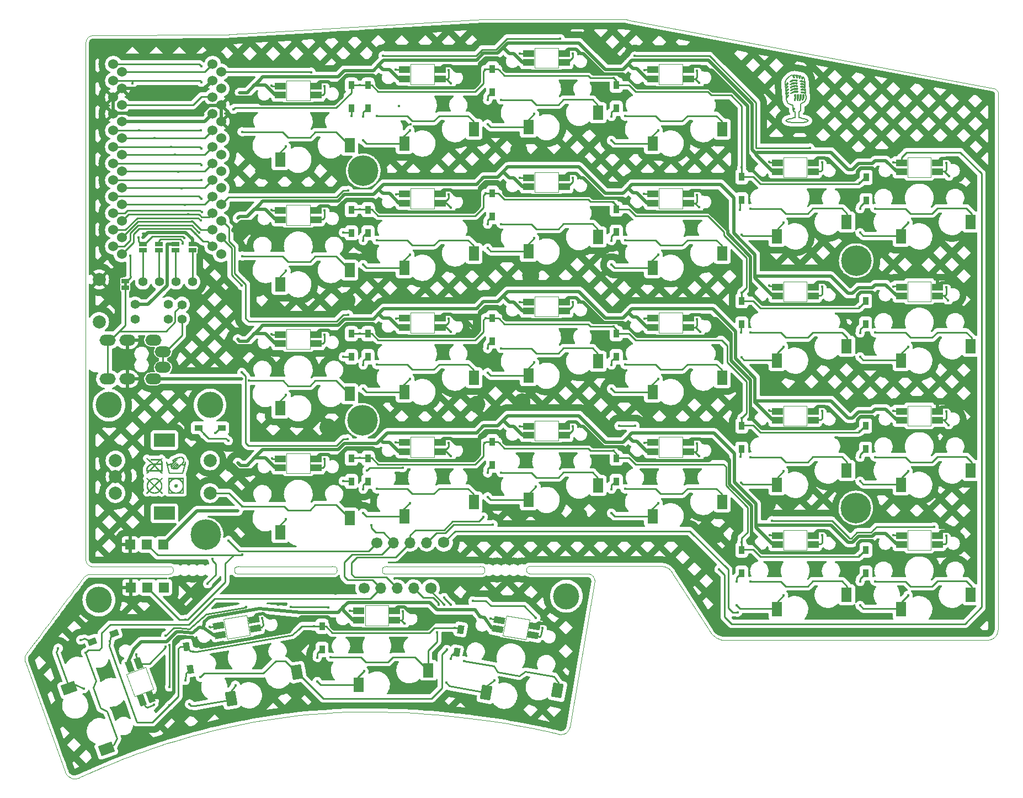
<source format=gtl>
%TF.GenerationSoftware,KiCad,Pcbnew,(6.0.0)*%
%TF.CreationDate,2022-08-16T23:55:00+02:00*%
%TF.ProjectId,SofleKeyboard,536f666c-654b-4657-9962-6f6172642e6b,rev?*%
%TF.SameCoordinates,Original*%
%TF.FileFunction,Copper,L1,Top*%
%TF.FilePolarity,Positive*%
%FSLAX46Y46*%
G04 Gerber Fmt 4.6, Leading zero omitted, Abs format (unit mm)*
G04 Created by KiCad (PCBNEW (6.0.0)) date 2022-08-16 23:55:00*
%MOMM*%
%LPD*%
G01*
G04 APERTURE LIST*
G04 Aperture macros list*
%AMRotRect*
0 Rectangle, with rotation*
0 The origin of the aperture is its center*
0 $1 length*
0 $2 width*
0 $3 Rotation angle, in degrees counterclockwise*
0 Add horizontal line*
21,1,$1,$2,0,0,$3*%
G04 Aperture macros list end*
%ADD10C,0.200000*%
%TA.AperFunction,NonConductor*%
%ADD11C,0.000001*%
%TD*%
%ADD12C,0.090000*%
%TA.AperFunction,EtchedComponent*%
%ADD13C,0.100000*%
%TD*%
%TA.AperFunction,Profile*%
%ADD14C,0.120000*%
%TD*%
%TA.AperFunction,ComponentPad*%
%ADD15C,4.000000*%
%TD*%
%TA.AperFunction,ComponentPad*%
%ADD16C,1.397000*%
%TD*%
%TA.AperFunction,ComponentPad*%
%ADD17O,2.500000X1.700000*%
%TD*%
%TA.AperFunction,ComponentPad*%
%ADD18C,4.700000*%
%TD*%
%TA.AperFunction,ComponentPad*%
%ADD19C,1.524000*%
%TD*%
%TA.AperFunction,SMDPad,CuDef*%
%ADD20R,1.143000X0.635000*%
%TD*%
%TA.AperFunction,ComponentPad*%
%ADD21C,2.000000*%
%TD*%
%TA.AperFunction,SMDPad,CuDef*%
%ADD22R,0.950000X1.300000*%
%TD*%
%TA.AperFunction,SMDPad,CuDef*%
%ADD23R,1.300000X0.950000*%
%TD*%
%TA.AperFunction,SMDPad,CuDef*%
%ADD24RotRect,1.300000X0.950000X200.000000*%
%TD*%
%TA.AperFunction,SMDPad,CuDef*%
%ADD25R,1.700000X1.000000*%
%TD*%
%TA.AperFunction,SMDPad,CuDef*%
%ADD26R,1.600000X2.200000*%
%TD*%
%TA.AperFunction,SMDPad,CuDef*%
%ADD27RotRect,1.700000X1.000000X110.000000*%
%TD*%
%TA.AperFunction,SMDPad,CuDef*%
%ADD28RotRect,1.600000X2.200000X110.000000*%
%TD*%
%TA.AperFunction,ComponentPad*%
%ADD29R,3.200000X2.000000*%
%TD*%
%TA.AperFunction,SMDPad,CuDef*%
%ADD30RotRect,1.700000X1.000000X190.000000*%
%TD*%
%TA.AperFunction,SMDPad,CuDef*%
%ADD31RotRect,1.600000X2.200000X190.000000*%
%TD*%
%TA.AperFunction,SMDPad,CuDef*%
%ADD32RotRect,1.700000X1.000000X170.000000*%
%TD*%
%TA.AperFunction,SMDPad,CuDef*%
%ADD33RotRect,1.600000X2.200000X170.000000*%
%TD*%
%TA.AperFunction,SMDPad,CuDef*%
%ADD34RotRect,1.300000X0.950000X280.000000*%
%TD*%
%TA.AperFunction,SMDPad,CuDef*%
%ADD35RotRect,1.300000X0.950000X260.000000*%
%TD*%
%TA.AperFunction,ComponentPad*%
%ADD36C,1.700000*%
%TD*%
%TA.AperFunction,ComponentPad*%
%ADD37O,1.700000X1.700000*%
%TD*%
%TA.AperFunction,ComponentPad*%
%ADD38C,1.752600*%
%TD*%
%TA.AperFunction,ComponentPad*%
%ADD39R,1.524000X1.524000*%
%TD*%
%TA.AperFunction,ViaPad*%
%ADD40C,0.400000*%
%TD*%
%TA.AperFunction,Conductor*%
%ADD41C,0.250000*%
%TD*%
%TA.AperFunction,Conductor*%
%ADD42C,0.500000*%
%TD*%
G04 APERTURE END LIST*
D10*
X197074844Y-50224281D02*
X197336513Y-50220377D01*
X197585781Y-50209049D01*
X197819737Y-50190874D01*
X198035467Y-50166425D01*
X198289721Y-50125065D01*
X198499493Y-50074941D01*
X198688635Y-50002040D01*
X198792870Y-49885629D01*
X195748396Y-45161929D02*
X195529676Y-45373587D01*
X197808628Y-44336419D02*
X197681611Y-44322316D01*
X196810261Y-48506255D02*
X196810261Y-49437594D01*
X197702777Y-45112535D02*
X197773337Y-45056100D01*
X197163038Y-44622169D02*
X197092478Y-44678625D01*
X196993712Y-42928840D02*
X197105185Y-43107162D01*
X197145404Y-43263983D01*
X197709840Y-46206159D02*
X197703413Y-46410542D01*
X197649936Y-46618546D01*
X197579314Y-46756491D01*
X196806729Y-44093002D02*
X196817323Y-44093002D01*
X196101174Y-43941310D02*
X196072946Y-43944841D01*
X196461014Y-48241672D02*
X196492623Y-48447055D01*
X196559781Y-48506255D01*
X198274275Y-43997767D02*
X198253110Y-43754349D01*
X197215942Y-45871016D02*
X197282971Y-45930982D01*
X197282971Y-45930982D02*
X197297096Y-46262594D01*
X196482180Y-42904143D02*
X196610529Y-43066199D01*
X196681446Y-43264899D01*
X196683266Y-43278086D01*
X197759234Y-45183095D02*
X197702777Y-45112535D01*
X197992057Y-49603389D02*
X197790992Y-49514896D01*
X197572436Y-49464948D01*
X197366721Y-49439701D01*
X197339427Y-49437594D01*
X197081906Y-43366281D02*
X197018387Y-43306314D01*
X197032512Y-43694361D02*
X197088947Y-43764921D01*
X195367390Y-45567610D02*
X195388556Y-45839256D01*
X197579314Y-43020565D02*
X197452319Y-42999399D01*
X197526388Y-46784698D02*
X197491119Y-46774126D01*
X195688430Y-44234122D02*
X195409722Y-44505767D01*
X197339427Y-48506255D02*
X197406456Y-48506255D01*
X198337794Y-44819723D02*
X198320138Y-44590431D01*
X196224637Y-45736958D02*
X196192899Y-45747531D01*
D11*
X101768224Y-105620719D02*
X101780194Y-105621602D01*
X101780194Y-105621602D02*
X101791971Y-105623057D01*
X101791971Y-105623057D02*
X101803541Y-105625071D01*
X101803541Y-105625071D02*
X101814893Y-105627630D01*
X101814893Y-105627630D02*
X101826011Y-105630720D01*
X101826011Y-105630720D02*
X101836883Y-105634328D01*
X101836883Y-105634328D02*
X101847494Y-105638440D01*
X101847494Y-105638440D02*
X101857832Y-105643043D01*
X101857832Y-105643043D02*
X101867882Y-105648123D01*
X101867882Y-105648123D02*
X101877631Y-105653667D01*
X101877631Y-105653667D02*
X101887066Y-105659661D01*
X101887066Y-105659661D02*
X101896173Y-105666091D01*
X101896173Y-105666091D02*
X101904938Y-105672944D01*
X101904938Y-105672944D02*
X101913348Y-105680207D01*
X101913348Y-105680207D02*
X101921389Y-105687866D01*
X101921389Y-105687866D02*
X101929048Y-105695907D01*
X101929048Y-105695907D02*
X101936311Y-105704316D01*
X101936311Y-105704316D02*
X101943165Y-105713081D01*
X101943165Y-105713081D02*
X101949596Y-105722187D01*
X101949596Y-105722187D02*
X101955590Y-105731621D01*
X101955590Y-105731621D02*
X101961134Y-105741370D01*
X101961134Y-105741370D02*
X101966214Y-105751419D01*
X101966214Y-105751419D02*
X101970818Y-105761756D01*
X101970818Y-105761756D02*
X101974930Y-105772367D01*
X101974930Y-105772367D02*
X101978538Y-105783238D01*
X101978538Y-105783238D02*
X101981629Y-105794356D01*
X101981629Y-105794356D02*
X101984187Y-105805707D01*
X101984187Y-105805707D02*
X101986201Y-105817277D01*
X101986201Y-105817277D02*
X101987656Y-105829053D01*
X101987656Y-105829053D02*
X101988540Y-105841022D01*
X101988540Y-105841022D02*
X101988837Y-105853169D01*
X101988837Y-105853169D02*
X101988540Y-105865317D01*
X101988540Y-105865317D02*
X101987656Y-105877286D01*
X101987656Y-105877286D02*
X101986201Y-105889062D01*
X101986201Y-105889062D02*
X101984187Y-105900632D01*
X101984187Y-105900632D02*
X101981629Y-105911983D01*
X101981629Y-105911983D02*
X101978538Y-105923101D01*
X101978538Y-105923101D02*
X101974930Y-105933972D01*
X101974930Y-105933972D02*
X101970818Y-105944582D01*
X101970818Y-105944582D02*
X101966214Y-105954919D01*
X101966214Y-105954919D02*
X101961134Y-105964969D01*
X101961134Y-105964969D02*
X101955590Y-105974718D01*
X101955590Y-105974718D02*
X101949596Y-105984152D01*
X101949596Y-105984152D02*
X101943165Y-105993258D01*
X101943165Y-105993258D02*
X101936311Y-106002023D01*
X101936311Y-106002023D02*
X101929048Y-106010432D01*
X101929048Y-106010432D02*
X101921389Y-106018473D01*
X101921389Y-106018473D02*
X101913348Y-106026132D01*
X101913348Y-106026132D02*
X101904938Y-106033394D01*
X101904938Y-106033394D02*
X101896173Y-106040248D01*
X101896173Y-106040248D02*
X101887066Y-106046678D01*
X101887066Y-106046678D02*
X101877631Y-106052672D01*
X101877631Y-106052672D02*
X101867882Y-106058216D01*
X101867882Y-106058216D02*
X101857832Y-106063296D01*
X101857832Y-106063296D02*
X101847494Y-106067899D01*
X101847494Y-106067899D02*
X101836883Y-106072011D01*
X101836883Y-106072011D02*
X101826011Y-106075619D01*
X101826011Y-106075619D02*
X101814893Y-106078709D01*
X101814893Y-106078709D02*
X101803541Y-106081268D01*
X101803541Y-106081268D02*
X101791971Y-106083281D01*
X101791971Y-106083281D02*
X101780194Y-106084737D01*
X101780194Y-106084737D02*
X101768224Y-106085620D01*
X101768224Y-106085620D02*
X101756076Y-106085917D01*
X101756076Y-106085917D02*
X101743928Y-106085620D01*
X101743928Y-106085620D02*
X101731958Y-106084737D01*
X101731958Y-106084737D02*
X101720181Y-106083281D01*
X101720181Y-106083281D02*
X101708610Y-106081268D01*
X101708610Y-106081268D02*
X101697259Y-106078709D01*
X101697259Y-106078709D02*
X101686141Y-106075619D01*
X101686141Y-106075619D02*
X101675269Y-106072011D01*
X101675269Y-106072011D02*
X101664658Y-106067899D01*
X101664658Y-106067899D02*
X101654320Y-106063296D01*
X101654320Y-106063296D02*
X101644270Y-106058216D01*
X101644270Y-106058216D02*
X101634521Y-106052672D01*
X101634521Y-106052672D02*
X101625086Y-106046678D01*
X101625086Y-106046678D02*
X101615979Y-106040248D01*
X101615979Y-106040248D02*
X101607214Y-106033394D01*
X101607214Y-106033394D02*
X101598804Y-106026132D01*
X101598804Y-106026132D02*
X101590763Y-106018473D01*
X101590763Y-106018473D02*
X101583104Y-106010432D01*
X101583104Y-106010432D02*
X101575841Y-106002023D01*
X101575841Y-106002023D02*
X101568987Y-105993258D01*
X101568987Y-105993258D02*
X101562556Y-105984152D01*
X101562556Y-105984152D02*
X101556562Y-105974718D01*
X101556562Y-105974718D02*
X101551018Y-105964969D01*
X101551018Y-105964969D02*
X101545937Y-105954919D01*
X101545937Y-105954919D02*
X101541334Y-105944582D01*
X101541334Y-105944582D02*
X101537222Y-105933972D01*
X101537222Y-105933972D02*
X101533614Y-105923101D01*
X101533614Y-105923101D02*
X101530523Y-105911983D01*
X101530523Y-105911983D02*
X101527965Y-105900632D01*
X101527965Y-105900632D02*
X101525951Y-105889062D01*
X101525951Y-105889062D02*
X101524496Y-105877286D01*
X101524496Y-105877286D02*
X101523612Y-105865317D01*
X101523612Y-105865317D02*
X101523315Y-105853169D01*
X101523315Y-105853169D02*
X101523612Y-105841332D01*
X101523612Y-105841332D02*
X101524496Y-105829634D01*
X101524496Y-105829634D02*
X101525951Y-105818091D01*
X101525951Y-105818091D02*
X101527965Y-105806719D01*
X101527965Y-105806719D02*
X101530523Y-105795533D01*
X101530523Y-105795533D02*
X101533614Y-105784548D01*
X101533614Y-105784548D02*
X101537222Y-105773780D01*
X101537222Y-105773780D02*
X101541334Y-105763244D01*
X101541334Y-105763244D02*
X101545937Y-105752957D01*
X101545937Y-105752957D02*
X101551018Y-105742933D01*
X101551018Y-105742933D02*
X101556562Y-105733187D01*
X101556562Y-105733187D02*
X101562556Y-105723737D01*
X101562556Y-105723737D02*
X101568987Y-105714596D01*
X101568987Y-105714596D02*
X101575841Y-105705781D01*
X101575841Y-105705781D02*
X101583104Y-105697306D01*
X101583104Y-105697306D02*
X101590763Y-105689188D01*
X101590763Y-105689188D02*
X101598804Y-105681442D01*
X101598804Y-105681442D02*
X101607214Y-105674084D01*
X101607214Y-105674084D02*
X101615979Y-105667128D01*
X101615979Y-105667128D02*
X101625086Y-105660591D01*
X101625086Y-105660591D02*
X101634521Y-105654487D01*
X101634521Y-105654487D02*
X101644270Y-105648833D01*
X101644270Y-105648833D02*
X101654320Y-105643644D01*
X101654320Y-105643644D02*
X101664658Y-105638936D01*
X101664658Y-105638936D02*
X101675269Y-105634723D01*
X101675269Y-105634723D02*
X101686141Y-105631022D01*
X101686141Y-105631022D02*
X101697259Y-105627848D01*
X101697259Y-105627848D02*
X101708610Y-105625216D01*
X101708610Y-105625216D02*
X101720181Y-105623142D01*
X101720181Y-105623142D02*
X101731958Y-105621641D01*
X101731958Y-105621641D02*
X101743928Y-105620729D01*
X101743928Y-105620729D02*
X101756076Y-105620422D01*
X101756076Y-105620422D02*
X101768224Y-105620719D01*
G36*
X101768224Y-105620719D02*
G01*
X101780194Y-105621602D01*
X101791971Y-105623057D01*
X101803541Y-105625071D01*
X101814893Y-105627630D01*
X101826011Y-105630720D01*
X101836883Y-105634328D01*
X101847494Y-105638440D01*
X101857832Y-105643043D01*
X101867882Y-105648123D01*
X101877631Y-105653667D01*
X101887066Y-105659661D01*
X101896173Y-105666091D01*
X101904938Y-105672944D01*
X101913348Y-105680207D01*
X101921389Y-105687866D01*
X101929048Y-105695907D01*
X101936311Y-105704316D01*
X101943165Y-105713081D01*
X101949596Y-105722187D01*
X101955590Y-105731621D01*
X101961134Y-105741370D01*
X101966214Y-105751419D01*
X101970818Y-105761756D01*
X101974930Y-105772367D01*
X101978538Y-105783238D01*
X101981629Y-105794356D01*
X101984187Y-105805707D01*
X101986201Y-105817277D01*
X101987656Y-105829053D01*
X101988540Y-105841022D01*
X101988837Y-105853169D01*
X101988540Y-105865317D01*
X101987656Y-105877286D01*
X101986201Y-105889062D01*
X101984187Y-105900632D01*
X101981629Y-105911983D01*
X101978538Y-105923101D01*
X101974930Y-105933972D01*
X101970818Y-105944582D01*
X101966214Y-105954919D01*
X101961134Y-105964969D01*
X101955590Y-105974718D01*
X101949596Y-105984152D01*
X101943165Y-105993258D01*
X101936311Y-106002023D01*
X101929048Y-106010432D01*
X101921389Y-106018473D01*
X101913348Y-106026132D01*
X101904938Y-106033394D01*
X101896173Y-106040248D01*
X101887066Y-106046678D01*
X101877631Y-106052672D01*
X101867882Y-106058216D01*
X101857832Y-106063296D01*
X101847494Y-106067899D01*
X101836883Y-106072011D01*
X101826011Y-106075619D01*
X101814893Y-106078709D01*
X101803541Y-106081268D01*
X101791971Y-106083281D01*
X101780194Y-106084737D01*
X101768224Y-106085620D01*
X101756076Y-106085917D01*
X101743928Y-106085620D01*
X101731958Y-106084737D01*
X101720181Y-106083281D01*
X101708610Y-106081268D01*
X101697259Y-106078709D01*
X101686141Y-106075619D01*
X101675269Y-106072011D01*
X101664658Y-106067899D01*
X101654320Y-106063296D01*
X101644270Y-106058216D01*
X101634521Y-106052672D01*
X101625086Y-106046678D01*
X101615979Y-106040248D01*
X101607214Y-106033394D01*
X101598804Y-106026132D01*
X101590763Y-106018473D01*
X101583104Y-106010432D01*
X101575841Y-106002023D01*
X101568987Y-105993258D01*
X101562556Y-105984152D01*
X101556562Y-105974718D01*
X101551018Y-105964969D01*
X101545937Y-105954919D01*
X101541334Y-105944582D01*
X101537222Y-105933972D01*
X101533614Y-105923101D01*
X101530523Y-105911983D01*
X101527965Y-105900632D01*
X101525951Y-105889062D01*
X101524496Y-105877286D01*
X101523612Y-105865317D01*
X101523315Y-105853169D01*
X101523612Y-105841332D01*
X101524496Y-105829634D01*
X101525951Y-105818091D01*
X101527965Y-105806719D01*
X101530523Y-105795533D01*
X101533614Y-105784548D01*
X101537222Y-105773780D01*
X101541334Y-105763244D01*
X101545937Y-105752957D01*
X101551018Y-105742933D01*
X101556562Y-105733187D01*
X101562556Y-105723737D01*
X101568987Y-105714596D01*
X101575841Y-105705781D01*
X101583104Y-105697306D01*
X101590763Y-105689188D01*
X101598804Y-105681442D01*
X101607214Y-105674084D01*
X101615979Y-105667128D01*
X101625086Y-105660591D01*
X101634521Y-105654487D01*
X101644270Y-105648833D01*
X101654320Y-105643644D01*
X101664658Y-105638936D01*
X101675269Y-105634723D01*
X101686141Y-105631022D01*
X101697259Y-105627848D01*
X101708610Y-105625216D01*
X101720181Y-105623142D01*
X101731958Y-105621641D01*
X101743928Y-105620729D01*
X101756076Y-105620422D01*
X101768224Y-105620719D01*
G37*
X101768224Y-105620719D02*
X101780194Y-105621602D01*
X101791971Y-105623057D01*
X101803541Y-105625071D01*
X101814893Y-105627630D01*
X101826011Y-105630720D01*
X101836883Y-105634328D01*
X101847494Y-105638440D01*
X101857832Y-105643043D01*
X101867882Y-105648123D01*
X101877631Y-105653667D01*
X101887066Y-105659661D01*
X101896173Y-105666091D01*
X101904938Y-105672944D01*
X101913348Y-105680207D01*
X101921389Y-105687866D01*
X101929048Y-105695907D01*
X101936311Y-105704316D01*
X101943165Y-105713081D01*
X101949596Y-105722187D01*
X101955590Y-105731621D01*
X101961134Y-105741370D01*
X101966214Y-105751419D01*
X101970818Y-105761756D01*
X101974930Y-105772367D01*
X101978538Y-105783238D01*
X101981629Y-105794356D01*
X101984187Y-105805707D01*
X101986201Y-105817277D01*
X101987656Y-105829053D01*
X101988540Y-105841022D01*
X101988837Y-105853169D01*
X101988540Y-105865317D01*
X101987656Y-105877286D01*
X101986201Y-105889062D01*
X101984187Y-105900632D01*
X101981629Y-105911983D01*
X101978538Y-105923101D01*
X101974930Y-105933972D01*
X101970818Y-105944582D01*
X101966214Y-105954919D01*
X101961134Y-105964969D01*
X101955590Y-105974718D01*
X101949596Y-105984152D01*
X101943165Y-105993258D01*
X101936311Y-106002023D01*
X101929048Y-106010432D01*
X101921389Y-106018473D01*
X101913348Y-106026132D01*
X101904938Y-106033394D01*
X101896173Y-106040248D01*
X101887066Y-106046678D01*
X101877631Y-106052672D01*
X101867882Y-106058216D01*
X101857832Y-106063296D01*
X101847494Y-106067899D01*
X101836883Y-106072011D01*
X101826011Y-106075619D01*
X101814893Y-106078709D01*
X101803541Y-106081268D01*
X101791971Y-106083281D01*
X101780194Y-106084737D01*
X101768224Y-106085620D01*
X101756076Y-106085917D01*
X101743928Y-106085620D01*
X101731958Y-106084737D01*
X101720181Y-106083281D01*
X101708610Y-106081268D01*
X101697259Y-106078709D01*
X101686141Y-106075619D01*
X101675269Y-106072011D01*
X101664658Y-106067899D01*
X101654320Y-106063296D01*
X101644270Y-106058216D01*
X101634521Y-106052672D01*
X101625086Y-106046678D01*
X101615979Y-106040248D01*
X101607214Y-106033394D01*
X101598804Y-106026132D01*
X101590763Y-106018473D01*
X101583104Y-106010432D01*
X101575841Y-106002023D01*
X101568987Y-105993258D01*
X101562556Y-105984152D01*
X101556562Y-105974718D01*
X101551018Y-105964969D01*
X101545937Y-105954919D01*
X101541334Y-105944582D01*
X101537222Y-105933972D01*
X101533614Y-105923101D01*
X101530523Y-105911983D01*
X101527965Y-105900632D01*
X101525951Y-105889062D01*
X101524496Y-105877286D01*
X101523612Y-105865317D01*
X101523315Y-105853169D01*
X101523612Y-105841332D01*
X101524496Y-105829634D01*
X101525951Y-105818091D01*
X101527965Y-105806719D01*
X101530523Y-105795533D01*
X101533614Y-105784548D01*
X101537222Y-105773780D01*
X101541334Y-105763244D01*
X101545937Y-105752957D01*
X101551018Y-105742933D01*
X101556562Y-105733187D01*
X101562556Y-105723737D01*
X101568987Y-105714596D01*
X101575841Y-105705781D01*
X101583104Y-105697306D01*
X101590763Y-105689188D01*
X101598804Y-105681442D01*
X101607214Y-105674084D01*
X101615979Y-105667128D01*
X101625086Y-105660591D01*
X101634521Y-105654487D01*
X101644270Y-105648833D01*
X101654320Y-105643644D01*
X101664658Y-105638936D01*
X101675269Y-105634723D01*
X101686141Y-105631022D01*
X101697259Y-105627848D01*
X101708610Y-105625216D01*
X101720181Y-105623142D01*
X101731958Y-105621641D01*
X101743928Y-105620729D01*
X101756076Y-105620422D01*
X101768224Y-105620719D01*
D10*
X196192899Y-45747531D02*
X196136443Y-45715793D01*
X198320138Y-44590431D02*
X198151470Y-44455176D01*
X197953042Y-44365689D01*
X197808628Y-44336419D01*
X196722066Y-46809395D02*
X196690307Y-46802333D01*
X196104705Y-44396407D02*
X196044739Y-44361117D01*
X196157609Y-49603389D02*
X195943783Y-49634731D01*
X195724143Y-49680070D01*
X195526424Y-49741858D01*
X195360501Y-49863932D01*
X195356818Y-49885629D01*
X195628442Y-44608065D02*
X195720168Y-44608065D01*
X196157609Y-45627598D02*
X196352248Y-45527165D01*
X196558461Y-45453849D01*
X196773274Y-45408313D01*
X196993712Y-45391222D01*
X196164671Y-44837379D02*
X196132933Y-44844420D01*
X198115543Y-45959210D02*
X198126115Y-46132068D01*
X195720168Y-44699791D02*
X195469709Y-44939677D01*
X196612706Y-47941820D02*
X196693838Y-48111146D01*
X198369532Y-45232489D02*
X198351898Y-44996112D01*
X197903863Y-43503869D02*
X197900332Y-43503869D01*
X197127748Y-45109004D02*
X196930193Y-45087838D01*
X196750294Y-46357851D02*
X196715004Y-45962741D01*
X197582845Y-46213200D02*
X197565210Y-45938044D01*
X196993712Y-45391222D02*
X197000753Y-45391222D01*
X197092478Y-44678625D02*
X196866696Y-44653928D01*
X197773337Y-45056100D02*
X197946195Y-45073735D01*
X196866696Y-44653928D02*
X196659802Y-44670981D01*
X196458354Y-44715554D01*
X196266111Y-44786709D01*
X196164671Y-44837379D01*
X197942663Y-43242817D02*
X197963851Y-43433309D01*
X197053678Y-44251756D02*
X196806729Y-44220018D01*
X195353287Y-45377118D02*
X195441481Y-45281861D01*
X197748640Y-43069959D02*
X197579314Y-43020565D01*
X198351898Y-44996112D02*
X198189988Y-44876004D01*
X198003148Y-44797193D01*
X197868594Y-44770351D01*
X196693838Y-48111146D02*
X196612706Y-48276963D01*
X197230067Y-46731794D02*
X197170101Y-46774126D01*
X195427378Y-46304926D02*
X195560326Y-46150812D01*
X195564945Y-46146171D01*
X198288400Y-44188259D02*
X198128903Y-44046984D01*
X197938767Y-43948464D01*
X197745109Y-43902510D01*
X196743232Y-43789618D02*
X196534771Y-43806472D01*
X196333160Y-43850841D01*
X196139042Y-43923369D01*
X196101174Y-43941310D01*
X197579314Y-46756491D02*
X197526388Y-46784698D01*
X196016511Y-43909572D02*
X196044739Y-43824909D01*
X195691961Y-45532341D02*
X195780155Y-45532341D01*
X197798034Y-45613473D02*
X197741599Y-45542935D01*
X197815669Y-43253389D02*
X197748640Y-43069959D01*
X197469953Y-46685932D02*
X197554444Y-46497888D01*
X197584197Y-46295231D01*
X197582845Y-46213200D01*
X195720168Y-45994479D02*
X195811893Y-45998011D01*
X196778501Y-46781167D02*
X196722066Y-46809395D01*
X196612706Y-47941820D02*
X196693838Y-48111146D01*
X197946195Y-45073735D02*
X198141499Y-45118283D01*
X198334173Y-45209429D01*
X198369532Y-45232489D01*
X196753804Y-43659092D02*
X197032512Y-43694361D01*
X195593173Y-43450944D02*
X195456954Y-43605539D01*
X195355360Y-43783614D01*
X195290607Y-43980298D01*
X195264914Y-44190719D01*
X195268623Y-44315254D01*
X196341060Y-47472619D02*
X196461014Y-47472619D01*
X197988526Y-45966251D02*
X198048514Y-45895713D01*
X196076477Y-44812682D02*
X196101174Y-44724488D01*
X198792870Y-49885629D02*
X198623254Y-49741858D01*
X198425528Y-49680070D01*
X198205883Y-49634731D01*
X197992057Y-49603389D01*
X197618114Y-48157009D02*
X197604011Y-47324458D01*
X196612706Y-48276963D02*
X196535084Y-48111146D01*
X196870227Y-44526933D02*
X196877289Y-44526933D01*
X196693838Y-48111146D02*
X196612706Y-48276963D01*
X197882697Y-44643334D02*
X198078832Y-44686604D01*
X198273444Y-44777459D01*
X198337794Y-44819723D01*
X197491119Y-46774126D02*
X197469953Y-46685932D01*
X196990181Y-45521769D02*
X196788211Y-45537524D01*
X196591534Y-45579084D01*
X196402795Y-45645783D01*
X196224637Y-45736958D01*
X197956788Y-46742367D02*
X197907394Y-46767064D01*
X198126115Y-46132068D02*
X198117969Y-46345520D01*
X198068345Y-46542440D01*
X197968176Y-46727620D01*
X197956788Y-46742367D01*
X197625176Y-45867485D02*
X197692205Y-45927451D01*
X197018387Y-43306314D02*
X197014878Y-43274555D01*
X196690307Y-46802333D02*
X196669141Y-46714138D01*
X196044739Y-44361117D02*
X196072946Y-44272922D01*
X198306035Y-44406979D02*
X198288400Y-44188259D01*
X196535084Y-48111146D02*
X196612706Y-47941820D01*
X197466422Y-48474517D02*
X197596359Y-48318822D01*
X197618114Y-48157009D01*
X197163038Y-45539404D02*
X196990181Y-45521769D01*
X195504978Y-45712261D02*
X195691961Y-45532341D01*
X196108236Y-45264227D02*
X196129402Y-45176032D01*
X197110113Y-46685932D02*
X197156856Y-46491019D01*
X197167147Y-46283865D01*
X197166570Y-46269656D01*
X196746763Y-43659092D02*
X196753804Y-43659092D01*
X198383636Y-45401815D02*
X198215831Y-45288453D01*
X198025756Y-45217774D01*
X197932091Y-45200729D01*
X196626809Y-43352177D02*
X196619747Y-43352177D01*
X197152445Y-45938044D02*
X197215942Y-45871016D01*
X197233598Y-45482947D02*
X197163038Y-45539404D01*
X196715004Y-45962741D02*
X196771460Y-45895713D01*
X197858000Y-46661235D02*
X197954500Y-46476004D01*
X197997129Y-46270720D01*
X197999120Y-46142640D01*
X197088947Y-43366281D02*
X197081906Y-43366281D01*
X197000753Y-45391222D02*
X197177142Y-45412409D01*
X195293320Y-44636294D02*
X195314486Y-44914980D01*
X198006182Y-45507644D02*
X198202234Y-45551050D01*
X198393536Y-45638369D01*
X198404823Y-45645233D01*
X196817323Y-44093002D02*
X197071313Y-44121230D01*
X197999120Y-46142640D02*
X197988526Y-45966251D01*
X197625176Y-44251756D02*
X197695736Y-44195321D01*
X196683266Y-43278086D02*
X196626809Y-43352177D01*
X196072946Y-44272922D02*
X196269520Y-44189626D01*
X196475721Y-44131185D01*
X196687777Y-44099008D01*
X196806729Y-44093002D01*
X197963851Y-43433309D02*
X197903863Y-43503869D01*
X197088947Y-43764921D02*
X197018387Y-43821378D01*
X197166570Y-46269656D02*
X197152445Y-45938044D01*
X198418926Y-45811028D02*
X198245298Y-45705437D01*
X198050914Y-45643381D01*
X197992057Y-45634639D01*
X195332121Y-45101963D02*
X195353287Y-45377118D01*
D11*
X102930461Y-107027487D02*
X100585217Y-107027487D01*
X100585217Y-107027487D02*
X100585217Y-106385668D01*
X100585217Y-106385668D02*
X100712178Y-106385668D01*
X100712178Y-106385668D02*
X100712178Y-106897007D01*
X100712178Y-106897007D02*
X101223547Y-106897007D01*
X101223547Y-106897007D02*
X101183010Y-106875070D01*
X101183010Y-106875070D02*
X101143425Y-106851604D01*
X101143425Y-106851604D02*
X101104831Y-106826650D01*
X101104831Y-106826650D02*
X101067271Y-106800250D01*
X101067271Y-106800250D02*
X101030785Y-106772444D01*
X101030785Y-106772444D02*
X100995414Y-106743275D01*
X100995414Y-106743275D02*
X100961202Y-106712783D01*
X100961202Y-106712783D02*
X100928187Y-106681011D01*
X100928187Y-106681011D02*
X100896413Y-106647998D01*
X100896413Y-106647998D02*
X100865919Y-106613787D01*
X100865919Y-106613787D02*
X100836748Y-106578419D01*
X100836748Y-106578419D02*
X100808941Y-106541935D01*
X100808941Y-106541935D02*
X100782539Y-106504377D01*
X100782539Y-106504377D02*
X100757584Y-106465785D01*
X100757584Y-106465785D02*
X100734116Y-106426202D01*
X100734116Y-106426202D02*
X100712178Y-106385668D01*
X100712178Y-106385668D02*
X100585217Y-106385668D01*
X100585217Y-106385668D02*
X100585217Y-105853169D01*
X100585217Y-105853169D02*
X100712178Y-105853169D01*
X100712178Y-105853169D02*
X100713541Y-105906737D01*
X100713541Y-105906737D02*
X100717586Y-105959619D01*
X100717586Y-105959619D02*
X100724246Y-106011748D01*
X100724246Y-106011748D02*
X100733455Y-106063057D01*
X100733455Y-106063057D02*
X100745146Y-106113480D01*
X100745146Y-106113480D02*
X100759253Y-106162951D01*
X100759253Y-106162951D02*
X100775710Y-106211403D01*
X100775710Y-106211403D02*
X100794449Y-106258770D01*
X100794449Y-106258770D02*
X100815404Y-106304984D01*
X100815404Y-106304984D02*
X100838509Y-106349980D01*
X100838509Y-106349980D02*
X100863697Y-106393691D01*
X100863697Y-106393691D02*
X100890902Y-106436051D01*
X100890902Y-106436051D02*
X100920057Y-106476993D01*
X100920057Y-106476993D02*
X100951096Y-106516450D01*
X100951096Y-106516450D02*
X100983952Y-106554356D01*
X100983952Y-106554356D02*
X101018558Y-106590645D01*
X101018558Y-106590645D02*
X101054849Y-106625249D01*
X101054849Y-106625249D02*
X101092757Y-106658103D01*
X101092757Y-106658103D02*
X101132217Y-106689140D01*
X101132217Y-106689140D02*
X101173161Y-106718293D01*
X101173161Y-106718293D02*
X101215523Y-106745497D01*
X101215523Y-106745497D02*
X101259236Y-106770684D01*
X101259236Y-106770684D02*
X101304235Y-106793787D01*
X101304235Y-106793787D02*
X101350452Y-106814741D01*
X101350452Y-106814741D02*
X101397822Y-106833479D01*
X101397822Y-106833479D02*
X101446276Y-106849935D01*
X101446276Y-106849935D02*
X101495750Y-106864041D01*
X101495750Y-106864041D02*
X101546176Y-106875731D01*
X101546176Y-106875731D02*
X101597489Y-106884940D01*
X101597489Y-106884940D02*
X101649620Y-106891600D01*
X101649620Y-106891600D02*
X101702505Y-106895644D01*
X101702505Y-106895644D02*
X101756076Y-106897007D01*
X101756076Y-106897007D02*
X102288605Y-106897007D01*
X102288605Y-106897007D02*
X102799974Y-106897007D01*
X102799974Y-106897007D02*
X102799974Y-106385668D01*
X102799974Y-106385668D02*
X102778035Y-106426202D01*
X102778035Y-106426202D02*
X102754568Y-106465785D01*
X102754568Y-106465785D02*
X102729612Y-106504377D01*
X102729612Y-106504377D02*
X102703210Y-106541935D01*
X102703210Y-106541935D02*
X102675403Y-106578419D01*
X102675403Y-106578419D02*
X102646232Y-106613787D01*
X102646232Y-106613787D02*
X102615739Y-106647998D01*
X102615739Y-106647998D02*
X102583964Y-106681011D01*
X102583964Y-106681011D02*
X102550950Y-106712783D01*
X102550950Y-106712783D02*
X102516737Y-106743275D01*
X102516737Y-106743275D02*
X102481367Y-106772444D01*
X102481367Y-106772444D02*
X102444881Y-106800250D01*
X102444881Y-106800250D02*
X102407320Y-106826650D01*
X102407320Y-106826650D02*
X102368727Y-106851604D01*
X102368727Y-106851604D02*
X102329141Y-106875070D01*
X102329141Y-106875070D02*
X102288605Y-106897007D01*
X102288605Y-106897007D02*
X101756076Y-106897007D01*
X101756076Y-106897007D02*
X101809647Y-106895644D01*
X101809647Y-106895644D02*
X101862532Y-106891600D01*
X101862532Y-106891600D02*
X101914663Y-106884940D01*
X101914663Y-106884940D02*
X101965976Y-106875731D01*
X101965976Y-106875731D02*
X102016402Y-106864041D01*
X102016402Y-106864041D02*
X102065876Y-106849935D01*
X102065876Y-106849935D02*
X102114330Y-106833479D01*
X102114330Y-106833479D02*
X102161699Y-106814741D01*
X102161699Y-106814741D02*
X102207917Y-106793787D01*
X102207917Y-106793787D02*
X102252915Y-106770684D01*
X102252915Y-106770684D02*
X102296629Y-106745497D01*
X102296629Y-106745497D02*
X102338991Y-106718293D01*
X102338991Y-106718293D02*
X102379935Y-106689140D01*
X102379935Y-106689140D02*
X102419394Y-106658103D01*
X102419394Y-106658103D02*
X102457303Y-106625249D01*
X102457303Y-106625249D02*
X102493593Y-106590645D01*
X102493593Y-106590645D02*
X102528200Y-106554356D01*
X102528200Y-106554356D02*
X102561056Y-106516450D01*
X102561056Y-106516450D02*
X102592094Y-106476993D01*
X102592094Y-106476993D02*
X102621249Y-106436051D01*
X102621249Y-106436051D02*
X102648454Y-106393691D01*
X102648454Y-106393691D02*
X102673643Y-106349980D01*
X102673643Y-106349980D02*
X102696748Y-106304984D01*
X102696748Y-106304984D02*
X102717703Y-106258770D01*
X102717703Y-106258770D02*
X102736442Y-106211403D01*
X102736442Y-106211403D02*
X102752898Y-106162951D01*
X102752898Y-106162951D02*
X102767005Y-106113480D01*
X102767005Y-106113480D02*
X102778696Y-106063057D01*
X102778696Y-106063057D02*
X102787905Y-106011748D01*
X102787905Y-106011748D02*
X102794566Y-105959619D01*
X102794566Y-105959619D02*
X102798611Y-105906737D01*
X102798611Y-105906737D02*
X102799974Y-105853169D01*
X102799974Y-105853169D02*
X102798611Y-105799601D01*
X102798611Y-105799601D02*
X102794566Y-105746720D01*
X102794566Y-105746720D02*
X102787905Y-105694591D01*
X102787905Y-105694591D02*
X102778696Y-105643282D01*
X102778696Y-105643282D02*
X102767005Y-105592859D01*
X102767005Y-105592859D02*
X102752898Y-105543388D01*
X102752898Y-105543388D02*
X102736442Y-105494936D01*
X102736442Y-105494936D02*
X102717703Y-105447569D01*
X102717703Y-105447569D02*
X102696748Y-105401355D01*
X102696748Y-105401355D02*
X102673643Y-105356358D01*
X102673643Y-105356358D02*
X102648454Y-105312647D01*
X102648454Y-105312647D02*
X102621249Y-105270288D01*
X102621249Y-105270288D02*
X102592094Y-105229346D01*
X102592094Y-105229346D02*
X102561056Y-105189889D01*
X102561056Y-105189889D02*
X102528200Y-105151983D01*
X102528200Y-105151983D02*
X102493593Y-105115694D01*
X102493593Y-105115694D02*
X102457303Y-105081090D01*
X102457303Y-105081090D02*
X102419394Y-105048236D01*
X102419394Y-105048236D02*
X102379935Y-105017199D01*
X102379935Y-105017199D02*
X102338991Y-104988045D01*
X102338991Y-104988045D02*
X102296629Y-104960842D01*
X102296629Y-104960842D02*
X102252915Y-104935655D01*
X102252915Y-104935655D02*
X102207917Y-104912552D01*
X102207917Y-104912552D02*
X102161699Y-104891598D01*
X102161699Y-104891598D02*
X102114330Y-104872860D01*
X102114330Y-104872860D02*
X102065876Y-104856404D01*
X102065876Y-104856404D02*
X102016402Y-104842298D01*
X102016402Y-104842298D02*
X101965976Y-104830607D01*
X101965976Y-104830607D02*
X101914663Y-104821399D01*
X101914663Y-104821399D02*
X101862532Y-104814739D01*
X101862532Y-104814739D02*
X101809647Y-104810694D01*
X101809647Y-104810694D02*
X101756076Y-104809331D01*
X101756076Y-104809331D02*
X102288605Y-104809331D01*
X102288605Y-104809331D02*
X102329141Y-104831269D01*
X102329141Y-104831269D02*
X102368727Y-104854735D01*
X102368727Y-104854735D02*
X102407320Y-104879689D01*
X102407320Y-104879689D02*
X102444881Y-104906089D01*
X102444881Y-104906089D02*
X102481367Y-104933894D01*
X102481367Y-104933894D02*
X102516737Y-104963064D01*
X102516737Y-104963064D02*
X102550950Y-104993555D01*
X102550950Y-104993555D02*
X102583964Y-105025328D01*
X102583964Y-105025328D02*
X102615739Y-105058341D01*
X102615739Y-105058341D02*
X102646232Y-105092552D01*
X102646232Y-105092552D02*
X102675403Y-105127920D01*
X102675403Y-105127920D02*
X102703210Y-105164404D01*
X102703210Y-105164404D02*
X102729612Y-105201962D01*
X102729612Y-105201962D02*
X102754568Y-105240554D01*
X102754568Y-105240554D02*
X102778035Y-105280137D01*
X102778035Y-105280137D02*
X102799974Y-105320671D01*
X102799974Y-105320671D02*
X102799974Y-104809331D01*
X102799974Y-104809331D02*
X102288605Y-104809331D01*
X102288605Y-104809331D02*
X101756076Y-104809331D01*
X101756076Y-104809331D02*
X101702505Y-104810694D01*
X101702505Y-104810694D02*
X101649620Y-104814739D01*
X101649620Y-104814739D02*
X101597489Y-104821399D01*
X101597489Y-104821399D02*
X101546176Y-104830607D01*
X101546176Y-104830607D02*
X101495750Y-104842298D01*
X101495750Y-104842298D02*
X101446276Y-104856404D01*
X101446276Y-104856404D02*
X101397822Y-104872860D01*
X101397822Y-104872860D02*
X101350452Y-104891598D01*
X101350452Y-104891598D02*
X101304235Y-104912552D01*
X101304235Y-104912552D02*
X101259236Y-104935655D01*
X101259236Y-104935655D02*
X101215523Y-104960842D01*
X101215523Y-104960842D02*
X101173161Y-104988045D01*
X101173161Y-104988045D02*
X101132217Y-105017199D01*
X101132217Y-105017199D02*
X101092757Y-105048236D01*
X101092757Y-105048236D02*
X101054849Y-105081090D01*
X101054849Y-105081090D02*
X101018558Y-105115694D01*
X101018558Y-105115694D02*
X100983952Y-105151983D01*
X100983952Y-105151983D02*
X100951096Y-105189889D01*
X100951096Y-105189889D02*
X100920057Y-105229346D01*
X100920057Y-105229346D02*
X100890902Y-105270288D01*
X100890902Y-105270288D02*
X100863697Y-105312647D01*
X100863697Y-105312647D02*
X100838509Y-105356358D01*
X100838509Y-105356358D02*
X100815404Y-105401355D01*
X100815404Y-105401355D02*
X100794449Y-105447569D01*
X100794449Y-105447569D02*
X100775710Y-105494936D01*
X100775710Y-105494936D02*
X100759253Y-105543388D01*
X100759253Y-105543388D02*
X100745146Y-105592859D01*
X100745146Y-105592859D02*
X100733455Y-105643282D01*
X100733455Y-105643282D02*
X100724246Y-105694591D01*
X100724246Y-105694591D02*
X100717586Y-105746720D01*
X100717586Y-105746720D02*
X100713541Y-105799601D01*
X100713541Y-105799601D02*
X100712178Y-105853169D01*
X100712178Y-105853169D02*
X100585217Y-105853169D01*
X100585217Y-105853169D02*
X100585217Y-105320671D01*
X100585217Y-105320671D02*
X100712178Y-105320671D01*
X100712178Y-105320671D02*
X100734116Y-105280137D01*
X100734116Y-105280137D02*
X100757584Y-105240554D01*
X100757584Y-105240554D02*
X100782539Y-105201962D01*
X100782539Y-105201962D02*
X100808941Y-105164404D01*
X100808941Y-105164404D02*
X100836748Y-105127920D01*
X100836748Y-105127920D02*
X100865919Y-105092552D01*
X100865919Y-105092552D02*
X100896413Y-105058341D01*
X100896413Y-105058341D02*
X100928187Y-105025328D01*
X100928187Y-105025328D02*
X100961202Y-104993555D01*
X100961202Y-104993555D02*
X100995414Y-104963064D01*
X100995414Y-104963064D02*
X101030785Y-104933894D01*
X101030785Y-104933894D02*
X101067271Y-104906089D01*
X101067271Y-104906089D02*
X101104831Y-104879689D01*
X101104831Y-104879689D02*
X101143425Y-104854735D01*
X101143425Y-104854735D02*
X101183010Y-104831269D01*
X101183010Y-104831269D02*
X101223547Y-104809331D01*
X101223547Y-104809331D02*
X100712178Y-104809331D01*
X100712178Y-104809331D02*
X100712178Y-105320671D01*
X100712178Y-105320671D02*
X100585217Y-105320671D01*
X100585217Y-105320671D02*
X100585217Y-104682378D01*
X100585217Y-104682378D02*
X102930461Y-104682378D01*
X102930461Y-104682378D02*
X102930461Y-107027487D01*
G36*
X102930461Y-104682378D02*
G01*
X102930461Y-107027487D01*
X100585217Y-107027487D01*
X100585217Y-106897007D01*
X100712178Y-106897007D01*
X101223547Y-106897007D01*
X101183010Y-106875070D01*
X101143425Y-106851604D01*
X101104831Y-106826650D01*
X101067271Y-106800250D01*
X101030785Y-106772444D01*
X100995414Y-106743275D01*
X100961202Y-106712783D01*
X100928187Y-106681011D01*
X100896413Y-106647998D01*
X100865919Y-106613787D01*
X100836748Y-106578419D01*
X100808941Y-106541935D01*
X100782539Y-106504377D01*
X100757584Y-106465785D01*
X100734116Y-106426202D01*
X100712178Y-106385668D01*
X100712178Y-106897007D01*
X100585217Y-106897007D01*
X100585217Y-105853169D01*
X100712178Y-105853169D01*
X100713541Y-105906737D01*
X100717586Y-105959619D01*
X100724246Y-106011748D01*
X100733455Y-106063057D01*
X100745146Y-106113480D01*
X100759253Y-106162951D01*
X100775710Y-106211403D01*
X100794449Y-106258770D01*
X100815404Y-106304984D01*
X100838509Y-106349980D01*
X100863697Y-106393691D01*
X100890902Y-106436051D01*
X100920057Y-106476993D01*
X100951096Y-106516450D01*
X100983952Y-106554356D01*
X101018558Y-106590645D01*
X101054849Y-106625249D01*
X101092757Y-106658103D01*
X101132217Y-106689140D01*
X101173161Y-106718293D01*
X101215523Y-106745497D01*
X101259236Y-106770684D01*
X101304235Y-106793787D01*
X101350452Y-106814741D01*
X101397822Y-106833479D01*
X101446276Y-106849935D01*
X101495750Y-106864041D01*
X101546176Y-106875731D01*
X101597489Y-106884940D01*
X101649620Y-106891600D01*
X101702505Y-106895644D01*
X101756076Y-106897007D01*
X102288605Y-106897007D01*
X102799974Y-106897007D01*
X102799974Y-106385668D01*
X102778035Y-106426202D01*
X102754568Y-106465785D01*
X102729612Y-106504377D01*
X102703210Y-106541935D01*
X102675403Y-106578419D01*
X102646232Y-106613787D01*
X102615739Y-106647998D01*
X102583964Y-106681011D01*
X102550950Y-106712783D01*
X102516737Y-106743275D01*
X102481367Y-106772444D01*
X102444881Y-106800250D01*
X102407320Y-106826650D01*
X102368727Y-106851604D01*
X102329141Y-106875070D01*
X102288605Y-106897007D01*
X101756076Y-106897007D01*
X101809647Y-106895644D01*
X101862532Y-106891600D01*
X101914663Y-106884940D01*
X101965976Y-106875731D01*
X102016402Y-106864041D01*
X102065876Y-106849935D01*
X102114330Y-106833479D01*
X102161699Y-106814741D01*
X102207917Y-106793787D01*
X102252915Y-106770684D01*
X102296629Y-106745497D01*
X102338991Y-106718293D01*
X102379935Y-106689140D01*
X102419394Y-106658103D01*
X102457303Y-106625249D01*
X102493593Y-106590645D01*
X102528200Y-106554356D01*
X102561056Y-106516450D01*
X102592094Y-106476993D01*
X102621249Y-106436051D01*
X102648454Y-106393691D01*
X102673643Y-106349980D01*
X102696748Y-106304984D01*
X102717703Y-106258770D01*
X102736442Y-106211403D01*
X102752898Y-106162951D01*
X102767005Y-106113480D01*
X102778696Y-106063057D01*
X102787905Y-106011748D01*
X102794566Y-105959619D01*
X102798611Y-105906737D01*
X102799974Y-105853169D01*
X102798611Y-105799601D01*
X102794566Y-105746720D01*
X102787905Y-105694591D01*
X102778696Y-105643282D01*
X102767005Y-105592859D01*
X102752898Y-105543388D01*
X102736442Y-105494936D01*
X102717703Y-105447569D01*
X102696748Y-105401355D01*
X102673643Y-105356358D01*
X102648454Y-105312647D01*
X102621249Y-105270288D01*
X102592094Y-105229346D01*
X102561056Y-105189889D01*
X102528200Y-105151983D01*
X102493593Y-105115694D01*
X102457303Y-105081090D01*
X102419394Y-105048236D01*
X102379935Y-105017199D01*
X102338991Y-104988045D01*
X102296629Y-104960842D01*
X102252915Y-104935655D01*
X102207917Y-104912552D01*
X102161699Y-104891598D01*
X102114330Y-104872860D01*
X102065876Y-104856404D01*
X102016402Y-104842298D01*
X101965976Y-104830607D01*
X101914663Y-104821399D01*
X101862532Y-104814739D01*
X101809647Y-104810694D01*
X101756076Y-104809331D01*
X102288605Y-104809331D01*
X102329141Y-104831269D01*
X102368727Y-104854735D01*
X102407320Y-104879689D01*
X102444881Y-104906089D01*
X102481367Y-104933894D01*
X102516737Y-104963064D01*
X102550950Y-104993555D01*
X102583964Y-105025328D01*
X102615739Y-105058341D01*
X102646232Y-105092552D01*
X102675403Y-105127920D01*
X102703210Y-105164404D01*
X102729612Y-105201962D01*
X102754568Y-105240554D01*
X102778035Y-105280137D01*
X102799974Y-105320671D01*
X102799974Y-104809331D01*
X102288605Y-104809331D01*
X101756076Y-104809331D01*
X101702505Y-104810694D01*
X101649620Y-104814739D01*
X101597489Y-104821399D01*
X101546176Y-104830607D01*
X101495750Y-104842298D01*
X101446276Y-104856404D01*
X101397822Y-104872860D01*
X101350452Y-104891598D01*
X101304235Y-104912552D01*
X101259236Y-104935655D01*
X101215523Y-104960842D01*
X101173161Y-104988045D01*
X101132217Y-105017199D01*
X101092757Y-105048236D01*
X101054849Y-105081090D01*
X101018558Y-105115694D01*
X100983952Y-105151983D01*
X100951096Y-105189889D01*
X100920057Y-105229346D01*
X100890902Y-105270288D01*
X100863697Y-105312647D01*
X100838509Y-105356358D01*
X100815404Y-105401355D01*
X100794449Y-105447569D01*
X100775710Y-105494936D01*
X100759253Y-105543388D01*
X100745146Y-105592859D01*
X100733455Y-105643282D01*
X100724246Y-105694591D01*
X100717586Y-105746720D01*
X100713541Y-105799601D01*
X100712178Y-105853169D01*
X100585217Y-105853169D01*
X100585217Y-105320671D01*
X100712178Y-105320671D01*
X100734116Y-105280137D01*
X100757584Y-105240554D01*
X100782539Y-105201962D01*
X100808941Y-105164404D01*
X100836748Y-105127920D01*
X100865919Y-105092552D01*
X100896413Y-105058341D01*
X100928187Y-105025328D01*
X100961202Y-104993555D01*
X100995414Y-104963064D01*
X101030785Y-104933894D01*
X101067271Y-104906089D01*
X101104831Y-104879689D01*
X101143425Y-104854735D01*
X101183010Y-104831269D01*
X101223547Y-104809331D01*
X100712178Y-104809331D01*
X100712178Y-105320671D01*
X100585217Y-105320671D01*
X100585217Y-104682378D01*
X102930461Y-104682378D01*
G37*
X102930461Y-104682378D02*
X102930461Y-107027487D01*
X100585217Y-107027487D01*
X100585217Y-106897007D01*
X100712178Y-106897007D01*
X101223547Y-106897007D01*
X101183010Y-106875070D01*
X101143425Y-106851604D01*
X101104831Y-106826650D01*
X101067271Y-106800250D01*
X101030785Y-106772444D01*
X100995414Y-106743275D01*
X100961202Y-106712783D01*
X100928187Y-106681011D01*
X100896413Y-106647998D01*
X100865919Y-106613787D01*
X100836748Y-106578419D01*
X100808941Y-106541935D01*
X100782539Y-106504377D01*
X100757584Y-106465785D01*
X100734116Y-106426202D01*
X100712178Y-106385668D01*
X100712178Y-106897007D01*
X100585217Y-106897007D01*
X100585217Y-105853169D01*
X100712178Y-105853169D01*
X100713541Y-105906737D01*
X100717586Y-105959619D01*
X100724246Y-106011748D01*
X100733455Y-106063057D01*
X100745146Y-106113480D01*
X100759253Y-106162951D01*
X100775710Y-106211403D01*
X100794449Y-106258770D01*
X100815404Y-106304984D01*
X100838509Y-106349980D01*
X100863697Y-106393691D01*
X100890902Y-106436051D01*
X100920057Y-106476993D01*
X100951096Y-106516450D01*
X100983952Y-106554356D01*
X101018558Y-106590645D01*
X101054849Y-106625249D01*
X101092757Y-106658103D01*
X101132217Y-106689140D01*
X101173161Y-106718293D01*
X101215523Y-106745497D01*
X101259236Y-106770684D01*
X101304235Y-106793787D01*
X101350452Y-106814741D01*
X101397822Y-106833479D01*
X101446276Y-106849935D01*
X101495750Y-106864041D01*
X101546176Y-106875731D01*
X101597489Y-106884940D01*
X101649620Y-106891600D01*
X101702505Y-106895644D01*
X101756076Y-106897007D01*
X102288605Y-106897007D01*
X102799974Y-106897007D01*
X102799974Y-106385668D01*
X102778035Y-106426202D01*
X102754568Y-106465785D01*
X102729612Y-106504377D01*
X102703210Y-106541935D01*
X102675403Y-106578419D01*
X102646232Y-106613787D01*
X102615739Y-106647998D01*
X102583964Y-106681011D01*
X102550950Y-106712783D01*
X102516737Y-106743275D01*
X102481367Y-106772444D01*
X102444881Y-106800250D01*
X102407320Y-106826650D01*
X102368727Y-106851604D01*
X102329141Y-106875070D01*
X102288605Y-106897007D01*
X101756076Y-106897007D01*
X101809647Y-106895644D01*
X101862532Y-106891600D01*
X101914663Y-106884940D01*
X101965976Y-106875731D01*
X102016402Y-106864041D01*
X102065876Y-106849935D01*
X102114330Y-106833479D01*
X102161699Y-106814741D01*
X102207917Y-106793787D01*
X102252915Y-106770684D01*
X102296629Y-106745497D01*
X102338991Y-106718293D01*
X102379935Y-106689140D01*
X102419394Y-106658103D01*
X102457303Y-106625249D01*
X102493593Y-106590645D01*
X102528200Y-106554356D01*
X102561056Y-106516450D01*
X102592094Y-106476993D01*
X102621249Y-106436051D01*
X102648454Y-106393691D01*
X102673643Y-106349980D01*
X102696748Y-106304984D01*
X102717703Y-106258770D01*
X102736442Y-106211403D01*
X102752898Y-106162951D01*
X102767005Y-106113480D01*
X102778696Y-106063057D01*
X102787905Y-106011748D01*
X102794566Y-105959619D01*
X102798611Y-105906737D01*
X102799974Y-105853169D01*
X102798611Y-105799601D01*
X102794566Y-105746720D01*
X102787905Y-105694591D01*
X102778696Y-105643282D01*
X102767005Y-105592859D01*
X102752898Y-105543388D01*
X102736442Y-105494936D01*
X102717703Y-105447569D01*
X102696748Y-105401355D01*
X102673643Y-105356358D01*
X102648454Y-105312647D01*
X102621249Y-105270288D01*
X102592094Y-105229346D01*
X102561056Y-105189889D01*
X102528200Y-105151983D01*
X102493593Y-105115694D01*
X102457303Y-105081090D01*
X102419394Y-105048236D01*
X102379935Y-105017199D01*
X102338991Y-104988045D01*
X102296629Y-104960842D01*
X102252915Y-104935655D01*
X102207917Y-104912552D01*
X102161699Y-104891598D01*
X102114330Y-104872860D01*
X102065876Y-104856404D01*
X102016402Y-104842298D01*
X101965976Y-104830607D01*
X101914663Y-104821399D01*
X101862532Y-104814739D01*
X101809647Y-104810694D01*
X101756076Y-104809331D01*
X102288605Y-104809331D01*
X102329141Y-104831269D01*
X102368727Y-104854735D01*
X102407320Y-104879689D01*
X102444881Y-104906089D01*
X102481367Y-104933894D01*
X102516737Y-104963064D01*
X102550950Y-104993555D01*
X102583964Y-105025328D01*
X102615739Y-105058341D01*
X102646232Y-105092552D01*
X102675403Y-105127920D01*
X102703210Y-105164404D01*
X102729612Y-105201962D01*
X102754568Y-105240554D01*
X102778035Y-105280137D01*
X102799974Y-105320671D01*
X102799974Y-104809331D01*
X102288605Y-104809331D01*
X101756076Y-104809331D01*
X101702505Y-104810694D01*
X101649620Y-104814739D01*
X101597489Y-104821399D01*
X101546176Y-104830607D01*
X101495750Y-104842298D01*
X101446276Y-104856404D01*
X101397822Y-104872860D01*
X101350452Y-104891598D01*
X101304235Y-104912552D01*
X101259236Y-104935655D01*
X101215523Y-104960842D01*
X101173161Y-104988045D01*
X101132217Y-105017199D01*
X101092757Y-105048236D01*
X101054849Y-105081090D01*
X101018558Y-105115694D01*
X100983952Y-105151983D01*
X100951096Y-105189889D01*
X100920057Y-105229346D01*
X100890902Y-105270288D01*
X100863697Y-105312647D01*
X100838509Y-105356358D01*
X100815404Y-105401355D01*
X100794449Y-105447569D01*
X100775710Y-105494936D01*
X100759253Y-105543388D01*
X100745146Y-105592859D01*
X100733455Y-105643282D01*
X100724246Y-105694591D01*
X100717586Y-105746720D01*
X100713541Y-105799601D01*
X100712178Y-105853169D01*
X100585217Y-105853169D01*
X100585217Y-105320671D01*
X100712178Y-105320671D01*
X100734116Y-105280137D01*
X100757584Y-105240554D01*
X100782539Y-105201962D01*
X100808941Y-105164404D01*
X100836748Y-105127920D01*
X100865919Y-105092552D01*
X100896413Y-105058341D01*
X100928187Y-105025328D01*
X100961202Y-104993555D01*
X100995414Y-104963064D01*
X101030785Y-104933894D01*
X101067271Y-104906089D01*
X101104831Y-104879689D01*
X101143425Y-104854735D01*
X101183010Y-104831269D01*
X101223547Y-104809331D01*
X100712178Y-104809331D01*
X100712178Y-105320671D01*
X100585217Y-105320671D01*
X100585217Y-104682378D01*
X102930461Y-104682378D01*
D10*
X195441481Y-46513074D02*
X195452053Y-46636537D01*
X197692205Y-45927451D02*
X197709840Y-46206159D01*
X197745109Y-43902510D02*
X197639280Y-43891916D01*
X197424090Y-43355708D02*
X197413497Y-43263983D01*
X197812137Y-45486478D02*
X198006182Y-45507644D01*
X197297096Y-46262594D02*
X197290442Y-46465808D01*
X197251383Y-46665776D01*
X197230067Y-46731794D01*
X195381515Y-44847952D02*
X195628442Y-44608065D01*
X197822731Y-44209425D02*
X198032553Y-44258729D01*
X198225456Y-44351263D01*
X198306035Y-44406979D01*
X197170101Y-46774126D02*
X197148913Y-46770595D01*
X197836834Y-43447434D02*
X197815669Y-43253389D01*
X197145404Y-43295742D02*
X197088947Y-43366281D01*
X196930193Y-45087838D02*
X196712155Y-45105807D01*
X196500762Y-45153441D01*
X196299310Y-45230269D01*
X196192899Y-45285393D01*
X195780155Y-45624067D02*
X195593173Y-45803987D01*
X195268623Y-44315254D02*
X195279196Y-44456373D01*
X197759234Y-43775515D02*
X197966842Y-43822578D01*
X198158082Y-43913920D01*
X198274275Y-43997767D01*
X196612706Y-48276963D02*
X196535084Y-48111146D01*
D11*
X102450743Y-101394018D02*
X102457843Y-101394266D01*
X102457843Y-101394266D02*
X102472983Y-101395258D01*
X102472983Y-101395258D02*
X102490272Y-101396911D01*
X102490272Y-101396911D02*
X102510785Y-101399225D01*
X102510785Y-101399225D02*
X102532469Y-101402271D01*
X102532469Y-101402271D02*
X102553871Y-101406108D01*
X102553871Y-101406108D02*
X102574976Y-101410722D01*
X102574976Y-101410722D02*
X102595770Y-101416100D01*
X102595770Y-101416100D02*
X102616238Y-101422227D01*
X102616238Y-101422227D02*
X102636366Y-101429089D01*
X102636366Y-101429089D02*
X102656140Y-101436671D01*
X102656140Y-101436671D02*
X102675547Y-101444959D01*
X102675547Y-101444959D02*
X102694571Y-101453940D01*
X102694571Y-101453940D02*
X102713199Y-101463599D01*
X102713199Y-101463599D02*
X102749208Y-101484894D01*
X102749208Y-101484894D02*
X102783460Y-101508730D01*
X102783460Y-101508730D02*
X102815843Y-101534995D01*
X102815843Y-101534995D02*
X102846242Y-101563573D01*
X102846242Y-101563573D02*
X102874543Y-101594353D01*
X102874543Y-101594353D02*
X102900633Y-101627219D01*
X102900633Y-101627219D02*
X102924399Y-101662058D01*
X102924399Y-101662058D02*
X102945726Y-101698757D01*
X102945726Y-101698757D02*
X102964501Y-101737203D01*
X102964501Y-101737203D02*
X102980610Y-101777280D01*
X102980610Y-101777280D02*
X102987630Y-101797896D01*
X102987630Y-101797896D02*
X102993940Y-101818876D01*
X102993940Y-101818876D02*
X102998597Y-101833919D01*
X102998597Y-101833919D02*
X103000481Y-101841007D01*
X103000481Y-101841007D02*
X103002096Y-101847970D01*
X103002096Y-101847970D02*
X103003463Y-101854933D01*
X103003463Y-101854933D02*
X103004603Y-101862021D01*
X103004603Y-101862021D02*
X103005537Y-101869356D01*
X103005537Y-101869356D02*
X103006284Y-101877063D01*
X103006284Y-101877063D02*
X103007303Y-101894090D01*
X103007303Y-101894090D02*
X103007827Y-101914091D01*
X103007827Y-101914091D02*
X103008047Y-101966989D01*
X103008047Y-101966989D02*
X103007868Y-101996791D01*
X103007868Y-101996791D02*
X103007629Y-102009490D01*
X103007629Y-102009490D02*
X103007276Y-102020933D01*
X103007276Y-102020933D02*
X103006799Y-102031281D01*
X103006799Y-102031281D02*
X103006188Y-102040693D01*
X103006188Y-102040693D02*
X103005432Y-102049331D01*
X103005432Y-102049331D02*
X103004521Y-102057355D01*
X103004521Y-102057355D02*
X103003445Y-102064923D01*
X103003445Y-102064923D02*
X103002193Y-102072198D01*
X103002193Y-102072198D02*
X103000755Y-102079338D01*
X103000755Y-102079338D02*
X102999121Y-102086503D01*
X102999121Y-102086503D02*
X102995222Y-102101553D01*
X102995222Y-102101553D02*
X102990414Y-102118627D01*
X102990414Y-102118627D02*
X102983742Y-102139776D01*
X102983742Y-102139776D02*
X102976873Y-102159705D01*
X102976873Y-102159705D02*
X102969694Y-102178602D01*
X102969694Y-102178602D02*
X102962091Y-102196651D01*
X102962091Y-102196651D02*
X102953951Y-102214039D01*
X102953951Y-102214039D02*
X102945160Y-102230951D01*
X102945160Y-102230951D02*
X102935605Y-102247575D01*
X102935605Y-102247575D02*
X102925171Y-102264095D01*
X102925171Y-102264095D02*
X102913745Y-102280697D01*
X102913745Y-102280697D02*
X102901214Y-102297569D01*
X102901214Y-102297569D02*
X102887464Y-102314894D01*
X102887464Y-102314894D02*
X102872381Y-102332861D01*
X102872381Y-102332861D02*
X102855851Y-102351654D01*
X102855851Y-102351654D02*
X102837762Y-102371459D01*
X102837762Y-102371459D02*
X102796447Y-102414852D01*
X102796447Y-102414852D02*
X102764432Y-102449455D01*
X102764432Y-102449455D02*
X102738698Y-102477447D01*
X102738698Y-102477447D02*
X102715334Y-102503014D01*
X102715334Y-102503014D02*
X102719353Y-102506633D01*
X102719353Y-102506633D02*
X102724674Y-102510810D01*
X102724674Y-102510810D02*
X102731111Y-102515442D01*
X102731111Y-102515442D02*
X102738477Y-102520426D01*
X102738477Y-102520426D02*
X102755257Y-102531033D01*
X102755257Y-102531033D02*
X102773524Y-102541805D01*
X102773524Y-102541805D02*
X102791791Y-102551916D01*
X102791791Y-102551916D02*
X102808570Y-102560539D01*
X102808570Y-102560539D02*
X102815937Y-102564035D01*
X102815937Y-102564035D02*
X102822374Y-102566848D01*
X102822374Y-102566848D02*
X102827695Y-102568877D01*
X102827695Y-102568877D02*
X102831714Y-102570017D01*
X102831714Y-102570017D02*
X102837281Y-102571256D01*
X102837281Y-102571256D02*
X102843355Y-102572331D01*
X102843355Y-102572331D02*
X102849862Y-102573240D01*
X102849862Y-102573240D02*
X102856731Y-102573984D01*
X102856731Y-102573984D02*
X102863890Y-102574563D01*
X102863890Y-102574563D02*
X102871265Y-102574976D01*
X102871265Y-102574976D02*
X102878785Y-102575224D01*
X102878785Y-102575224D02*
X102886377Y-102575306D01*
X102886377Y-102575306D02*
X102893970Y-102575224D01*
X102893970Y-102575224D02*
X102901490Y-102574976D01*
X102901490Y-102574976D02*
X102908865Y-102574563D01*
X102908865Y-102574563D02*
X102916024Y-102573984D01*
X102916024Y-102573984D02*
X102922893Y-102573240D01*
X102922893Y-102573240D02*
X102929400Y-102572331D01*
X102929400Y-102572331D02*
X102935473Y-102571256D01*
X102935473Y-102571256D02*
X102941041Y-102570017D01*
X102941041Y-102570017D02*
X102945259Y-102568718D01*
X102945259Y-102568718D02*
X102951145Y-102566242D01*
X102951145Y-102566242D02*
X102958468Y-102562733D01*
X102958468Y-102562733D02*
X102966995Y-102558335D01*
X102966995Y-102558335D02*
X102986729Y-102547453D01*
X102986729Y-102547453D02*
X103008489Y-102534752D01*
X103008489Y-102534752D02*
X103030413Y-102521390D01*
X103030413Y-102521390D02*
X103050643Y-102508524D01*
X103050643Y-102508524D02*
X103067319Y-102497311D01*
X103067319Y-102497311D02*
X103073743Y-102492686D01*
X103073743Y-102492686D02*
X103078581Y-102488908D01*
X103078581Y-102488908D02*
X103079365Y-102488299D01*
X103079365Y-102488299D02*
X103080386Y-102486518D01*
X103080386Y-102486518D02*
X103083100Y-102479706D01*
X103083100Y-102479706D02*
X103086640Y-102469009D01*
X103086640Y-102469009D02*
X103090925Y-102454965D01*
X103090925Y-102454965D02*
X103113848Y-102376060D01*
X103113848Y-102376060D02*
X103126853Y-102332420D01*
X103126853Y-102332420D02*
X103138535Y-102294070D01*
X103138535Y-102294070D02*
X103147572Y-102264976D01*
X103147572Y-102264976D02*
X103152642Y-102249107D01*
X103152642Y-102249107D02*
X103154748Y-102245264D01*
X103154748Y-102245264D02*
X103157092Y-102241668D01*
X103157092Y-102241668D02*
X103159663Y-102238321D01*
X103159663Y-102238321D02*
X103162451Y-102235222D01*
X103162451Y-102235222D02*
X103165445Y-102232370D01*
X103165445Y-102232370D02*
X103168636Y-102229767D01*
X103168636Y-102229767D02*
X103172013Y-102227411D01*
X103172013Y-102227411D02*
X103175565Y-102225303D01*
X103175565Y-102225303D02*
X103179283Y-102223444D01*
X103179283Y-102223444D02*
X103183156Y-102221832D01*
X103183156Y-102221832D02*
X103187173Y-102220468D01*
X103187173Y-102220468D02*
X103191325Y-102219352D01*
X103191325Y-102219352D02*
X103195601Y-102218485D01*
X103195601Y-102218485D02*
X103199990Y-102217865D01*
X103199990Y-102217865D02*
X103204483Y-102217493D01*
X103204483Y-102217493D02*
X103206983Y-102217425D01*
X103206983Y-102217425D02*
X103207885Y-102217460D01*
X103207885Y-102217460D02*
X103210282Y-102217731D01*
X103210282Y-102217731D02*
X103212725Y-102218174D01*
X103212725Y-102218174D02*
X103215205Y-102218781D01*
X103215205Y-102218781D02*
X103217713Y-102219545D01*
X103217713Y-102219545D02*
X103220241Y-102220460D01*
X103220241Y-102220460D02*
X103222780Y-102221519D01*
X103222780Y-102221519D02*
X103225323Y-102222714D01*
X103225323Y-102222714D02*
X103227861Y-102224037D01*
X103227861Y-102224037D02*
X103230385Y-102225483D01*
X103230385Y-102225483D02*
X103235359Y-102228713D01*
X103235359Y-102228713D02*
X103240178Y-102232345D01*
X103240178Y-102232345D02*
X103244775Y-102236324D01*
X103244775Y-102236324D02*
X103249083Y-102240591D01*
X103249083Y-102240591D02*
X103253034Y-102245092D01*
X103253034Y-102245092D02*
X103254855Y-102247411D01*
X103254855Y-102247411D02*
X103256561Y-102249767D01*
X103256561Y-102249767D02*
X103258145Y-102252153D01*
X103258145Y-102252153D02*
X103259598Y-102254562D01*
X103259598Y-102254562D02*
X103260912Y-102256986D01*
X103260912Y-102256986D02*
X103262077Y-102259419D01*
X103262077Y-102259419D02*
X103263086Y-102261853D01*
X103263086Y-102261853D02*
X103263931Y-102264281D01*
X103263931Y-102264281D02*
X103264602Y-102266696D01*
X103264602Y-102266696D02*
X103265092Y-102269091D01*
X103265092Y-102269091D02*
X103265393Y-102271459D01*
X103265393Y-102271459D02*
X103265494Y-102273792D01*
X103265494Y-102273792D02*
X103248082Y-102347242D01*
X103248082Y-102347242D02*
X103200251Y-102533429D01*
X103200251Y-102533429D02*
X103039787Y-103134253D01*
X103039787Y-103134253D02*
X102814079Y-103980609D01*
X102814079Y-103980609D02*
X100698070Y-103980609D01*
X100698070Y-103980609D02*
X100687490Y-103945344D01*
X100687490Y-103945344D02*
X100429161Y-102988786D01*
X100429161Y-102988786D02*
X100346592Y-102675811D01*
X100346592Y-102675811D02*
X100479417Y-102675811D01*
X100479417Y-102675811D02*
X100481456Y-102687809D01*
X100481456Y-102687809D02*
X100489777Y-102722206D01*
X100489777Y-102722206D02*
X100522619Y-102848609D01*
X100522619Y-102848609D02*
X100634591Y-103264733D01*
X100634591Y-103264733D02*
X100793291Y-103853655D01*
X100793291Y-103853655D02*
X102715333Y-103853655D01*
X102715333Y-103853655D02*
X102874034Y-103268260D01*
X102874034Y-103268260D02*
X102877561Y-103264733D01*
X102877561Y-103264733D02*
X102939554Y-103037826D01*
X102939554Y-103037826D02*
X102989974Y-102851253D01*
X102989974Y-102851253D02*
X103023864Y-102724190D01*
X103023864Y-102724190D02*
X103036262Y-102675811D01*
X103036262Y-102675811D02*
X103036211Y-102675501D01*
X103036211Y-102675501D02*
X103036060Y-102675231D01*
X103036060Y-102675231D02*
X103035812Y-102675002D01*
X103035812Y-102675002D02*
X103035470Y-102674812D01*
X103035470Y-102674812D02*
X103034519Y-102674548D01*
X103034519Y-102674548D02*
X103033231Y-102674433D01*
X103033231Y-102674433D02*
X103031634Y-102674463D01*
X103031634Y-102674463D02*
X103029753Y-102674633D01*
X103029753Y-102674633D02*
X103027613Y-102674937D01*
X103027613Y-102674937D02*
X103025241Y-102675370D01*
X103025241Y-102675370D02*
X103022662Y-102675927D01*
X103022662Y-102675927D02*
X103019903Y-102676603D01*
X103019903Y-102676603D02*
X103013945Y-102678290D01*
X103013945Y-102678290D02*
X103007573Y-102680391D01*
X103007573Y-102680391D02*
X103004297Y-102681584D01*
X103004297Y-102681584D02*
X103000995Y-102682864D01*
X103000995Y-102682864D02*
X102995778Y-102685347D01*
X102995778Y-102685347D02*
X102990663Y-102687520D01*
X102990663Y-102687520D02*
X102985590Y-102689404D01*
X102985590Y-102689404D02*
X102980496Y-102691019D01*
X102980496Y-102691019D02*
X102975320Y-102692386D01*
X102975320Y-102692386D02*
X102969999Y-102693526D01*
X102969999Y-102693526D02*
X102964471Y-102694459D01*
X102964471Y-102694459D02*
X102958675Y-102695206D01*
X102958675Y-102695206D02*
X102952548Y-102695788D01*
X102952548Y-102695788D02*
X102946029Y-102696226D01*
X102946029Y-102696226D02*
X102931564Y-102696749D01*
X102931564Y-102696749D02*
X102914785Y-102696942D01*
X102914785Y-102696942D02*
X102895195Y-102696970D01*
X102895195Y-102696970D02*
X102879298Y-102697419D01*
X102879298Y-102697419D02*
X102864564Y-102697424D01*
X102864564Y-102697424D02*
X102850832Y-102696954D01*
X102850832Y-102696954D02*
X102837942Y-102695978D01*
X102837942Y-102695978D02*
X102825733Y-102694464D01*
X102825733Y-102694464D02*
X102814047Y-102692383D01*
X102814047Y-102692383D02*
X102802722Y-102689701D01*
X102802722Y-102689701D02*
X102791599Y-102686390D01*
X102791599Y-102686390D02*
X102780517Y-102682418D01*
X102780517Y-102682418D02*
X102769316Y-102677753D01*
X102769316Y-102677753D02*
X102757836Y-102672365D01*
X102757836Y-102672365D02*
X102745917Y-102666223D01*
X102745917Y-102666223D02*
X102733399Y-102659296D01*
X102733399Y-102659296D02*
X102720121Y-102651552D01*
X102720121Y-102651552D02*
X102690647Y-102633493D01*
X102690647Y-102633493D02*
X102678807Y-102625751D01*
X102678807Y-102625751D02*
X102667338Y-102618505D01*
X102667338Y-102618505D02*
X102656613Y-102611921D01*
X102656613Y-102611921D02*
X102647005Y-102606163D01*
X102647005Y-102606163D02*
X102638883Y-102601397D01*
X102638883Y-102601397D02*
X102632622Y-102597787D01*
X102632622Y-102597787D02*
X102627167Y-102594702D01*
X102627167Y-102594702D02*
X102524452Y-102695647D01*
X102524452Y-102695647D02*
X102281552Y-102936770D01*
X102281552Y-102936770D02*
X102197511Y-103020490D01*
X102197511Y-103020490D02*
X102125000Y-103092101D01*
X102125000Y-103092101D02*
X102063649Y-103152058D01*
X102063649Y-103152058D02*
X102013083Y-103200816D01*
X102013083Y-103200816D02*
X101972933Y-103238829D01*
X101972933Y-103238829D02*
X101942825Y-103266551D01*
X101942825Y-103266551D02*
X101922388Y-103284439D01*
X101922388Y-103284439D02*
X101915680Y-103289836D01*
X101915680Y-103289836D02*
X101911250Y-103292945D01*
X101911250Y-103292945D02*
X101903659Y-103296085D01*
X101903659Y-103296085D02*
X101895484Y-103298889D01*
X101895484Y-103298889D02*
X101886802Y-103301352D01*
X101886802Y-103301352D02*
X101877692Y-103303469D01*
X101877692Y-103303469D02*
X101868230Y-103305235D01*
X101868230Y-103305235D02*
X101858495Y-103306644D01*
X101858495Y-103306644D02*
X101848563Y-103307692D01*
X101848563Y-103307692D02*
X101838513Y-103308373D01*
X101838513Y-103308373D02*
X101828421Y-103308682D01*
X101828421Y-103308682D02*
X101818365Y-103308614D01*
X101818365Y-103308614D02*
X101808423Y-103308164D01*
X101808423Y-103308164D02*
X101798672Y-103307326D01*
X101798672Y-103307326D02*
X101789190Y-103306096D01*
X101789190Y-103306096D02*
X101780054Y-103304468D01*
X101780054Y-103304468D02*
X101771341Y-103302437D01*
X101771341Y-103302437D02*
X101763130Y-103299998D01*
X101763130Y-103299998D02*
X101758618Y-103298630D01*
X101758618Y-103298630D02*
X101754313Y-103297153D01*
X101754313Y-103297153D02*
X101750173Y-103295542D01*
X101750173Y-103295542D02*
X101746158Y-103293771D01*
X101746158Y-103293771D02*
X101742225Y-103291814D01*
X101742225Y-103291814D02*
X101738333Y-103289646D01*
X101738333Y-103289646D02*
X101734441Y-103287239D01*
X101734441Y-103287239D02*
X101730508Y-103284570D01*
X101730508Y-103284570D02*
X101726492Y-103281610D01*
X101726492Y-103281610D02*
X101722353Y-103278336D01*
X101722353Y-103278336D02*
X101718047Y-103274721D01*
X101718047Y-103274721D02*
X101713536Y-103270739D01*
X101713536Y-103270739D02*
X101708776Y-103266365D01*
X101708776Y-103266365D02*
X101703727Y-103261572D01*
X101703727Y-103261572D02*
X101692596Y-103250627D01*
X101692596Y-103250627D02*
X101653803Y-103211836D01*
X101653803Y-103211836D02*
X101615009Y-103247101D01*
X101615009Y-103247101D02*
X101611546Y-103251064D01*
X101611546Y-103251064D02*
X101607798Y-103255008D01*
X101607798Y-103255008D02*
X101603812Y-103258909D01*
X101603812Y-103258909D02*
X101599635Y-103262749D01*
X101599635Y-103262749D02*
X101595314Y-103266507D01*
X101595314Y-103266507D02*
X101590894Y-103270160D01*
X101590894Y-103270160D02*
X101586423Y-103273690D01*
X101586423Y-103273690D02*
X101581947Y-103277076D01*
X101581947Y-103277076D02*
X101577512Y-103280296D01*
X101577512Y-103280296D02*
X101573164Y-103283330D01*
X101573164Y-103283330D02*
X101564919Y-103288757D01*
X101564919Y-103288757D02*
X101557584Y-103293193D01*
X101557584Y-103293193D02*
X101554373Y-103294987D01*
X101554373Y-103294987D02*
X101551529Y-103296471D01*
X101551529Y-103296471D02*
X101545220Y-103299031D01*
X101545220Y-103299031D02*
X101538249Y-103301410D01*
X101538249Y-103301410D02*
X101530700Y-103303592D01*
X101530700Y-103303592D02*
X101522654Y-103305563D01*
X101522654Y-103305563D02*
X101514196Y-103307307D01*
X101514196Y-103307307D02*
X101505407Y-103308807D01*
X101505407Y-103308807D02*
X101496369Y-103310050D01*
X101496369Y-103310050D02*
X101487167Y-103311018D01*
X101487167Y-103311018D02*
X101477882Y-103311697D01*
X101477882Y-103311697D02*
X101468597Y-103312072D01*
X101468597Y-103312072D02*
X101459394Y-103312126D01*
X101459394Y-103312126D02*
X101450357Y-103311845D01*
X101450357Y-103311845D02*
X101441568Y-103311212D01*
X101441568Y-103311212D02*
X101433110Y-103310212D01*
X101433110Y-103310212D02*
X101425064Y-103308830D01*
X101425064Y-103308830D02*
X101417515Y-103307051D01*
X101417515Y-103307051D02*
X101413869Y-103306318D01*
X101413869Y-103306318D02*
X101410206Y-103305444D01*
X101410206Y-103305444D02*
X101402850Y-103303290D01*
X101402850Y-103303290D02*
X101395485Y-103300619D01*
X101395485Y-103300619D02*
X101388145Y-103297463D01*
X101388145Y-103297463D02*
X101380866Y-103293852D01*
X101380866Y-103293852D02*
X101373687Y-103289818D01*
X101373687Y-103289818D02*
X101366641Y-103285391D01*
X101366641Y-103285391D02*
X101359766Y-103280602D01*
X101359766Y-103280602D02*
X101353097Y-103275483D01*
X101353097Y-103275483D02*
X101346672Y-103270064D01*
X101346672Y-103270064D02*
X101340525Y-103264377D01*
X101340525Y-103264377D02*
X101334693Y-103258451D01*
X101334693Y-103258451D02*
X101329213Y-103252320D01*
X101329213Y-103252320D02*
X101324120Y-103246012D01*
X101324120Y-103246012D02*
X101319451Y-103239560D01*
X101319451Y-103239560D02*
X101315241Y-103232995D01*
X101315241Y-103232995D02*
X101294081Y-103201256D01*
X101294081Y-103201256D02*
X101276447Y-103211836D01*
X101276447Y-103211836D02*
X101273756Y-103213698D01*
X101273756Y-103213698D02*
X101270951Y-103215328D01*
X101270951Y-103215328D02*
X101268001Y-103216741D01*
X101268001Y-103216741D02*
X101264876Y-103217952D01*
X101264876Y-103217952D02*
X101261543Y-103218977D01*
X101261543Y-103218977D02*
X101257974Y-103219832D01*
X101257974Y-103219832D02*
X101254135Y-103220532D01*
X101254135Y-103220532D02*
X101249997Y-103221093D01*
X101249997Y-103221093D02*
X101245529Y-103221529D01*
X101245529Y-103221529D02*
X101240698Y-103221857D01*
X101240698Y-103221857D02*
X101229829Y-103222250D01*
X101229829Y-103222250D02*
X101217141Y-103222395D01*
X101217141Y-103222395D02*
X101202387Y-103222415D01*
X101202387Y-103222415D02*
X101194153Y-103222373D01*
X101194153Y-103222373D02*
X101186607Y-103222243D01*
X101186607Y-103222243D02*
X101179690Y-103222020D01*
X101179690Y-103222020D02*
X101173347Y-103221699D01*
X101173347Y-103221699D02*
X101167521Y-103221275D01*
X101167521Y-103221275D02*
X101162154Y-103220742D01*
X101162154Y-103220742D02*
X101157191Y-103220095D01*
X101157191Y-103220095D02*
X101152573Y-103219330D01*
X101152573Y-103219330D02*
X101148245Y-103218440D01*
X101148245Y-103218440D02*
X101144149Y-103217422D01*
X101144149Y-103217422D02*
X101140229Y-103216269D01*
X101140229Y-103216269D02*
X101136427Y-103214977D01*
X101136427Y-103214977D02*
X101132688Y-103213540D01*
X101132688Y-103213540D02*
X101128954Y-103211953D01*
X101128954Y-103211953D02*
X101125168Y-103210211D01*
X101125168Y-103210211D02*
X101121274Y-103208310D01*
X101121274Y-103208310D02*
X101113474Y-103203869D01*
X101113474Y-103203869D02*
X101105946Y-103199149D01*
X101105946Y-103199149D02*
X101098695Y-103194161D01*
X101098695Y-103194161D02*
X101091724Y-103188914D01*
X101091724Y-103188914D02*
X101085037Y-103183419D01*
X101085037Y-103183419D02*
X101078638Y-103177687D01*
X101078638Y-103177687D02*
X101066720Y-103165551D01*
X101066720Y-103165551D02*
X101056001Y-103152588D01*
X101056001Y-103152588D02*
X101046511Y-103138882D01*
X101046511Y-103138882D02*
X101038281Y-103124514D01*
X101038281Y-103124514D02*
X101031343Y-103109568D01*
X101031343Y-103109568D02*
X101025728Y-103094126D01*
X101025728Y-103094126D02*
X101021466Y-103078270D01*
X101021466Y-103078270D02*
X101018588Y-103062085D01*
X101018588Y-103062085D02*
X101017126Y-103045651D01*
X101017126Y-103045651D02*
X101017111Y-103029051D01*
X101017111Y-103029051D02*
X101017655Y-103020716D01*
X101017655Y-103020716D02*
X101018573Y-103012369D01*
X101018573Y-103012369D02*
X101019867Y-103004023D01*
X101019867Y-103004023D02*
X101021543Y-102995688D01*
X101021543Y-102995688D02*
X101023604Y-102987372D01*
X101023604Y-102987372D02*
X101026053Y-102979088D01*
X101026053Y-102979088D02*
X101027334Y-102975787D01*
X101027334Y-102975787D02*
X101028533Y-102972511D01*
X101028533Y-102972511D02*
X101029649Y-102969286D01*
X101029649Y-102969286D02*
X101030682Y-102966139D01*
X101030682Y-102966139D02*
X101031632Y-102963096D01*
X101031632Y-102963096D02*
X101032500Y-102960182D01*
X101032500Y-102960182D02*
X101033988Y-102954844D01*
X101033988Y-102954844D02*
X101035145Y-102950332D01*
X101035145Y-102950332D02*
X101035972Y-102946854D01*
X101035972Y-102946854D02*
X101036633Y-102943823D01*
X101036633Y-102943823D02*
X101031307Y-102941018D01*
X101031307Y-102941018D02*
X101025929Y-102937914D01*
X101025929Y-102937914D02*
X101020531Y-102934541D01*
X101020531Y-102934541D02*
X101015142Y-102930930D01*
X101015142Y-102930930D02*
X101009796Y-102927112D01*
X101009796Y-102927112D02*
X101004521Y-102923119D01*
X101004521Y-102923119D02*
X100999350Y-102918981D01*
X100999350Y-102918981D02*
X100994313Y-102914730D01*
X100994313Y-102914730D02*
X100989441Y-102910396D01*
X100989441Y-102910396D02*
X100984766Y-102906010D01*
X100984766Y-102906010D02*
X100980318Y-102901604D01*
X100980318Y-102901604D02*
X100976128Y-102897208D01*
X100976128Y-102897208D02*
X100972228Y-102892853D01*
X100972228Y-102892853D02*
X100968648Y-102888571D01*
X100968648Y-102888571D02*
X100965419Y-102884392D01*
X100965419Y-102884392D02*
X100962573Y-102880347D01*
X100962573Y-102880347D02*
X100957527Y-102873269D01*
X100957527Y-102873269D02*
X100952957Y-102866537D01*
X100952957Y-102866537D02*
X100948841Y-102860084D01*
X100948841Y-102860084D02*
X100945160Y-102853843D01*
X100945160Y-102853843D02*
X100941891Y-102847747D01*
X100941891Y-102847747D02*
X100939016Y-102841728D01*
X100939016Y-102841728D02*
X100936512Y-102835719D01*
X100936512Y-102835719D02*
X100934359Y-102829654D01*
X100934359Y-102829654D02*
X100932537Y-102823464D01*
X100932537Y-102823464D02*
X100931025Y-102817084D01*
X100931025Y-102817084D02*
X100929803Y-102810445D01*
X100929803Y-102810445D02*
X100928849Y-102803481D01*
X100928849Y-102803481D02*
X100928143Y-102796124D01*
X100928143Y-102796124D02*
X100927664Y-102788307D01*
X100927664Y-102788307D02*
X100927392Y-102779964D01*
X100927392Y-102779964D02*
X100927309Y-102771319D01*
X100927309Y-102771319D02*
X101049115Y-102771319D01*
X101049115Y-102771319D02*
X101049148Y-102774904D01*
X101049148Y-102774904D02*
X101049453Y-102778455D01*
X101049453Y-102778455D02*
X101050019Y-102781965D01*
X101050019Y-102781965D02*
X101050836Y-102785424D01*
X101050836Y-102785424D02*
X101051896Y-102788824D01*
X101051896Y-102788824D02*
X101053189Y-102792157D01*
X101053189Y-102792157D02*
X101054704Y-102795414D01*
X101054704Y-102795414D02*
X101056432Y-102798588D01*
X101056432Y-102798588D02*
X101058364Y-102801669D01*
X101058364Y-102801669D02*
X101060490Y-102804650D01*
X101060490Y-102804650D02*
X101062799Y-102807521D01*
X101062799Y-102807521D02*
X101065283Y-102810275D01*
X101065283Y-102810275D02*
X101067932Y-102812903D01*
X101067932Y-102812903D02*
X101070735Y-102815397D01*
X101070735Y-102815397D02*
X101073684Y-102817748D01*
X101073684Y-102817748D02*
X101076769Y-102819947D01*
X101076769Y-102819947D02*
X101079979Y-102821988D01*
X101079979Y-102821988D02*
X101083306Y-102823860D01*
X101083306Y-102823860D02*
X101086739Y-102825556D01*
X101086739Y-102825556D02*
X101090269Y-102827068D01*
X101090269Y-102827068D02*
X101093886Y-102828386D01*
X101093886Y-102828386D02*
X101097581Y-102829503D01*
X101097581Y-102829503D02*
X101101343Y-102830411D01*
X101101343Y-102830411D02*
X101105164Y-102831099D01*
X101105164Y-102831099D02*
X101109033Y-102831562D01*
X101109033Y-102831562D02*
X101112940Y-102831789D01*
X101112940Y-102831789D02*
X101116877Y-102831773D01*
X101116877Y-102831773D02*
X101120834Y-102831505D01*
X101120834Y-102831505D02*
X101124799Y-102830976D01*
X101124799Y-102830976D02*
X101128092Y-102829586D01*
X101128092Y-102829586D02*
X101132790Y-102826630D01*
X101132790Y-102826630D02*
X101147062Y-102815383D01*
X101147062Y-102815383D02*
X101168938Y-102795952D01*
X101168938Y-102795952D02*
X101199741Y-102767059D01*
X101199741Y-102767059D02*
X101293419Y-102675756D01*
X101293419Y-102675756D02*
X101438674Y-102531225D01*
X101438674Y-102531225D02*
X101734915Y-102235001D01*
X101734915Y-102235001D02*
X101777236Y-102277319D01*
X101777236Y-102277319D02*
X101781779Y-102281282D01*
X101781779Y-102281282D02*
X101786142Y-102285219D01*
X101786142Y-102285219D02*
X101790308Y-102289104D01*
X101790308Y-102289104D02*
X101794263Y-102292912D01*
X101794263Y-102292912D02*
X101797990Y-102296617D01*
X101797990Y-102296617D02*
X101801475Y-102300193D01*
X101801475Y-102300193D02*
X101804701Y-102303613D01*
X101804701Y-102303613D02*
X101807653Y-102306853D01*
X101807653Y-102306853D02*
X101810316Y-102309886D01*
X101810316Y-102309886D02*
X101812675Y-102312687D01*
X101812675Y-102312687D02*
X101814713Y-102315229D01*
X101814713Y-102315229D02*
X101816415Y-102317488D01*
X101816415Y-102317488D02*
X101817766Y-102319436D01*
X101817766Y-102319436D02*
X101818750Y-102321049D01*
X101818750Y-102321049D02*
X101819352Y-102322300D01*
X101819352Y-102322300D02*
X101819505Y-102322781D01*
X101819505Y-102322781D02*
X101819556Y-102323163D01*
X101819556Y-102323163D02*
X101812682Y-102331201D01*
X101812682Y-102331201D02*
X101792996Y-102351761D01*
X101792996Y-102351761D02*
X101720809Y-102424990D01*
X101720809Y-102424990D02*
X101484521Y-102661705D01*
X101484521Y-102661705D02*
X101354199Y-102792681D01*
X101354199Y-102792681D02*
X101246029Y-102902828D01*
X101246029Y-102902828D02*
X101203867Y-102946475D01*
X101203867Y-102946475D02*
X101171583Y-102980576D01*
X101171583Y-102980576D02*
X101150623Y-103003684D01*
X101150623Y-103003684D02*
X101144841Y-103010664D01*
X101144841Y-103010664D02*
X101142433Y-103014353D01*
X101142433Y-103014353D02*
X101140613Y-103018329D01*
X101140613Y-103018329D02*
X101139116Y-103022315D01*
X101139116Y-103022315D02*
X101137935Y-103026301D01*
X101137935Y-103026301D02*
X101137060Y-103030277D01*
X101137060Y-103030277D02*
X101136486Y-103034233D01*
X101136486Y-103034233D02*
X101136203Y-103038157D01*
X101136203Y-103038157D02*
X101136204Y-103042040D01*
X101136204Y-103042040D02*
X101136482Y-103045871D01*
X101136482Y-103045871D02*
X101137028Y-103049640D01*
X101137028Y-103049640D02*
X101137835Y-103053337D01*
X101137835Y-103053337D02*
X101138895Y-103056952D01*
X101138895Y-103056952D02*
X101140201Y-103060473D01*
X101140201Y-103060473D02*
X101141745Y-103063891D01*
X101141745Y-103063891D02*
X101143518Y-103067195D01*
X101143518Y-103067195D02*
X101145513Y-103070376D01*
X101145513Y-103070376D02*
X101147723Y-103073422D01*
X101147723Y-103073422D02*
X101150139Y-103076323D01*
X101150139Y-103076323D02*
X101152755Y-103079070D01*
X101152755Y-103079070D02*
X101155561Y-103081651D01*
X101155561Y-103081651D02*
X101158551Y-103084056D01*
X101158551Y-103084056D02*
X101161716Y-103086276D01*
X101161716Y-103086276D02*
X101165050Y-103088299D01*
X101165050Y-103088299D02*
X101168543Y-103090116D01*
X101168543Y-103090116D02*
X101172189Y-103091715D01*
X101172189Y-103091715D02*
X101175980Y-103093088D01*
X101175980Y-103093088D02*
X101179907Y-103094222D01*
X101179907Y-103094222D02*
X101183964Y-103095109D01*
X101183964Y-103095109D02*
X101188142Y-103095738D01*
X101188142Y-103095738D02*
X101192434Y-103096098D01*
X101192434Y-103096098D02*
X101196831Y-103096179D01*
X101196831Y-103096179D02*
X101201327Y-103095970D01*
X101201327Y-103095970D02*
X101205913Y-103095462D01*
X101205913Y-103095462D02*
X101210613Y-103094487D01*
X101210613Y-103094487D02*
X101215742Y-103092618D01*
X101215742Y-103092618D02*
X101221729Y-103089457D01*
X101221729Y-103089457D02*
X101229002Y-103084607D01*
X101229002Y-103084607D02*
X101249122Y-103068249D01*
X101249122Y-103068249D02*
X101279533Y-103040361D01*
X101279533Y-103040361D02*
X101323665Y-102997761D01*
X101323665Y-102997761D02*
X101384948Y-102937266D01*
X101384948Y-102937266D02*
X101572688Y-102749867D01*
X101572688Y-102749867D02*
X101914776Y-102407799D01*
X101914776Y-102407799D02*
X101960623Y-102453643D01*
X101960623Y-102453643D02*
X102006470Y-102499487D01*
X102006470Y-102499487D02*
X101706702Y-102799238D01*
X101706702Y-102799238D02*
X101610793Y-102895183D01*
X101610793Y-102895183D02*
X101571652Y-102934420D01*
X101571652Y-102934420D02*
X101537862Y-102968399D01*
X101537862Y-102968399D02*
X101509032Y-102997542D01*
X101509032Y-102997542D02*
X101484769Y-103022274D01*
X101484769Y-103022274D02*
X101464680Y-103043018D01*
X101464680Y-103043018D02*
X101456078Y-103052027D01*
X101456078Y-103052027D02*
X101448373Y-103060197D01*
X101448373Y-103060197D02*
X101441514Y-103067583D01*
X101441514Y-103067583D02*
X101435454Y-103074236D01*
X101435454Y-103074236D02*
X101430143Y-103080210D01*
X101430143Y-103080210D02*
X101425532Y-103085558D01*
X101425532Y-103085558D02*
X101421571Y-103090332D01*
X101421571Y-103090332D02*
X101418213Y-103094586D01*
X101418213Y-103094586D02*
X101415408Y-103098372D01*
X101415408Y-103098372D02*
X101413106Y-103101744D01*
X101413106Y-103101744D02*
X101411258Y-103104754D01*
X101411258Y-103104754D02*
X101409817Y-103107455D01*
X101409817Y-103107455D02*
X101408731Y-103109901D01*
X101408731Y-103109901D02*
X101407953Y-103112144D01*
X101407953Y-103112144D02*
X101407434Y-103114237D01*
X101407434Y-103114237D02*
X101407123Y-103116234D01*
X101407123Y-103116234D02*
X101406973Y-103118186D01*
X101406973Y-103118186D02*
X101406934Y-103120148D01*
X101406934Y-103120148D02*
X101407006Y-103124383D01*
X101407006Y-103124383D02*
X101407222Y-103128495D01*
X101407222Y-103128495D02*
X101407579Y-103132481D01*
X101407579Y-103132481D02*
X101408077Y-103136341D01*
X101408077Y-103136341D02*
X101408715Y-103140074D01*
X101408715Y-103140074D02*
X101409491Y-103143680D01*
X101409491Y-103143680D02*
X101410404Y-103147159D01*
X101410404Y-103147159D02*
X101411452Y-103150508D01*
X101411452Y-103150508D02*
X101412635Y-103153729D01*
X101412635Y-103153729D02*
X101413951Y-103156820D01*
X101413951Y-103156820D02*
X101415399Y-103159781D01*
X101415399Y-103159781D02*
X101416977Y-103162610D01*
X101416977Y-103162610D02*
X101418684Y-103165308D01*
X101418684Y-103165308D02*
X101420519Y-103167873D01*
X101420519Y-103167873D02*
X101422481Y-103170305D01*
X101422481Y-103170305D02*
X101424567Y-103172604D01*
X101424567Y-103172604D02*
X101426778Y-103174768D01*
X101426778Y-103174768D02*
X101429112Y-103176798D01*
X101429112Y-103176798D02*
X101431567Y-103178691D01*
X101431567Y-103178691D02*
X101434142Y-103180449D01*
X101434142Y-103180449D02*
X101436836Y-103182070D01*
X101436836Y-103182070D02*
X101439647Y-103183553D01*
X101439647Y-103183553D02*
X101442575Y-103184898D01*
X101442575Y-103184898D02*
X101445617Y-103186104D01*
X101445617Y-103186104D02*
X101448774Y-103187170D01*
X101448774Y-103187170D02*
X101452042Y-103188097D01*
X101452042Y-103188097D02*
X101455422Y-103188883D01*
X101455422Y-103188883D02*
X101458911Y-103189527D01*
X101458911Y-103189527D02*
X101462509Y-103190029D01*
X101462509Y-103190029D02*
X101466214Y-103190389D01*
X101466214Y-103190389D02*
X101470025Y-103190605D01*
X101470025Y-103190605D02*
X101473941Y-103190677D01*
X101473941Y-103190677D02*
X101476847Y-103190294D01*
X101476847Y-103190294D02*
X101480492Y-103188935D01*
X101480492Y-103188935D02*
X101491299Y-103182026D01*
X101491299Y-103182026D02*
X101508967Y-103167431D01*
X101508967Y-103167431D02*
X101536099Y-103142629D01*
X101536099Y-103142629D02*
X101575299Y-103105098D01*
X101575299Y-103105098D02*
X101629170Y-103052318D01*
X101629170Y-103052318D02*
X101791342Y-102890926D01*
X101791342Y-102890926D02*
X102091110Y-102591176D01*
X102091110Y-102591176D02*
X102136957Y-102637020D01*
X102136957Y-102637020D02*
X102182804Y-102682864D01*
X102182804Y-102682864D02*
X101971203Y-102894453D01*
X101971203Y-102894453D02*
X101763129Y-103106042D01*
X101763129Y-103106042D02*
X101763129Y-103130727D01*
X101763129Y-103130727D02*
X101763892Y-103135273D01*
X101763892Y-103135273D02*
X101764856Y-103139650D01*
X101764856Y-103139650D02*
X101766013Y-103143857D01*
X101766013Y-103143857D02*
X101767358Y-103147891D01*
X101767358Y-103147891D02*
X101768884Y-103151750D01*
X101768884Y-103151750D02*
X101770584Y-103155430D01*
X101770584Y-103155430D02*
X101772451Y-103158929D01*
X101772451Y-103158929D02*
X101774480Y-103162245D01*
X101774480Y-103162245D02*
X101776665Y-103165375D01*
X101776665Y-103165375D02*
X101778997Y-103168316D01*
X101778997Y-103168316D02*
X101781472Y-103171067D01*
X101781472Y-103171067D02*
X101784082Y-103173623D01*
X101784082Y-103173623D02*
X101786822Y-103175984D01*
X101786822Y-103175984D02*
X101789684Y-103178145D01*
X101789684Y-103178145D02*
X101792662Y-103180105D01*
X101792662Y-103180105D02*
X101795751Y-103181861D01*
X101795751Y-103181861D02*
X101798942Y-103183410D01*
X101798942Y-103183410D02*
X101802231Y-103184750D01*
X101802231Y-103184750D02*
X101805609Y-103185879D01*
X101805609Y-103185879D02*
X101809072Y-103186793D01*
X101809072Y-103186793D02*
X101812612Y-103187490D01*
X101812612Y-103187490D02*
X101816224Y-103187967D01*
X101816224Y-103187967D02*
X101819899Y-103188222D01*
X101819899Y-103188222D02*
X101823633Y-103188253D01*
X101823633Y-103188253D02*
X101827419Y-103188056D01*
X101827419Y-103188056D02*
X101831250Y-103187629D01*
X101831250Y-103187629D02*
X101835119Y-103186970D01*
X101835119Y-103186970D02*
X101839021Y-103186076D01*
X101839021Y-103186076D02*
X101842949Y-103184945D01*
X101842949Y-103184945D02*
X101846896Y-103183573D01*
X101846896Y-103183573D02*
X101850856Y-103181958D01*
X101850856Y-103181958D02*
X101854822Y-103180098D01*
X101854822Y-103180098D02*
X101868061Y-103169188D01*
X101868061Y-103169188D02*
X101898575Y-103140425D01*
X101898575Y-103140425D02*
X102003825Y-103037275D01*
X102003825Y-103037275D02*
X102337978Y-102704023D01*
X102337978Y-102704023D02*
X102556357Y-102484940D01*
X102556357Y-102484940D02*
X102638579Y-102401765D01*
X102638579Y-102401765D02*
X102704312Y-102334624D01*
X102704312Y-102334624D02*
X102754671Y-102282361D01*
X102754671Y-102282361D02*
X102790771Y-102243817D01*
X102790771Y-102243817D02*
X102803823Y-102229329D01*
X102803823Y-102229329D02*
X102813729Y-102217837D01*
X102813729Y-102217837D02*
X102820628Y-102209197D01*
X102820628Y-102209197D02*
X102824660Y-102203263D01*
X102824660Y-102203263D02*
X102837464Y-102179623D01*
X102837464Y-102179623D02*
X102848778Y-102155682D01*
X102848778Y-102155682D02*
X102858620Y-102131492D01*
X102858620Y-102131492D02*
X102867008Y-102107104D01*
X102867008Y-102107104D02*
X102873959Y-102082569D01*
X102873959Y-102082569D02*
X102879492Y-102057938D01*
X102879492Y-102057938D02*
X102883625Y-102033261D01*
X102883625Y-102033261D02*
X102886377Y-102008590D01*
X102886377Y-102008590D02*
X102887764Y-101983976D01*
X102887764Y-101983976D02*
X102887806Y-101959470D01*
X102887806Y-101959470D02*
X102886520Y-101935123D01*
X102886520Y-101935123D02*
X102883925Y-101910985D01*
X102883925Y-101910985D02*
X102880038Y-101887109D01*
X102880038Y-101887109D02*
X102874877Y-101863544D01*
X102874877Y-101863544D02*
X102868461Y-101840342D01*
X102868461Y-101840342D02*
X102860808Y-101817554D01*
X102860808Y-101817554D02*
X102851936Y-101795231D01*
X102851936Y-101795231D02*
X102841863Y-101773424D01*
X102841863Y-101773424D02*
X102830606Y-101752184D01*
X102830606Y-101752184D02*
X102818185Y-101731562D01*
X102818185Y-101731562D02*
X102804617Y-101711609D01*
X102804617Y-101711609D02*
X102789920Y-101692375D01*
X102789920Y-101692375D02*
X102774112Y-101673913D01*
X102774112Y-101673913D02*
X102757212Y-101656273D01*
X102757212Y-101656273D02*
X102739237Y-101639506D01*
X102739237Y-101639506D02*
X102720206Y-101623662D01*
X102720206Y-101623662D02*
X102700136Y-101608794D01*
X102700136Y-101608794D02*
X102679047Y-101594952D01*
X102679047Y-101594952D02*
X102656954Y-101582187D01*
X102656954Y-101582187D02*
X102633878Y-101570550D01*
X102633878Y-101570550D02*
X102609836Y-101560092D01*
X102609836Y-101560092D02*
X102584846Y-101550864D01*
X102584846Y-101550864D02*
X102572349Y-101546484D01*
X102572349Y-101546484D02*
X102558768Y-101542599D01*
X102558768Y-101542599D02*
X102544256Y-101539210D01*
X102544256Y-101539210D02*
X102528970Y-101536317D01*
X102528970Y-101536317D02*
X102513064Y-101533920D01*
X102513064Y-101533920D02*
X102496692Y-101532019D01*
X102496692Y-101532019D02*
X102480011Y-101530614D01*
X102480011Y-101530614D02*
X102463175Y-101529705D01*
X102463175Y-101529705D02*
X102446339Y-101529292D01*
X102446339Y-101529292D02*
X102429658Y-101529375D01*
X102429658Y-101529375D02*
X102413287Y-101529953D01*
X102413287Y-101529953D02*
X102397381Y-101531028D01*
X102397381Y-101531028D02*
X102382094Y-101532598D01*
X102382094Y-101532598D02*
X102367583Y-101534664D01*
X102367583Y-101534664D02*
X102354001Y-101537227D01*
X102354001Y-101537227D02*
X102341505Y-101540285D01*
X102341505Y-101540285D02*
X102308332Y-101549101D01*
X102308332Y-101549101D02*
X102282860Y-101558137D01*
X102282860Y-101558137D02*
X102242758Y-101573786D01*
X102242758Y-101573786D02*
X102092543Y-101635500D01*
X102092543Y-101635500D02*
X101805449Y-101755400D01*
X101805449Y-101755400D02*
X101654291Y-101817699D01*
X101654291Y-101817699D02*
X101594094Y-101842549D01*
X101594094Y-101842549D02*
X101543097Y-101863674D01*
X101543097Y-101863674D02*
X101500511Y-101881431D01*
X101500511Y-101881431D02*
X101465544Y-101896177D01*
X101465544Y-101896177D02*
X101450672Y-101902532D01*
X101450672Y-101902532D02*
X101437407Y-101908267D01*
X101437407Y-101908267D02*
X101425653Y-101913428D01*
X101425653Y-101913428D02*
X101415310Y-101918059D01*
X101415310Y-101918059D02*
X101406279Y-101922204D01*
X101406279Y-101922204D02*
X101398461Y-101925908D01*
X101398461Y-101925908D02*
X101391757Y-101929216D01*
X101391757Y-101929216D02*
X101386070Y-101932172D01*
X101386070Y-101932172D02*
X101381299Y-101934820D01*
X101381299Y-101934820D02*
X101377347Y-101937206D01*
X101377347Y-101937206D02*
X101374114Y-101939373D01*
X101374114Y-101939373D02*
X101371502Y-101941367D01*
X101371502Y-101941367D02*
X101369411Y-101943231D01*
X101369411Y-101943231D02*
X101367743Y-101945011D01*
X101367743Y-101945011D02*
X101366400Y-101946751D01*
X101366400Y-101946751D02*
X101365282Y-101948495D01*
X101365282Y-101948495D02*
X101361087Y-101956409D01*
X101361087Y-101956409D02*
X101359816Y-101958744D01*
X101359816Y-101958744D02*
X101358649Y-101961115D01*
X101358649Y-101961115D02*
X101357584Y-101963521D01*
X101357584Y-101963521D02*
X101356624Y-101965956D01*
X101356624Y-101965956D02*
X101355766Y-101968416D01*
X101355766Y-101968416D02*
X101355012Y-101970899D01*
X101355012Y-101970899D02*
X101354361Y-101973400D01*
X101354361Y-101973400D02*
X101353813Y-101975915D01*
X101353813Y-101975915D02*
X101353369Y-101978441D01*
X101353369Y-101978441D02*
X101353028Y-101980972D01*
X101353028Y-101980972D02*
X101352790Y-101983507D01*
X101352790Y-101983507D02*
X101352656Y-101986040D01*
X101352656Y-101986040D02*
X101352625Y-101988568D01*
X101352625Y-101988568D02*
X101352697Y-101991087D01*
X101352697Y-101991087D02*
X101352873Y-101993593D01*
X101352873Y-101993593D02*
X101353152Y-101996082D01*
X101353152Y-101996082D02*
X101353534Y-101998551D01*
X101353534Y-101998551D02*
X101354020Y-102000995D01*
X101354020Y-102000995D02*
X101354609Y-102003410D01*
X101354609Y-102003410D02*
X101355301Y-102005794D01*
X101355301Y-102005794D02*
X101356097Y-102008141D01*
X101356097Y-102008141D02*
X101356995Y-102010448D01*
X101356995Y-102010448D02*
X101357998Y-102012711D01*
X101357998Y-102012711D02*
X101359103Y-102014927D01*
X101359103Y-102014927D02*
X101360312Y-102017091D01*
X101360312Y-102017091D02*
X101361624Y-102019199D01*
X101361624Y-102019199D02*
X101363040Y-102021248D01*
X101363040Y-102021248D02*
X101364559Y-102023233D01*
X101364559Y-102023233D02*
X101366181Y-102025152D01*
X101366181Y-102025152D02*
X101367906Y-102026999D01*
X101367906Y-102026999D02*
X101369735Y-102028772D01*
X101369735Y-102028772D02*
X101371667Y-102030465D01*
X101371667Y-102030465D02*
X101382812Y-102039426D01*
X101382812Y-102039426D02*
X101388452Y-102042545D01*
X101388452Y-102042545D02*
X101394701Y-102044626D01*
X101394701Y-102044626D02*
X101401983Y-102045571D01*
X101401983Y-102045571D02*
X101410722Y-102045281D01*
X101410722Y-102045281D02*
X101421342Y-102043658D01*
X101421342Y-102043658D02*
X101434266Y-102040604D01*
X101434266Y-102040604D02*
X101449917Y-102036021D01*
X101449917Y-102036021D02*
X101468720Y-102029811D01*
X101468720Y-102029811D02*
X101517473Y-102012117D01*
X101517473Y-102012117D02*
X101671435Y-101952883D01*
X101671435Y-101952883D02*
X101767207Y-101915138D01*
X101767207Y-101915138D02*
X101847769Y-101883676D01*
X101847769Y-101883676D02*
X101879661Y-101871436D01*
X101879661Y-101871436D02*
X101904527Y-101862131D01*
X101904527Y-101862131D02*
X101921293Y-101856215D01*
X101921293Y-101856215D02*
X101926302Y-101854669D01*
X101926302Y-101854669D02*
X101928883Y-101854141D01*
X101928883Y-101854141D02*
X101922401Y-101862090D01*
X101922401Y-101862090D02*
X101898851Y-101887312D01*
X101898851Y-101887312D02*
X101807653Y-101981976D01*
X101807653Y-101981976D02*
X101669507Y-102122925D01*
X101669507Y-102122925D02*
X101498628Y-102294951D01*
X101498628Y-102294951D02*
X101498628Y-102298478D01*
X101498628Y-102298478D02*
X101297717Y-102500093D01*
X101297717Y-102500093D02*
X101220530Y-102578234D01*
X101220530Y-102578234D02*
X101158303Y-102641869D01*
X101158303Y-102641869D02*
X101110624Y-102691453D01*
X101110624Y-102691453D02*
X101077079Y-102727441D01*
X101077079Y-102727441D02*
X101065478Y-102740478D01*
X101065478Y-102740478D02*
X101057255Y-102750287D01*
X101057255Y-102750287D02*
X101052360Y-102756924D01*
X101052360Y-102756924D02*
X101051143Y-102759071D01*
X101051143Y-102759071D02*
X101050739Y-102760447D01*
X101050739Y-102760447D02*
X101049901Y-102764082D01*
X101049901Y-102764082D02*
X101049362Y-102767709D01*
X101049362Y-102767709D02*
X101049115Y-102771319D01*
X101049115Y-102771319D02*
X100927309Y-102771319D01*
X100927309Y-102771319D02*
X100927306Y-102771026D01*
X100927306Y-102771026D02*
X100927519Y-102759480D01*
X100927519Y-102759480D02*
X100928187Y-102748579D01*
X100928187Y-102748579D02*
X100929352Y-102738226D01*
X100929352Y-102738226D02*
X100931053Y-102728323D01*
X100931053Y-102728323D02*
X100933333Y-102718770D01*
X100933333Y-102718770D02*
X100936233Y-102709471D01*
X100936233Y-102709471D02*
X100939794Y-102700327D01*
X100939794Y-102700327D02*
X100944057Y-102691239D01*
X100944057Y-102691239D02*
X100949065Y-102682111D01*
X100949065Y-102682111D02*
X100954858Y-102672842D01*
X100954858Y-102672842D02*
X100961477Y-102663337D01*
X100961477Y-102663337D02*
X100968964Y-102653495D01*
X100968964Y-102653495D02*
X100977361Y-102643219D01*
X100977361Y-102643219D02*
X100986708Y-102632412D01*
X100986708Y-102632412D02*
X100997047Y-102620974D01*
X100997047Y-102620974D02*
X101008419Y-102608808D01*
X101008419Y-102608808D02*
X101025805Y-102590156D01*
X101025805Y-102590156D02*
X101032689Y-102582556D01*
X101032689Y-102582556D02*
X101038396Y-102575968D01*
X101038396Y-102575968D02*
X101040814Y-102573021D01*
X101040814Y-102573021D02*
X101042946Y-102570289D01*
X101042946Y-102570289D02*
X101044793Y-102567758D01*
X101044793Y-102567758D02*
X101046359Y-102565416D01*
X101046359Y-102565416D02*
X101047645Y-102563249D01*
X101047645Y-102563249D02*
X101048656Y-102561245D01*
X101048656Y-102561245D02*
X101049392Y-102559391D01*
X101049392Y-102559391D02*
X101049858Y-102557674D01*
X101049858Y-102557674D02*
X101050055Y-102556081D01*
X101050055Y-102556081D02*
X101049985Y-102554599D01*
X101049985Y-102554599D02*
X101049652Y-102553215D01*
X101049652Y-102553215D02*
X101049059Y-102551916D01*
X101049059Y-102551916D02*
X101048207Y-102550689D01*
X101048207Y-102550689D02*
X101047099Y-102549522D01*
X101047099Y-102549522D02*
X101045738Y-102548402D01*
X101045738Y-102548402D02*
X101044127Y-102547315D01*
X101044127Y-102547315D02*
X101042268Y-102546249D01*
X101042268Y-102546249D02*
X101040163Y-102545190D01*
X101040163Y-102545190D02*
X101037815Y-102544126D01*
X101037815Y-102544126D02*
X101035228Y-102543045D01*
X101035228Y-102543045D02*
X101029342Y-102540775D01*
X101029342Y-102540775D02*
X101022526Y-102538278D01*
X101022526Y-102538278D02*
X101016793Y-102536474D01*
X101016793Y-102536474D02*
X101011381Y-102535082D01*
X101011381Y-102535082D02*
X101006113Y-102534187D01*
X101006113Y-102534187D02*
X101000815Y-102533870D01*
X101000815Y-102533870D02*
X100995310Y-102534215D01*
X100995310Y-102534215D02*
X100989422Y-102535303D01*
X100989422Y-102535303D02*
X100982977Y-102537218D01*
X100982977Y-102537218D02*
X100975797Y-102540042D01*
X100975797Y-102540042D02*
X100967709Y-102543857D01*
X100967709Y-102543857D02*
X100958536Y-102548748D01*
X100958536Y-102548748D02*
X100948102Y-102554795D01*
X100948102Y-102554795D02*
X100936232Y-102562082D01*
X100936232Y-102562082D02*
X100907482Y-102580706D01*
X100907482Y-102580706D02*
X100870879Y-102605281D01*
X100870879Y-102605281D02*
X100827580Y-102633672D01*
X100827580Y-102633672D02*
X100808809Y-102645497D01*
X100808809Y-102645497D02*
X100791639Y-102655864D01*
X100791639Y-102655864D02*
X100775832Y-102664868D01*
X100775832Y-102664868D02*
X100761152Y-102672601D01*
X100761152Y-102672601D02*
X100747360Y-102679157D01*
X100747360Y-102679157D02*
X100734220Y-102684627D01*
X100734220Y-102684627D02*
X100721492Y-102689106D01*
X100721492Y-102689106D02*
X100708941Y-102692686D01*
X100708941Y-102692686D02*
X100696327Y-102695460D01*
X100696327Y-102695460D02*
X100683414Y-102697521D01*
X100683414Y-102697521D02*
X100669963Y-102698962D01*
X100669963Y-102698962D02*
X100655737Y-102699877D01*
X100655737Y-102699877D02*
X100640499Y-102700357D01*
X100640499Y-102700357D02*
X100624011Y-102700496D01*
X100624011Y-102700496D02*
X100604421Y-102700324D01*
X100604421Y-102700324D02*
X100595711Y-102700101D01*
X100595711Y-102700101D02*
X100587642Y-102699780D01*
X100587642Y-102699780D02*
X100580151Y-102699356D01*
X100580151Y-102699356D02*
X100573177Y-102698823D01*
X100573177Y-102698823D02*
X100566658Y-102698176D01*
X100566658Y-102698176D02*
X100560531Y-102697411D01*
X100560531Y-102697411D02*
X100554734Y-102696521D01*
X100554734Y-102696521D02*
X100549207Y-102695503D01*
X100549207Y-102695503D02*
X100543886Y-102694350D01*
X100543886Y-102694350D02*
X100538709Y-102693058D01*
X100538709Y-102693058D02*
X100533615Y-102691621D01*
X100533615Y-102691621D02*
X100528542Y-102690034D01*
X100528542Y-102690034D02*
X100523428Y-102688292D01*
X100523428Y-102688292D02*
X100518210Y-102686390D01*
X100518210Y-102686390D02*
X100514288Y-102685109D01*
X100514288Y-102685109D02*
X100510468Y-102683911D01*
X100510468Y-102683911D02*
X100506773Y-102682795D01*
X100506773Y-102682795D02*
X100503222Y-102681762D01*
X100503222Y-102681762D02*
X100496637Y-102679944D01*
X100496637Y-102679944D02*
X100490879Y-102678456D01*
X100490879Y-102678456D02*
X100486112Y-102677299D01*
X100486112Y-102677299D02*
X100482503Y-102676472D01*
X100482503Y-102676472D02*
X100479417Y-102675811D01*
X100479417Y-102675811D02*
X100346592Y-102675811D01*
X100346592Y-102675811D02*
X100239602Y-102270266D01*
X100239602Y-102270266D02*
X100239703Y-102267932D01*
X100239703Y-102267932D02*
X100240004Y-102265564D01*
X100240004Y-102265564D02*
X100240494Y-102263169D01*
X100240494Y-102263169D02*
X100241165Y-102260754D01*
X100241165Y-102260754D02*
X100242010Y-102258326D01*
X100242010Y-102258326D02*
X100243019Y-102255892D01*
X100243019Y-102255892D02*
X100244184Y-102253460D01*
X100244184Y-102253460D02*
X100245498Y-102251036D01*
X100245498Y-102251036D02*
X100246951Y-102248627D01*
X100246951Y-102248627D02*
X100248534Y-102246241D01*
X100248534Y-102246241D02*
X100252062Y-102241565D01*
X100252062Y-102241565D02*
X100256013Y-102237065D01*
X100256013Y-102237065D02*
X100260321Y-102232797D01*
X100260321Y-102232797D02*
X100264918Y-102228819D01*
X100264918Y-102228819D02*
X100269737Y-102225186D01*
X100269737Y-102225186D02*
X100274711Y-102221957D01*
X100274711Y-102221957D02*
X100279773Y-102219187D01*
X100279773Y-102219187D02*
X100282316Y-102217992D01*
X100282316Y-102217992D02*
X100284855Y-102216934D01*
X100284855Y-102216934D02*
X100287383Y-102216019D01*
X100287383Y-102216019D02*
X100289891Y-102215254D01*
X100289891Y-102215254D02*
X100292371Y-102214647D01*
X100292371Y-102214647D02*
X100294814Y-102214205D01*
X100294814Y-102214205D02*
X100297211Y-102213934D01*
X100297211Y-102213934D02*
X100299555Y-102213842D01*
X100299555Y-102213842D02*
X100302189Y-102213883D01*
X100302189Y-102213883D02*
X100304800Y-102214005D01*
X100304800Y-102214005D02*
X100307386Y-102214206D01*
X100307386Y-102214206D02*
X100309942Y-102214483D01*
X100309942Y-102214483D02*
X100312468Y-102214835D01*
X100312468Y-102214835D02*
X100314960Y-102215260D01*
X100314960Y-102215260D02*
X100317416Y-102215757D01*
X100317416Y-102215757D02*
X100319834Y-102216322D01*
X100319834Y-102216322D02*
X100322209Y-102216954D01*
X100322209Y-102216954D02*
X100324541Y-102217652D01*
X100324541Y-102217652D02*
X100326827Y-102218413D01*
X100326827Y-102218413D02*
X100329063Y-102219235D01*
X100329063Y-102219235D02*
X100331248Y-102220117D01*
X100331248Y-102220117D02*
X100333379Y-102221056D01*
X100333379Y-102221056D02*
X100335453Y-102222051D01*
X100335453Y-102222051D02*
X100337467Y-102223099D01*
X100337467Y-102223099D02*
X100339419Y-102224199D01*
X100339419Y-102224199D02*
X100341307Y-102225349D01*
X100341307Y-102225349D02*
X100343128Y-102226546D01*
X100343128Y-102226546D02*
X100344878Y-102227790D01*
X100344878Y-102227790D02*
X100346557Y-102229077D01*
X100346557Y-102229077D02*
X100348161Y-102230406D01*
X100348161Y-102230406D02*
X100349687Y-102231775D01*
X100349687Y-102231775D02*
X100351133Y-102233183D01*
X100351133Y-102233183D02*
X100352496Y-102234626D01*
X100352496Y-102234626D02*
X100353774Y-102236104D01*
X100353774Y-102236104D02*
X100354965Y-102237614D01*
X100354965Y-102237614D02*
X100356065Y-102239154D01*
X100356065Y-102239154D02*
X100357072Y-102240723D01*
X100357072Y-102240723D02*
X100357983Y-102242318D01*
X100357983Y-102242318D02*
X100358796Y-102243938D01*
X100358796Y-102243938D02*
X100359509Y-102245581D01*
X100359509Y-102245581D02*
X100364027Y-102261450D01*
X100364027Y-102261450D02*
X100371852Y-102290543D01*
X100371852Y-102290543D02*
X100382322Y-102328894D01*
X100382322Y-102328894D02*
X100394776Y-102372534D01*
X100394776Y-102372534D02*
X100401354Y-102394595D01*
X100401354Y-102394595D02*
X100407725Y-102415458D01*
X100407725Y-102415458D02*
X100419022Y-102451439D01*
X100419022Y-102451439D02*
X100430043Y-102485381D01*
X100430043Y-102485381D02*
X100430124Y-102485753D01*
X100430124Y-102485753D02*
X100430366Y-102486204D01*
X100430366Y-102486204D02*
X100431310Y-102487337D01*
X100431310Y-102487337D02*
X100432832Y-102488760D01*
X100432832Y-102488760D02*
X100434892Y-102490451D01*
X100434892Y-102490451D02*
X100440457Y-102494556D01*
X100440457Y-102494556D02*
X100447676Y-102499487D01*
X100447676Y-102499487D02*
X100456217Y-102505080D01*
X100456217Y-102505080D02*
X100465750Y-102511169D01*
X100465750Y-102511169D02*
X100486469Y-102524173D01*
X100486469Y-102524173D02*
X100497551Y-102531157D01*
X100497551Y-102531157D02*
X100508332Y-102537569D01*
X100508332Y-102537569D02*
X100518845Y-102543412D01*
X100518845Y-102543412D02*
X100529120Y-102548693D01*
X100529120Y-102548693D02*
X100539189Y-102553415D01*
X100539189Y-102553415D02*
X100549082Y-102557584D01*
X100549082Y-102557584D02*
X100558830Y-102561207D01*
X100558830Y-102561207D02*
X100568465Y-102564286D01*
X100568465Y-102564286D02*
X100578017Y-102566829D01*
X100578017Y-102566829D02*
X100587517Y-102568839D01*
X100587517Y-102568839D02*
X100596997Y-102570322D01*
X100596997Y-102570322D02*
X100606487Y-102571284D01*
X100606487Y-102571284D02*
X100616018Y-102571729D01*
X100616018Y-102571729D02*
X100625622Y-102571663D01*
X100625622Y-102571663D02*
X100635329Y-102571090D01*
X100635329Y-102571090D02*
X100645170Y-102570017D01*
X100645170Y-102570017D02*
X100660971Y-102567393D01*
X100660971Y-102567393D02*
X100668123Y-102565933D01*
X100668123Y-102565933D02*
X100675037Y-102564231D01*
X100675037Y-102564231D02*
X100681909Y-102562178D01*
X100681909Y-102562178D02*
X100688937Y-102559665D01*
X100688937Y-102559665D02*
X100696316Y-102556583D01*
X100696316Y-102556583D02*
X100704242Y-102552825D01*
X100704242Y-102552825D02*
X100712912Y-102548282D01*
X100712912Y-102548282D02*
X100722523Y-102542845D01*
X100722523Y-102542845D02*
X100733270Y-102536406D01*
X100733270Y-102536406D02*
X100745350Y-102528856D01*
X100745350Y-102528856D02*
X100774294Y-102509991D01*
X100774294Y-102509991D02*
X100810924Y-102485381D01*
X100810924Y-102485381D02*
X100849511Y-102460345D01*
X100849511Y-102460345D02*
X100866268Y-102449792D01*
X100866268Y-102449792D02*
X100881568Y-102440474D01*
X100881568Y-102440474D02*
X100895587Y-102432333D01*
X100895587Y-102432333D02*
X100908500Y-102425314D01*
X100908500Y-102425314D02*
X100920484Y-102419359D01*
X100920484Y-102419359D02*
X100931713Y-102414411D01*
X100931713Y-102414411D02*
X100942364Y-102410413D01*
X100942364Y-102410413D02*
X100947527Y-102408753D01*
X100947527Y-102408753D02*
X100952611Y-102407310D01*
X100952611Y-102407310D02*
X100957639Y-102406075D01*
X100957639Y-102406075D02*
X100962632Y-102405043D01*
X100962632Y-102405043D02*
X100967612Y-102404205D01*
X100967612Y-102404205D02*
X100972601Y-102403556D01*
X100972601Y-102403556D02*
X100982693Y-102402792D01*
X100982693Y-102402792D02*
X100993086Y-102402695D01*
X100993086Y-102402695D02*
X101003953Y-102403207D01*
X101003953Y-102403207D02*
X101015472Y-102404272D01*
X101015472Y-102404272D02*
X101022629Y-102405019D01*
X101022629Y-102405019D02*
X101029585Y-102405953D01*
X101029585Y-102405953D02*
X101036386Y-102407093D01*
X101036386Y-102407093D02*
X101043079Y-102408460D01*
X101043079Y-102408460D02*
X101049710Y-102410075D01*
X101049710Y-102410075D02*
X101056325Y-102411959D01*
X101056325Y-102411959D02*
X101062971Y-102414132D01*
X101062971Y-102414132D02*
X101069694Y-102416615D01*
X101069694Y-102416615D02*
X101076542Y-102419428D01*
X101076542Y-102419428D02*
X101083560Y-102422593D01*
X101083560Y-102422593D02*
X101090795Y-102426130D01*
X101090795Y-102426130D02*
X101098294Y-102430060D01*
X101098294Y-102430060D02*
X101106102Y-102434402D01*
X101106102Y-102434402D02*
X101114267Y-102439179D01*
X101114267Y-102439179D02*
X101122835Y-102444410D01*
X101122835Y-102444410D02*
X101131852Y-102450116D01*
X101131852Y-102450116D02*
X101134409Y-102451284D01*
X101134409Y-102451284D02*
X101136936Y-102452017D01*
X101136936Y-102452017D02*
X101139648Y-102452131D01*
X101139648Y-102452131D02*
X101142763Y-102451439D01*
X101142763Y-102451439D02*
X101146498Y-102449755D01*
X101146498Y-102449755D02*
X101151070Y-102446893D01*
X101151070Y-102446893D02*
X101156696Y-102442667D01*
X101156696Y-102442667D02*
X101163592Y-102436892D01*
X101163592Y-102436892D02*
X101182066Y-102419948D01*
X101182066Y-102419948D02*
X101208227Y-102394574D01*
X101208227Y-102394574D02*
X101290553Y-102312584D01*
X101290553Y-102312584D02*
X101435147Y-102164471D01*
X101435147Y-102164471D02*
X101396353Y-102164471D01*
X101396353Y-102164471D02*
X101387510Y-102163625D01*
X101387510Y-102163625D02*
X101378838Y-102162415D01*
X101378838Y-102162415D02*
X101370343Y-102160846D01*
X101370343Y-102160846D02*
X101362030Y-102158927D01*
X101362030Y-102158927D02*
X101353906Y-102156664D01*
X101353906Y-102156664D02*
X101345977Y-102154065D01*
X101345977Y-102154065D02*
X101338248Y-102151137D01*
X101338248Y-102151137D02*
X101330724Y-102147886D01*
X101330724Y-102147886D02*
X101323413Y-102144320D01*
X101323413Y-102144320D02*
X101316319Y-102140446D01*
X101316319Y-102140446D02*
X101309448Y-102136272D01*
X101309448Y-102136272D02*
X101302807Y-102131803D01*
X101302807Y-102131803D02*
X101296401Y-102127048D01*
X101296401Y-102127048D02*
X101290235Y-102122013D01*
X101290235Y-102122013D02*
X101284317Y-102116706D01*
X101284317Y-102116706D02*
X101278651Y-102111133D01*
X101278651Y-102111133D02*
X101273243Y-102105303D01*
X101273243Y-102105303D02*
X101268099Y-102099220D01*
X101268099Y-102099220D02*
X101263225Y-102092894D01*
X101263225Y-102092894D02*
X101258627Y-102086331D01*
X101258627Y-102086331D02*
X101254310Y-102079538D01*
X101254310Y-102079538D02*
X101250281Y-102072522D01*
X101250281Y-102072522D02*
X101246545Y-102065291D01*
X101246545Y-102065291D02*
X101243108Y-102057851D01*
X101243108Y-102057851D02*
X101239976Y-102050209D01*
X101239976Y-102050209D02*
X101237154Y-102042373D01*
X101237154Y-102042373D02*
X101234649Y-102034350D01*
X101234649Y-102034350D02*
X101232466Y-102026147D01*
X101232466Y-102026147D02*
X101230611Y-102017770D01*
X101230611Y-102017770D02*
X101229090Y-102009228D01*
X101229090Y-102009228D02*
X101227909Y-102000527D01*
X101227909Y-102000527D02*
X101227073Y-101991674D01*
X101227073Y-101991674D02*
X101226781Y-101979198D01*
X101226781Y-101979198D02*
X101227218Y-101966913D01*
X101227218Y-101966913D02*
X101228367Y-101954845D01*
X101228367Y-101954845D02*
X101230214Y-101943020D01*
X101230214Y-101943020D02*
X101232743Y-101931463D01*
X101232743Y-101931463D02*
X101235938Y-101920201D01*
X101235938Y-101920201D02*
X101239784Y-101909259D01*
X101239784Y-101909259D02*
X101244265Y-101898663D01*
X101244265Y-101898663D02*
X101249367Y-101888439D01*
X101249367Y-101888439D02*
X101255073Y-101878613D01*
X101255073Y-101878613D02*
X101261368Y-101869211D01*
X101261368Y-101869211D02*
X101268236Y-101860257D01*
X101268236Y-101860257D02*
X101275662Y-101851780D01*
X101275662Y-101851780D02*
X101283631Y-101843803D01*
X101283631Y-101843803D02*
X101292126Y-101836353D01*
X101292126Y-101836353D02*
X101301133Y-101829456D01*
X101301133Y-101829456D02*
X101350521Y-101806375D01*
X101350521Y-101806375D02*
X101461487Y-101758541D01*
X101461487Y-101758541D02*
X101787815Y-101621834D01*
X101787815Y-101621834D02*
X102119433Y-101485789D01*
X102119433Y-101485789D02*
X102295657Y-101416858D01*
X102295657Y-101416858D02*
X102304350Y-101414075D01*
X102304350Y-101414075D02*
X102314283Y-101411127D01*
X102314283Y-101411127D02*
X102325042Y-101408179D01*
X102325042Y-101408179D02*
X102336214Y-101405397D01*
X102336214Y-101405397D02*
X102347386Y-101402945D01*
X102347386Y-101402945D02*
X102358146Y-101400989D01*
X102358146Y-101400989D02*
X102363241Y-101400248D01*
X102363241Y-101400248D02*
X102368078Y-101399694D01*
X102368078Y-101399694D02*
X102372605Y-101399346D01*
X102372605Y-101399346D02*
X102376771Y-101399225D01*
X102376771Y-101399225D02*
X102397284Y-101396911D01*
X102397284Y-101396911D02*
X102414573Y-101395258D01*
X102414573Y-101395258D02*
X102429712Y-101394266D01*
X102429712Y-101394266D02*
X102436812Y-101394018D01*
X102436812Y-101394018D02*
X102443778Y-101393936D01*
X102443778Y-101393936D02*
X102450743Y-101394018D01*
G36*
X102450743Y-101394018D02*
G01*
X102457843Y-101394266D01*
X102472983Y-101395258D01*
X102490272Y-101396911D01*
X102510785Y-101399225D01*
X102532469Y-101402271D01*
X102553871Y-101406108D01*
X102574976Y-101410722D01*
X102595770Y-101416100D01*
X102616238Y-101422227D01*
X102636366Y-101429089D01*
X102656140Y-101436671D01*
X102675547Y-101444959D01*
X102694571Y-101453940D01*
X102713199Y-101463599D01*
X102749208Y-101484894D01*
X102783460Y-101508730D01*
X102815843Y-101534995D01*
X102846242Y-101563573D01*
X102874543Y-101594353D01*
X102900633Y-101627219D01*
X102924399Y-101662058D01*
X102945726Y-101698757D01*
X102964501Y-101737203D01*
X102980610Y-101777280D01*
X102987630Y-101797896D01*
X102993940Y-101818876D01*
X102998597Y-101833919D01*
X103000481Y-101841007D01*
X103002096Y-101847970D01*
X103003463Y-101854933D01*
X103004603Y-101862021D01*
X103005537Y-101869356D01*
X103006284Y-101877063D01*
X103007303Y-101894090D01*
X103007827Y-101914091D01*
X103008047Y-101966989D01*
X103007868Y-101996791D01*
X103007629Y-102009490D01*
X103007276Y-102020933D01*
X103006799Y-102031281D01*
X103006188Y-102040693D01*
X103005432Y-102049331D01*
X103004521Y-102057355D01*
X103003445Y-102064923D01*
X103002193Y-102072198D01*
X103000755Y-102079338D01*
X102999121Y-102086503D01*
X102995222Y-102101553D01*
X102990414Y-102118627D01*
X102983742Y-102139776D01*
X102976873Y-102159705D01*
X102969694Y-102178602D01*
X102962091Y-102196651D01*
X102953951Y-102214039D01*
X102945160Y-102230951D01*
X102935605Y-102247575D01*
X102925171Y-102264095D01*
X102913745Y-102280697D01*
X102901214Y-102297569D01*
X102887464Y-102314894D01*
X102872381Y-102332861D01*
X102855851Y-102351654D01*
X102837762Y-102371459D01*
X102796447Y-102414852D01*
X102764432Y-102449455D01*
X102738698Y-102477447D01*
X102715334Y-102503014D01*
X102719353Y-102506633D01*
X102724674Y-102510810D01*
X102731111Y-102515442D01*
X102738477Y-102520426D01*
X102755257Y-102531033D01*
X102773524Y-102541805D01*
X102791791Y-102551916D01*
X102808570Y-102560539D01*
X102815937Y-102564035D01*
X102822374Y-102566848D01*
X102827695Y-102568877D01*
X102831714Y-102570017D01*
X102837281Y-102571256D01*
X102843355Y-102572331D01*
X102849862Y-102573240D01*
X102856731Y-102573984D01*
X102863890Y-102574563D01*
X102871265Y-102574976D01*
X102878785Y-102575224D01*
X102886377Y-102575306D01*
X102893970Y-102575224D01*
X102901490Y-102574976D01*
X102908865Y-102574563D01*
X102916024Y-102573984D01*
X102922893Y-102573240D01*
X102929400Y-102572331D01*
X102935473Y-102571256D01*
X102941041Y-102570017D01*
X102945259Y-102568718D01*
X102951145Y-102566242D01*
X102958468Y-102562733D01*
X102966995Y-102558335D01*
X102986729Y-102547453D01*
X103008489Y-102534752D01*
X103030413Y-102521390D01*
X103050643Y-102508524D01*
X103067319Y-102497311D01*
X103073743Y-102492686D01*
X103078581Y-102488908D01*
X103079365Y-102488299D01*
X103080386Y-102486518D01*
X103083100Y-102479706D01*
X103086640Y-102469009D01*
X103090925Y-102454965D01*
X103113848Y-102376060D01*
X103126853Y-102332420D01*
X103138535Y-102294070D01*
X103147572Y-102264976D01*
X103152642Y-102249107D01*
X103154748Y-102245264D01*
X103157092Y-102241668D01*
X103159663Y-102238321D01*
X103162451Y-102235222D01*
X103165445Y-102232370D01*
X103168636Y-102229767D01*
X103172013Y-102227411D01*
X103175565Y-102225303D01*
X103179283Y-102223444D01*
X103183156Y-102221832D01*
X103187173Y-102220468D01*
X103191325Y-102219352D01*
X103195601Y-102218485D01*
X103199990Y-102217865D01*
X103204483Y-102217493D01*
X103206983Y-102217425D01*
X103207885Y-102217460D01*
X103210282Y-102217731D01*
X103212725Y-102218174D01*
X103215205Y-102218781D01*
X103217713Y-102219545D01*
X103220241Y-102220460D01*
X103222780Y-102221519D01*
X103225323Y-102222714D01*
X103227861Y-102224037D01*
X103230385Y-102225483D01*
X103235359Y-102228713D01*
X103240178Y-102232345D01*
X103244775Y-102236324D01*
X103249083Y-102240591D01*
X103253034Y-102245092D01*
X103254855Y-102247411D01*
X103256561Y-102249767D01*
X103258145Y-102252153D01*
X103259598Y-102254562D01*
X103260912Y-102256986D01*
X103262077Y-102259419D01*
X103263086Y-102261853D01*
X103263931Y-102264281D01*
X103264602Y-102266696D01*
X103265092Y-102269091D01*
X103265393Y-102271459D01*
X103265494Y-102273792D01*
X103248082Y-102347242D01*
X103200251Y-102533429D01*
X103039787Y-103134253D01*
X102814079Y-103980609D01*
X100698070Y-103980609D01*
X100687490Y-103945344D01*
X100429161Y-102988786D01*
X100346592Y-102675811D01*
X100479417Y-102675811D01*
X100481456Y-102687809D01*
X100489777Y-102722206D01*
X100522619Y-102848609D01*
X100634591Y-103264733D01*
X100793291Y-103853655D01*
X102715333Y-103853655D01*
X102874034Y-103268260D01*
X102877561Y-103264733D01*
X102939554Y-103037826D01*
X102989974Y-102851253D01*
X103023864Y-102724190D01*
X103036262Y-102675811D01*
X103036211Y-102675501D01*
X103036060Y-102675231D01*
X103035812Y-102675002D01*
X103035470Y-102674812D01*
X103034519Y-102674548D01*
X103033231Y-102674433D01*
X103031634Y-102674463D01*
X103029753Y-102674633D01*
X103027613Y-102674937D01*
X103025241Y-102675370D01*
X103022662Y-102675927D01*
X103019903Y-102676603D01*
X103013945Y-102678290D01*
X103007573Y-102680391D01*
X103004297Y-102681584D01*
X103000995Y-102682864D01*
X102995778Y-102685347D01*
X102990663Y-102687520D01*
X102985590Y-102689404D01*
X102980496Y-102691019D01*
X102975320Y-102692386D01*
X102969999Y-102693526D01*
X102964471Y-102694459D01*
X102958675Y-102695206D01*
X102952548Y-102695788D01*
X102946029Y-102696226D01*
X102931564Y-102696749D01*
X102914785Y-102696942D01*
X102895195Y-102696970D01*
X102879298Y-102697419D01*
X102864564Y-102697424D01*
X102850832Y-102696954D01*
X102837942Y-102695978D01*
X102825733Y-102694464D01*
X102814047Y-102692383D01*
X102802722Y-102689701D01*
X102791599Y-102686390D01*
X102780517Y-102682418D01*
X102769316Y-102677753D01*
X102757836Y-102672365D01*
X102745917Y-102666223D01*
X102733399Y-102659296D01*
X102720121Y-102651552D01*
X102690647Y-102633493D01*
X102678807Y-102625751D01*
X102667338Y-102618505D01*
X102656613Y-102611921D01*
X102647005Y-102606163D01*
X102638883Y-102601397D01*
X102632622Y-102597787D01*
X102627167Y-102594702D01*
X102524452Y-102695647D01*
X102281552Y-102936770D01*
X102197511Y-103020490D01*
X102125000Y-103092101D01*
X102063649Y-103152058D01*
X102013083Y-103200816D01*
X101972933Y-103238829D01*
X101942825Y-103266551D01*
X101922388Y-103284439D01*
X101915680Y-103289836D01*
X101911250Y-103292945D01*
X101903659Y-103296085D01*
X101895484Y-103298889D01*
X101886802Y-103301352D01*
X101877692Y-103303469D01*
X101868230Y-103305235D01*
X101858495Y-103306644D01*
X101848563Y-103307692D01*
X101838513Y-103308373D01*
X101828421Y-103308682D01*
X101818365Y-103308614D01*
X101808423Y-103308164D01*
X101798672Y-103307326D01*
X101789190Y-103306096D01*
X101780054Y-103304468D01*
X101771341Y-103302437D01*
X101763130Y-103299998D01*
X101758618Y-103298630D01*
X101754313Y-103297153D01*
X101750173Y-103295542D01*
X101746158Y-103293771D01*
X101742225Y-103291814D01*
X101738333Y-103289646D01*
X101734441Y-103287239D01*
X101730508Y-103284570D01*
X101726492Y-103281610D01*
X101722353Y-103278336D01*
X101718047Y-103274721D01*
X101713536Y-103270739D01*
X101708776Y-103266365D01*
X101703727Y-103261572D01*
X101692596Y-103250627D01*
X101653803Y-103211836D01*
X101615009Y-103247101D01*
X101611546Y-103251064D01*
X101607798Y-103255008D01*
X101603812Y-103258909D01*
X101599635Y-103262749D01*
X101595314Y-103266507D01*
X101590894Y-103270160D01*
X101586423Y-103273690D01*
X101581947Y-103277076D01*
X101577512Y-103280296D01*
X101573164Y-103283330D01*
X101564919Y-103288757D01*
X101557584Y-103293193D01*
X101554373Y-103294987D01*
X101551529Y-103296471D01*
X101545220Y-103299031D01*
X101538249Y-103301410D01*
X101530700Y-103303592D01*
X101522654Y-103305563D01*
X101514196Y-103307307D01*
X101505407Y-103308807D01*
X101496369Y-103310050D01*
X101487167Y-103311018D01*
X101477882Y-103311697D01*
X101468597Y-103312072D01*
X101459394Y-103312126D01*
X101450357Y-103311845D01*
X101441568Y-103311212D01*
X101433110Y-103310212D01*
X101425064Y-103308830D01*
X101417515Y-103307051D01*
X101413869Y-103306318D01*
X101410206Y-103305444D01*
X101402850Y-103303290D01*
X101395485Y-103300619D01*
X101388145Y-103297463D01*
X101380866Y-103293852D01*
X101373687Y-103289818D01*
X101366641Y-103285391D01*
X101359766Y-103280602D01*
X101353097Y-103275483D01*
X101346672Y-103270064D01*
X101340525Y-103264377D01*
X101334693Y-103258451D01*
X101329213Y-103252320D01*
X101324120Y-103246012D01*
X101319451Y-103239560D01*
X101315241Y-103232995D01*
X101294081Y-103201256D01*
X101276447Y-103211836D01*
X101273756Y-103213698D01*
X101270951Y-103215328D01*
X101268001Y-103216741D01*
X101264876Y-103217952D01*
X101261543Y-103218977D01*
X101257974Y-103219832D01*
X101254135Y-103220532D01*
X101249997Y-103221093D01*
X101245529Y-103221529D01*
X101240698Y-103221857D01*
X101229829Y-103222250D01*
X101217141Y-103222395D01*
X101202387Y-103222415D01*
X101194153Y-103222373D01*
X101186607Y-103222243D01*
X101179690Y-103222020D01*
X101173347Y-103221699D01*
X101167521Y-103221275D01*
X101162154Y-103220742D01*
X101157191Y-103220095D01*
X101152573Y-103219330D01*
X101148245Y-103218440D01*
X101144149Y-103217422D01*
X101140229Y-103216269D01*
X101136427Y-103214977D01*
X101132688Y-103213540D01*
X101128954Y-103211953D01*
X101125168Y-103210211D01*
X101121274Y-103208310D01*
X101113474Y-103203869D01*
X101105946Y-103199149D01*
X101098695Y-103194161D01*
X101091724Y-103188914D01*
X101085037Y-103183419D01*
X101078638Y-103177687D01*
X101066720Y-103165551D01*
X101056001Y-103152588D01*
X101046511Y-103138882D01*
X101038281Y-103124514D01*
X101031343Y-103109568D01*
X101025728Y-103094126D01*
X101021466Y-103078270D01*
X101018588Y-103062085D01*
X101017126Y-103045651D01*
X101017111Y-103029051D01*
X101017655Y-103020716D01*
X101018573Y-103012369D01*
X101019867Y-103004023D01*
X101021543Y-102995688D01*
X101023604Y-102987372D01*
X101026053Y-102979088D01*
X101027334Y-102975787D01*
X101028533Y-102972511D01*
X101029649Y-102969286D01*
X101030682Y-102966139D01*
X101031632Y-102963096D01*
X101032500Y-102960182D01*
X101033988Y-102954844D01*
X101035145Y-102950332D01*
X101035972Y-102946854D01*
X101036633Y-102943823D01*
X101031307Y-102941018D01*
X101025929Y-102937914D01*
X101020531Y-102934541D01*
X101015142Y-102930930D01*
X101009796Y-102927112D01*
X101004521Y-102923119D01*
X100999350Y-102918981D01*
X100994313Y-102914730D01*
X100989441Y-102910396D01*
X100984766Y-102906010D01*
X100980318Y-102901604D01*
X100976128Y-102897208D01*
X100972228Y-102892853D01*
X100968648Y-102888571D01*
X100965419Y-102884392D01*
X100962573Y-102880347D01*
X100957527Y-102873269D01*
X100952957Y-102866537D01*
X100948841Y-102860084D01*
X100945160Y-102853843D01*
X100941891Y-102847747D01*
X100939016Y-102841728D01*
X100936512Y-102835719D01*
X100934359Y-102829654D01*
X100932537Y-102823464D01*
X100931025Y-102817084D01*
X100929803Y-102810445D01*
X100928849Y-102803481D01*
X100928143Y-102796124D01*
X100927664Y-102788307D01*
X100927392Y-102779964D01*
X100927309Y-102771319D01*
X101049115Y-102771319D01*
X101049148Y-102774904D01*
X101049453Y-102778455D01*
X101050019Y-102781965D01*
X101050836Y-102785424D01*
X101051896Y-102788824D01*
X101053189Y-102792157D01*
X101054704Y-102795414D01*
X101056432Y-102798588D01*
X101058364Y-102801669D01*
X101060490Y-102804650D01*
X101062799Y-102807521D01*
X101065283Y-102810275D01*
X101067932Y-102812903D01*
X101070735Y-102815397D01*
X101073684Y-102817748D01*
X101076769Y-102819947D01*
X101079979Y-102821988D01*
X101083306Y-102823860D01*
X101086739Y-102825556D01*
X101090269Y-102827068D01*
X101093886Y-102828386D01*
X101097581Y-102829503D01*
X101101343Y-102830411D01*
X101105164Y-102831099D01*
X101109033Y-102831562D01*
X101112940Y-102831789D01*
X101116877Y-102831773D01*
X101120834Y-102831505D01*
X101124799Y-102830976D01*
X101128092Y-102829586D01*
X101132790Y-102826630D01*
X101147062Y-102815383D01*
X101168938Y-102795952D01*
X101199741Y-102767059D01*
X101293419Y-102675756D01*
X101438674Y-102531225D01*
X101734915Y-102235001D01*
X101777236Y-102277319D01*
X101781779Y-102281282D01*
X101786142Y-102285219D01*
X101790308Y-102289104D01*
X101794263Y-102292912D01*
X101797990Y-102296617D01*
X101801475Y-102300193D01*
X101804701Y-102303613D01*
X101807653Y-102306853D01*
X101810316Y-102309886D01*
X101812675Y-102312687D01*
X101814713Y-102315229D01*
X101816415Y-102317488D01*
X101817766Y-102319436D01*
X101818750Y-102321049D01*
X101819352Y-102322300D01*
X101819505Y-102322781D01*
X101819556Y-102323163D01*
X101812682Y-102331201D01*
X101792996Y-102351761D01*
X101720809Y-102424990D01*
X101484521Y-102661705D01*
X101354199Y-102792681D01*
X101246029Y-102902828D01*
X101203867Y-102946475D01*
X101171583Y-102980576D01*
X101150623Y-103003684D01*
X101144841Y-103010664D01*
X101142433Y-103014353D01*
X101140613Y-103018329D01*
X101139116Y-103022315D01*
X101137935Y-103026301D01*
X101137060Y-103030277D01*
X101136486Y-103034233D01*
X101136203Y-103038157D01*
X101136204Y-103042040D01*
X101136482Y-103045871D01*
X101137028Y-103049640D01*
X101137835Y-103053337D01*
X101138895Y-103056952D01*
X101140201Y-103060473D01*
X101141745Y-103063891D01*
X101143518Y-103067195D01*
X101145513Y-103070376D01*
X101147723Y-103073422D01*
X101150139Y-103076323D01*
X101152755Y-103079070D01*
X101155561Y-103081651D01*
X101158551Y-103084056D01*
X101161716Y-103086276D01*
X101165050Y-103088299D01*
X101168543Y-103090116D01*
X101172189Y-103091715D01*
X101175980Y-103093088D01*
X101179907Y-103094222D01*
X101183964Y-103095109D01*
X101188142Y-103095738D01*
X101192434Y-103096098D01*
X101196831Y-103096179D01*
X101201327Y-103095970D01*
X101205913Y-103095462D01*
X101210613Y-103094487D01*
X101215742Y-103092618D01*
X101221729Y-103089457D01*
X101229002Y-103084607D01*
X101249122Y-103068249D01*
X101279533Y-103040361D01*
X101323665Y-102997761D01*
X101384948Y-102937266D01*
X101572688Y-102749867D01*
X101914776Y-102407799D01*
X102006470Y-102499487D01*
X101706702Y-102799238D01*
X101610793Y-102895183D01*
X101571652Y-102934420D01*
X101537862Y-102968399D01*
X101509032Y-102997542D01*
X101484769Y-103022274D01*
X101464680Y-103043018D01*
X101456078Y-103052027D01*
X101448373Y-103060197D01*
X101441514Y-103067583D01*
X101435454Y-103074236D01*
X101430143Y-103080210D01*
X101425532Y-103085558D01*
X101421571Y-103090332D01*
X101418213Y-103094586D01*
X101415408Y-103098372D01*
X101413106Y-103101744D01*
X101411258Y-103104754D01*
X101409817Y-103107455D01*
X101408731Y-103109901D01*
X101407953Y-103112144D01*
X101407434Y-103114237D01*
X101407123Y-103116234D01*
X101406973Y-103118186D01*
X101406934Y-103120148D01*
X101407006Y-103124383D01*
X101407222Y-103128495D01*
X101407579Y-103132481D01*
X101408077Y-103136341D01*
X101408715Y-103140074D01*
X101409491Y-103143680D01*
X101410404Y-103147159D01*
X101411452Y-103150508D01*
X101412635Y-103153729D01*
X101413951Y-103156820D01*
X101415399Y-103159781D01*
X101416977Y-103162610D01*
X101418684Y-103165308D01*
X101420519Y-103167873D01*
X101422481Y-103170305D01*
X101424567Y-103172604D01*
X101426778Y-103174768D01*
X101429112Y-103176798D01*
X101431567Y-103178691D01*
X101434142Y-103180449D01*
X101436836Y-103182070D01*
X101439647Y-103183553D01*
X101442575Y-103184898D01*
X101445617Y-103186104D01*
X101448774Y-103187170D01*
X101452042Y-103188097D01*
X101455422Y-103188883D01*
X101458911Y-103189527D01*
X101462509Y-103190029D01*
X101466214Y-103190389D01*
X101470025Y-103190605D01*
X101473941Y-103190677D01*
X101476847Y-103190294D01*
X101480492Y-103188935D01*
X101491299Y-103182026D01*
X101508967Y-103167431D01*
X101536099Y-103142629D01*
X101575299Y-103105098D01*
X101629170Y-103052318D01*
X101791342Y-102890926D01*
X102091110Y-102591176D01*
X102182804Y-102682864D01*
X101971203Y-102894453D01*
X101763129Y-103106042D01*
X101763129Y-103130727D01*
X101763892Y-103135273D01*
X101764856Y-103139650D01*
X101766013Y-103143857D01*
X101767358Y-103147891D01*
X101768884Y-103151750D01*
X101770584Y-103155430D01*
X101772451Y-103158929D01*
X101774480Y-103162245D01*
X101776665Y-103165375D01*
X101778997Y-103168316D01*
X101781472Y-103171067D01*
X101784082Y-103173623D01*
X101786822Y-103175984D01*
X101789684Y-103178145D01*
X101792662Y-103180105D01*
X101795751Y-103181861D01*
X101798942Y-103183410D01*
X101802231Y-103184750D01*
X101805609Y-103185879D01*
X101809072Y-103186793D01*
X101812612Y-103187490D01*
X101816224Y-103187967D01*
X101819899Y-103188222D01*
X101823633Y-103188253D01*
X101827419Y-103188056D01*
X101831250Y-103187629D01*
X101835119Y-103186970D01*
X101839021Y-103186076D01*
X101842949Y-103184945D01*
X101846896Y-103183573D01*
X101850856Y-103181958D01*
X101854822Y-103180098D01*
X101868061Y-103169188D01*
X101898575Y-103140425D01*
X102003825Y-103037275D01*
X102337978Y-102704023D01*
X102556357Y-102484940D01*
X102638579Y-102401765D01*
X102704312Y-102334624D01*
X102754671Y-102282361D01*
X102790771Y-102243817D01*
X102803823Y-102229329D01*
X102813729Y-102217837D01*
X102820628Y-102209197D01*
X102824660Y-102203263D01*
X102837464Y-102179623D01*
X102848778Y-102155682D01*
X102858620Y-102131492D01*
X102867008Y-102107104D01*
X102873959Y-102082569D01*
X102879492Y-102057938D01*
X102883625Y-102033261D01*
X102886377Y-102008590D01*
X102887764Y-101983976D01*
X102887806Y-101959470D01*
X102886520Y-101935123D01*
X102883925Y-101910985D01*
X102880038Y-101887109D01*
X102874877Y-101863544D01*
X102868461Y-101840342D01*
X102860808Y-101817554D01*
X102851936Y-101795231D01*
X102841863Y-101773424D01*
X102830606Y-101752184D01*
X102818185Y-101731562D01*
X102804617Y-101711609D01*
X102789920Y-101692375D01*
X102774112Y-101673913D01*
X102757212Y-101656273D01*
X102739237Y-101639506D01*
X102720206Y-101623662D01*
X102700136Y-101608794D01*
X102679047Y-101594952D01*
X102656954Y-101582187D01*
X102633878Y-101570550D01*
X102609836Y-101560092D01*
X102584846Y-101550864D01*
X102572349Y-101546484D01*
X102558768Y-101542599D01*
X102544256Y-101539210D01*
X102528970Y-101536317D01*
X102513064Y-101533920D01*
X102496692Y-101532019D01*
X102480011Y-101530614D01*
X102463175Y-101529705D01*
X102446339Y-101529292D01*
X102429658Y-101529375D01*
X102413287Y-101529953D01*
X102397381Y-101531028D01*
X102382094Y-101532598D01*
X102367583Y-101534664D01*
X102354001Y-101537227D01*
X102341505Y-101540285D01*
X102308332Y-101549101D01*
X102282860Y-101558137D01*
X102242758Y-101573786D01*
X102092543Y-101635500D01*
X101805449Y-101755400D01*
X101654291Y-101817699D01*
X101594094Y-101842549D01*
X101543097Y-101863674D01*
X101500511Y-101881431D01*
X101465544Y-101896177D01*
X101450672Y-101902532D01*
X101437407Y-101908267D01*
X101425653Y-101913428D01*
X101415310Y-101918059D01*
X101406279Y-101922204D01*
X101398461Y-101925908D01*
X101391757Y-101929216D01*
X101386070Y-101932172D01*
X101381299Y-101934820D01*
X101377347Y-101937206D01*
X101374114Y-101939373D01*
X101371502Y-101941367D01*
X101369411Y-101943231D01*
X101367743Y-101945011D01*
X101366400Y-101946751D01*
X101365282Y-101948495D01*
X101361087Y-101956409D01*
X101359816Y-101958744D01*
X101358649Y-101961115D01*
X101357584Y-101963521D01*
X101356624Y-101965956D01*
X101355766Y-101968416D01*
X101355012Y-101970899D01*
X101354361Y-101973400D01*
X101353813Y-101975915D01*
X101353369Y-101978441D01*
X101353028Y-101980972D01*
X101352790Y-101983507D01*
X101352656Y-101986040D01*
X101352625Y-101988568D01*
X101352697Y-101991087D01*
X101352873Y-101993593D01*
X101353152Y-101996082D01*
X101353534Y-101998551D01*
X101354020Y-102000995D01*
X101354609Y-102003410D01*
X101355301Y-102005794D01*
X101356097Y-102008141D01*
X101356995Y-102010448D01*
X101357998Y-102012711D01*
X101359103Y-102014927D01*
X101360312Y-102017091D01*
X101361624Y-102019199D01*
X101363040Y-102021248D01*
X101364559Y-102023233D01*
X101366181Y-102025152D01*
X101367906Y-102026999D01*
X101369735Y-102028772D01*
X101371667Y-102030465D01*
X101382812Y-102039426D01*
X101388452Y-102042545D01*
X101394701Y-102044626D01*
X101401983Y-102045571D01*
X101410722Y-102045281D01*
X101421342Y-102043658D01*
X101434266Y-102040604D01*
X101449917Y-102036021D01*
X101468720Y-102029811D01*
X101517473Y-102012117D01*
X101671435Y-101952883D01*
X101767207Y-101915138D01*
X101847769Y-101883676D01*
X101879661Y-101871436D01*
X101904527Y-101862131D01*
X101921293Y-101856215D01*
X101926302Y-101854669D01*
X101928883Y-101854141D01*
X101922401Y-101862090D01*
X101898851Y-101887312D01*
X101807653Y-101981976D01*
X101669507Y-102122925D01*
X101498628Y-102294951D01*
X101498628Y-102298478D01*
X101297717Y-102500093D01*
X101220530Y-102578234D01*
X101158303Y-102641869D01*
X101110624Y-102691453D01*
X101077079Y-102727441D01*
X101065478Y-102740478D01*
X101057255Y-102750287D01*
X101052360Y-102756924D01*
X101051143Y-102759071D01*
X101050739Y-102760447D01*
X101049901Y-102764082D01*
X101049362Y-102767709D01*
X101049115Y-102771319D01*
X100927309Y-102771319D01*
X100927306Y-102771026D01*
X100927519Y-102759480D01*
X100928187Y-102748579D01*
X100929352Y-102738226D01*
X100931053Y-102728323D01*
X100933333Y-102718770D01*
X100936233Y-102709471D01*
X100939794Y-102700327D01*
X100944057Y-102691239D01*
X100949065Y-102682111D01*
X100954858Y-102672842D01*
X100961477Y-102663337D01*
X100968964Y-102653495D01*
X100977361Y-102643219D01*
X100986708Y-102632412D01*
X100997047Y-102620974D01*
X101008419Y-102608808D01*
X101025805Y-102590156D01*
X101032689Y-102582556D01*
X101038396Y-102575968D01*
X101040814Y-102573021D01*
X101042946Y-102570289D01*
X101044793Y-102567758D01*
X101046359Y-102565416D01*
X101047645Y-102563249D01*
X101048656Y-102561245D01*
X101049392Y-102559391D01*
X101049858Y-102557674D01*
X101050055Y-102556081D01*
X101049985Y-102554599D01*
X101049652Y-102553215D01*
X101049059Y-102551916D01*
X101048207Y-102550689D01*
X101047099Y-102549522D01*
X101045738Y-102548402D01*
X101044127Y-102547315D01*
X101042268Y-102546249D01*
X101040163Y-102545190D01*
X101037815Y-102544126D01*
X101035228Y-102543045D01*
X101029342Y-102540775D01*
X101022526Y-102538278D01*
X101016793Y-102536474D01*
X101011381Y-102535082D01*
X101006113Y-102534187D01*
X101000815Y-102533870D01*
X100995310Y-102534215D01*
X100989422Y-102535303D01*
X100982977Y-102537218D01*
X100975797Y-102540042D01*
X100967709Y-102543857D01*
X100958536Y-102548748D01*
X100948102Y-102554795D01*
X100936232Y-102562082D01*
X100907482Y-102580706D01*
X100870879Y-102605281D01*
X100827580Y-102633672D01*
X100808809Y-102645497D01*
X100791639Y-102655864D01*
X100775832Y-102664868D01*
X100761152Y-102672601D01*
X100747360Y-102679157D01*
X100734220Y-102684627D01*
X100721492Y-102689106D01*
X100708941Y-102692686D01*
X100696327Y-102695460D01*
X100683414Y-102697521D01*
X100669963Y-102698962D01*
X100655737Y-102699877D01*
X100640499Y-102700357D01*
X100624011Y-102700496D01*
X100604421Y-102700324D01*
X100595711Y-102700101D01*
X100587642Y-102699780D01*
X100580151Y-102699356D01*
X100573177Y-102698823D01*
X100566658Y-102698176D01*
X100560531Y-102697411D01*
X100554734Y-102696521D01*
X100549207Y-102695503D01*
X100543886Y-102694350D01*
X100538709Y-102693058D01*
X100533615Y-102691621D01*
X100528542Y-102690034D01*
X100523428Y-102688292D01*
X100518210Y-102686390D01*
X100514288Y-102685109D01*
X100510468Y-102683911D01*
X100506773Y-102682795D01*
X100503222Y-102681762D01*
X100496637Y-102679944D01*
X100490879Y-102678456D01*
X100486112Y-102677299D01*
X100482503Y-102676472D01*
X100479417Y-102675811D01*
X100346592Y-102675811D01*
X100239602Y-102270266D01*
X100239703Y-102267932D01*
X100240004Y-102265564D01*
X100240494Y-102263169D01*
X100241165Y-102260754D01*
X100242010Y-102258326D01*
X100243019Y-102255892D01*
X100244184Y-102253460D01*
X100245498Y-102251036D01*
X100246951Y-102248627D01*
X100248534Y-102246241D01*
X100252062Y-102241565D01*
X100256013Y-102237065D01*
X100260321Y-102232797D01*
X100264918Y-102228819D01*
X100269737Y-102225186D01*
X100274711Y-102221957D01*
X100279773Y-102219187D01*
X100282316Y-102217992D01*
X100284855Y-102216934D01*
X100287383Y-102216019D01*
X100289891Y-102215254D01*
X100292371Y-102214647D01*
X100294814Y-102214205D01*
X100297211Y-102213934D01*
X100299555Y-102213842D01*
X100302189Y-102213883D01*
X100304800Y-102214005D01*
X100307386Y-102214206D01*
X100309942Y-102214483D01*
X100312468Y-102214835D01*
X100314960Y-102215260D01*
X100317416Y-102215757D01*
X100319834Y-102216322D01*
X100322209Y-102216954D01*
X100324541Y-102217652D01*
X100326827Y-102218413D01*
X100329063Y-102219235D01*
X100331248Y-102220117D01*
X100333379Y-102221056D01*
X100335453Y-102222051D01*
X100337467Y-102223099D01*
X100339419Y-102224199D01*
X100341307Y-102225349D01*
X100343128Y-102226546D01*
X100344878Y-102227790D01*
X100346557Y-102229077D01*
X100348161Y-102230406D01*
X100349687Y-102231775D01*
X100351133Y-102233183D01*
X100352496Y-102234626D01*
X100353774Y-102236104D01*
X100354965Y-102237614D01*
X100356065Y-102239154D01*
X100357072Y-102240723D01*
X100357983Y-102242318D01*
X100358796Y-102243938D01*
X100359509Y-102245581D01*
X100364027Y-102261450D01*
X100371852Y-102290543D01*
X100382322Y-102328894D01*
X100394776Y-102372534D01*
X100401354Y-102394595D01*
X100407725Y-102415458D01*
X100419022Y-102451439D01*
X100430043Y-102485381D01*
X100430124Y-102485753D01*
X100430366Y-102486204D01*
X100431310Y-102487337D01*
X100432832Y-102488760D01*
X100434892Y-102490451D01*
X100440457Y-102494556D01*
X100447676Y-102499487D01*
X100456217Y-102505080D01*
X100465750Y-102511169D01*
X100486469Y-102524173D01*
X100497551Y-102531157D01*
X100508332Y-102537569D01*
X100518845Y-102543412D01*
X100529120Y-102548693D01*
X100539189Y-102553415D01*
X100549082Y-102557584D01*
X100558830Y-102561207D01*
X100568465Y-102564286D01*
X100578017Y-102566829D01*
X100587517Y-102568839D01*
X100596997Y-102570322D01*
X100606487Y-102571284D01*
X100616018Y-102571729D01*
X100625622Y-102571663D01*
X100635329Y-102571090D01*
X100645170Y-102570017D01*
X100660971Y-102567393D01*
X100668123Y-102565933D01*
X100675037Y-102564231D01*
X100681909Y-102562178D01*
X100688937Y-102559665D01*
X100696316Y-102556583D01*
X100704242Y-102552825D01*
X100712912Y-102548282D01*
X100722523Y-102542845D01*
X100733270Y-102536406D01*
X100745350Y-102528856D01*
X100774294Y-102509991D01*
X100810924Y-102485381D01*
X100849511Y-102460345D01*
X100866268Y-102449792D01*
X100881568Y-102440474D01*
X100895587Y-102432333D01*
X100908500Y-102425314D01*
X100920484Y-102419359D01*
X100931713Y-102414411D01*
X100942364Y-102410413D01*
X100947527Y-102408753D01*
X100952611Y-102407310D01*
X100957639Y-102406075D01*
X100962632Y-102405043D01*
X100967612Y-102404205D01*
X100972601Y-102403556D01*
X100982693Y-102402792D01*
X100993086Y-102402695D01*
X101003953Y-102403207D01*
X101015472Y-102404272D01*
X101022629Y-102405019D01*
X101029585Y-102405953D01*
X101036386Y-102407093D01*
X101043079Y-102408460D01*
X101049710Y-102410075D01*
X101056325Y-102411959D01*
X101062971Y-102414132D01*
X101069694Y-102416615D01*
X101076542Y-102419428D01*
X101083560Y-102422593D01*
X101090795Y-102426130D01*
X101098294Y-102430060D01*
X101106102Y-102434402D01*
X101114267Y-102439179D01*
X101122835Y-102444410D01*
X101131852Y-102450116D01*
X101134409Y-102451284D01*
X101136936Y-102452017D01*
X101139648Y-102452131D01*
X101142763Y-102451439D01*
X101146498Y-102449755D01*
X101151070Y-102446893D01*
X101156696Y-102442667D01*
X101163592Y-102436892D01*
X101182066Y-102419948D01*
X101208227Y-102394574D01*
X101290553Y-102312584D01*
X101435147Y-102164471D01*
X101396353Y-102164471D01*
X101387510Y-102163625D01*
X101378838Y-102162415D01*
X101370343Y-102160846D01*
X101362030Y-102158927D01*
X101353906Y-102156664D01*
X101345977Y-102154065D01*
X101338248Y-102151137D01*
X101330724Y-102147886D01*
X101323413Y-102144320D01*
X101316319Y-102140446D01*
X101309448Y-102136272D01*
X101302807Y-102131803D01*
X101296401Y-102127048D01*
X101290235Y-102122013D01*
X101284317Y-102116706D01*
X101278651Y-102111133D01*
X101273243Y-102105303D01*
X101268099Y-102099220D01*
X101263225Y-102092894D01*
X101258627Y-102086331D01*
X101254310Y-102079538D01*
X101250281Y-102072522D01*
X101246545Y-102065291D01*
X101243108Y-102057851D01*
X101239976Y-102050209D01*
X101237154Y-102042373D01*
X101234649Y-102034350D01*
X101232466Y-102026147D01*
X101230611Y-102017770D01*
X101229090Y-102009228D01*
X101227909Y-102000527D01*
X101227073Y-101991674D01*
X101226781Y-101979198D01*
X101227218Y-101966913D01*
X101228367Y-101954845D01*
X101230214Y-101943020D01*
X101232743Y-101931463D01*
X101235938Y-101920201D01*
X101239784Y-101909259D01*
X101244265Y-101898663D01*
X101249367Y-101888439D01*
X101255073Y-101878613D01*
X101261368Y-101869211D01*
X101268236Y-101860257D01*
X101275662Y-101851780D01*
X101283631Y-101843803D01*
X101292126Y-101836353D01*
X101301133Y-101829456D01*
X101350521Y-101806375D01*
X101461487Y-101758541D01*
X101787815Y-101621834D01*
X102119433Y-101485789D01*
X102295657Y-101416858D01*
X102304350Y-101414075D01*
X102314283Y-101411127D01*
X102325042Y-101408179D01*
X102336214Y-101405397D01*
X102347386Y-101402945D01*
X102358146Y-101400989D01*
X102363241Y-101400248D01*
X102368078Y-101399694D01*
X102372605Y-101399346D01*
X102376771Y-101399225D01*
X102397284Y-101396911D01*
X102414573Y-101395258D01*
X102429712Y-101394266D01*
X102436812Y-101394018D01*
X102443778Y-101393936D01*
X102450743Y-101394018D01*
G37*
X102450743Y-101394018D02*
X102457843Y-101394266D01*
X102472983Y-101395258D01*
X102490272Y-101396911D01*
X102510785Y-101399225D01*
X102532469Y-101402271D01*
X102553871Y-101406108D01*
X102574976Y-101410722D01*
X102595770Y-101416100D01*
X102616238Y-101422227D01*
X102636366Y-101429089D01*
X102656140Y-101436671D01*
X102675547Y-101444959D01*
X102694571Y-101453940D01*
X102713199Y-101463599D01*
X102749208Y-101484894D01*
X102783460Y-101508730D01*
X102815843Y-101534995D01*
X102846242Y-101563573D01*
X102874543Y-101594353D01*
X102900633Y-101627219D01*
X102924399Y-101662058D01*
X102945726Y-101698757D01*
X102964501Y-101737203D01*
X102980610Y-101777280D01*
X102987630Y-101797896D01*
X102993940Y-101818876D01*
X102998597Y-101833919D01*
X103000481Y-101841007D01*
X103002096Y-101847970D01*
X103003463Y-101854933D01*
X103004603Y-101862021D01*
X103005537Y-101869356D01*
X103006284Y-101877063D01*
X103007303Y-101894090D01*
X103007827Y-101914091D01*
X103008047Y-101966989D01*
X103007868Y-101996791D01*
X103007629Y-102009490D01*
X103007276Y-102020933D01*
X103006799Y-102031281D01*
X103006188Y-102040693D01*
X103005432Y-102049331D01*
X103004521Y-102057355D01*
X103003445Y-102064923D01*
X103002193Y-102072198D01*
X103000755Y-102079338D01*
X102999121Y-102086503D01*
X102995222Y-102101553D01*
X102990414Y-102118627D01*
X102983742Y-102139776D01*
X102976873Y-102159705D01*
X102969694Y-102178602D01*
X102962091Y-102196651D01*
X102953951Y-102214039D01*
X102945160Y-102230951D01*
X102935605Y-102247575D01*
X102925171Y-102264095D01*
X102913745Y-102280697D01*
X102901214Y-102297569D01*
X102887464Y-102314894D01*
X102872381Y-102332861D01*
X102855851Y-102351654D01*
X102837762Y-102371459D01*
X102796447Y-102414852D01*
X102764432Y-102449455D01*
X102738698Y-102477447D01*
X102715334Y-102503014D01*
X102719353Y-102506633D01*
X102724674Y-102510810D01*
X102731111Y-102515442D01*
X102738477Y-102520426D01*
X102755257Y-102531033D01*
X102773524Y-102541805D01*
X102791791Y-102551916D01*
X102808570Y-102560539D01*
X102815937Y-102564035D01*
X102822374Y-102566848D01*
X102827695Y-102568877D01*
X102831714Y-102570017D01*
X102837281Y-102571256D01*
X102843355Y-102572331D01*
X102849862Y-102573240D01*
X102856731Y-102573984D01*
X102863890Y-102574563D01*
X102871265Y-102574976D01*
X102878785Y-102575224D01*
X102886377Y-102575306D01*
X102893970Y-102575224D01*
X102901490Y-102574976D01*
X102908865Y-102574563D01*
X102916024Y-102573984D01*
X102922893Y-102573240D01*
X102929400Y-102572331D01*
X102935473Y-102571256D01*
X102941041Y-102570017D01*
X102945259Y-102568718D01*
X102951145Y-102566242D01*
X102958468Y-102562733D01*
X102966995Y-102558335D01*
X102986729Y-102547453D01*
X103008489Y-102534752D01*
X103030413Y-102521390D01*
X103050643Y-102508524D01*
X103067319Y-102497311D01*
X103073743Y-102492686D01*
X103078581Y-102488908D01*
X103079365Y-102488299D01*
X103080386Y-102486518D01*
X103083100Y-102479706D01*
X103086640Y-102469009D01*
X103090925Y-102454965D01*
X103113848Y-102376060D01*
X103126853Y-102332420D01*
X103138535Y-102294070D01*
X103147572Y-102264976D01*
X103152642Y-102249107D01*
X103154748Y-102245264D01*
X103157092Y-102241668D01*
X103159663Y-102238321D01*
X103162451Y-102235222D01*
X103165445Y-102232370D01*
X103168636Y-102229767D01*
X103172013Y-102227411D01*
X103175565Y-102225303D01*
X103179283Y-102223444D01*
X103183156Y-102221832D01*
X103187173Y-102220468D01*
X103191325Y-102219352D01*
X103195601Y-102218485D01*
X103199990Y-102217865D01*
X103204483Y-102217493D01*
X103206983Y-102217425D01*
X103207885Y-102217460D01*
X103210282Y-102217731D01*
X103212725Y-102218174D01*
X103215205Y-102218781D01*
X103217713Y-102219545D01*
X103220241Y-102220460D01*
X103222780Y-102221519D01*
X103225323Y-102222714D01*
X103227861Y-102224037D01*
X103230385Y-102225483D01*
X103235359Y-102228713D01*
X103240178Y-102232345D01*
X103244775Y-102236324D01*
X103249083Y-102240591D01*
X103253034Y-102245092D01*
X103254855Y-102247411D01*
X103256561Y-102249767D01*
X103258145Y-102252153D01*
X103259598Y-102254562D01*
X103260912Y-102256986D01*
X103262077Y-102259419D01*
X103263086Y-102261853D01*
X103263931Y-102264281D01*
X103264602Y-102266696D01*
X103265092Y-102269091D01*
X103265393Y-102271459D01*
X103265494Y-102273792D01*
X103248082Y-102347242D01*
X103200251Y-102533429D01*
X103039787Y-103134253D01*
X102814079Y-103980609D01*
X100698070Y-103980609D01*
X100687490Y-103945344D01*
X100429161Y-102988786D01*
X100346592Y-102675811D01*
X100479417Y-102675811D01*
X100481456Y-102687809D01*
X100489777Y-102722206D01*
X100522619Y-102848609D01*
X100634591Y-103264733D01*
X100793291Y-103853655D01*
X102715333Y-103853655D01*
X102874034Y-103268260D01*
X102877561Y-103264733D01*
X102939554Y-103037826D01*
X102989974Y-102851253D01*
X103023864Y-102724190D01*
X103036262Y-102675811D01*
X103036211Y-102675501D01*
X103036060Y-102675231D01*
X103035812Y-102675002D01*
X103035470Y-102674812D01*
X103034519Y-102674548D01*
X103033231Y-102674433D01*
X103031634Y-102674463D01*
X103029753Y-102674633D01*
X103027613Y-102674937D01*
X103025241Y-102675370D01*
X103022662Y-102675927D01*
X103019903Y-102676603D01*
X103013945Y-102678290D01*
X103007573Y-102680391D01*
X103004297Y-102681584D01*
X103000995Y-102682864D01*
X102995778Y-102685347D01*
X102990663Y-102687520D01*
X102985590Y-102689404D01*
X102980496Y-102691019D01*
X102975320Y-102692386D01*
X102969999Y-102693526D01*
X102964471Y-102694459D01*
X102958675Y-102695206D01*
X102952548Y-102695788D01*
X102946029Y-102696226D01*
X102931564Y-102696749D01*
X102914785Y-102696942D01*
X102895195Y-102696970D01*
X102879298Y-102697419D01*
X102864564Y-102697424D01*
X102850832Y-102696954D01*
X102837942Y-102695978D01*
X102825733Y-102694464D01*
X102814047Y-102692383D01*
X102802722Y-102689701D01*
X102791599Y-102686390D01*
X102780517Y-102682418D01*
X102769316Y-102677753D01*
X102757836Y-102672365D01*
X102745917Y-102666223D01*
X102733399Y-102659296D01*
X102720121Y-102651552D01*
X102690647Y-102633493D01*
X102678807Y-102625751D01*
X102667338Y-102618505D01*
X102656613Y-102611921D01*
X102647005Y-102606163D01*
X102638883Y-102601397D01*
X102632622Y-102597787D01*
X102627167Y-102594702D01*
X102524452Y-102695647D01*
X102281552Y-102936770D01*
X102197511Y-103020490D01*
X102125000Y-103092101D01*
X102063649Y-103152058D01*
X102013083Y-103200816D01*
X101972933Y-103238829D01*
X101942825Y-103266551D01*
X101922388Y-103284439D01*
X101915680Y-103289836D01*
X101911250Y-103292945D01*
X101903659Y-103296085D01*
X101895484Y-103298889D01*
X101886802Y-103301352D01*
X101877692Y-103303469D01*
X101868230Y-103305235D01*
X101858495Y-103306644D01*
X101848563Y-103307692D01*
X101838513Y-103308373D01*
X101828421Y-103308682D01*
X101818365Y-103308614D01*
X101808423Y-103308164D01*
X101798672Y-103307326D01*
X101789190Y-103306096D01*
X101780054Y-103304468D01*
X101771341Y-103302437D01*
X101763130Y-103299998D01*
X101758618Y-103298630D01*
X101754313Y-103297153D01*
X101750173Y-103295542D01*
X101746158Y-103293771D01*
X101742225Y-103291814D01*
X101738333Y-103289646D01*
X101734441Y-103287239D01*
X101730508Y-103284570D01*
X101726492Y-103281610D01*
X101722353Y-103278336D01*
X101718047Y-103274721D01*
X101713536Y-103270739D01*
X101708776Y-103266365D01*
X101703727Y-103261572D01*
X101692596Y-103250627D01*
X101653803Y-103211836D01*
X101615009Y-103247101D01*
X101611546Y-103251064D01*
X101607798Y-103255008D01*
X101603812Y-103258909D01*
X101599635Y-103262749D01*
X101595314Y-103266507D01*
X101590894Y-103270160D01*
X101586423Y-103273690D01*
X101581947Y-103277076D01*
X101577512Y-103280296D01*
X101573164Y-103283330D01*
X101564919Y-103288757D01*
X101557584Y-103293193D01*
X101554373Y-103294987D01*
X101551529Y-103296471D01*
X101545220Y-103299031D01*
X101538249Y-103301410D01*
X101530700Y-103303592D01*
X101522654Y-103305563D01*
X101514196Y-103307307D01*
X101505407Y-103308807D01*
X101496369Y-103310050D01*
X101487167Y-103311018D01*
X101477882Y-103311697D01*
X101468597Y-103312072D01*
X101459394Y-103312126D01*
X101450357Y-103311845D01*
X101441568Y-103311212D01*
X101433110Y-103310212D01*
X101425064Y-103308830D01*
X101417515Y-103307051D01*
X101413869Y-103306318D01*
X101410206Y-103305444D01*
X101402850Y-103303290D01*
X101395485Y-103300619D01*
X101388145Y-103297463D01*
X101380866Y-103293852D01*
X101373687Y-103289818D01*
X101366641Y-103285391D01*
X101359766Y-103280602D01*
X101353097Y-103275483D01*
X101346672Y-103270064D01*
X101340525Y-103264377D01*
X101334693Y-103258451D01*
X101329213Y-103252320D01*
X101324120Y-103246012D01*
X101319451Y-103239560D01*
X101315241Y-103232995D01*
X101294081Y-103201256D01*
X101276447Y-103211836D01*
X101273756Y-103213698D01*
X101270951Y-103215328D01*
X101268001Y-103216741D01*
X101264876Y-103217952D01*
X101261543Y-103218977D01*
X101257974Y-103219832D01*
X101254135Y-103220532D01*
X101249997Y-103221093D01*
X101245529Y-103221529D01*
X101240698Y-103221857D01*
X101229829Y-103222250D01*
X101217141Y-103222395D01*
X101202387Y-103222415D01*
X101194153Y-103222373D01*
X101186607Y-103222243D01*
X101179690Y-103222020D01*
X101173347Y-103221699D01*
X101167521Y-103221275D01*
X101162154Y-103220742D01*
X101157191Y-103220095D01*
X101152573Y-103219330D01*
X101148245Y-103218440D01*
X101144149Y-103217422D01*
X101140229Y-103216269D01*
X101136427Y-103214977D01*
X101132688Y-103213540D01*
X101128954Y-103211953D01*
X101125168Y-103210211D01*
X101121274Y-103208310D01*
X101113474Y-103203869D01*
X101105946Y-103199149D01*
X101098695Y-103194161D01*
X101091724Y-103188914D01*
X101085037Y-103183419D01*
X101078638Y-103177687D01*
X101066720Y-103165551D01*
X101056001Y-103152588D01*
X101046511Y-103138882D01*
X101038281Y-103124514D01*
X101031343Y-103109568D01*
X101025728Y-103094126D01*
X101021466Y-103078270D01*
X101018588Y-103062085D01*
X101017126Y-103045651D01*
X101017111Y-103029051D01*
X101017655Y-103020716D01*
X101018573Y-103012369D01*
X101019867Y-103004023D01*
X101021543Y-102995688D01*
X101023604Y-102987372D01*
X101026053Y-102979088D01*
X101027334Y-102975787D01*
X101028533Y-102972511D01*
X101029649Y-102969286D01*
X101030682Y-102966139D01*
X101031632Y-102963096D01*
X101032500Y-102960182D01*
X101033988Y-102954844D01*
X101035145Y-102950332D01*
X101035972Y-102946854D01*
X101036633Y-102943823D01*
X101031307Y-102941018D01*
X101025929Y-102937914D01*
X101020531Y-102934541D01*
X101015142Y-102930930D01*
X101009796Y-102927112D01*
X101004521Y-102923119D01*
X100999350Y-102918981D01*
X100994313Y-102914730D01*
X100989441Y-102910396D01*
X100984766Y-102906010D01*
X100980318Y-102901604D01*
X100976128Y-102897208D01*
X100972228Y-102892853D01*
X100968648Y-102888571D01*
X100965419Y-102884392D01*
X100962573Y-102880347D01*
X100957527Y-102873269D01*
X100952957Y-102866537D01*
X100948841Y-102860084D01*
X100945160Y-102853843D01*
X100941891Y-102847747D01*
X100939016Y-102841728D01*
X100936512Y-102835719D01*
X100934359Y-102829654D01*
X100932537Y-102823464D01*
X100931025Y-102817084D01*
X100929803Y-102810445D01*
X100928849Y-102803481D01*
X100928143Y-102796124D01*
X100927664Y-102788307D01*
X100927392Y-102779964D01*
X100927309Y-102771319D01*
X101049115Y-102771319D01*
X101049148Y-102774904D01*
X101049453Y-102778455D01*
X101050019Y-102781965D01*
X101050836Y-102785424D01*
X101051896Y-102788824D01*
X101053189Y-102792157D01*
X101054704Y-102795414D01*
X101056432Y-102798588D01*
X101058364Y-102801669D01*
X101060490Y-102804650D01*
X101062799Y-102807521D01*
X101065283Y-102810275D01*
X101067932Y-102812903D01*
X101070735Y-102815397D01*
X101073684Y-102817748D01*
X101076769Y-102819947D01*
X101079979Y-102821988D01*
X101083306Y-102823860D01*
X101086739Y-102825556D01*
X101090269Y-102827068D01*
X101093886Y-102828386D01*
X101097581Y-102829503D01*
X101101343Y-102830411D01*
X101105164Y-102831099D01*
X101109033Y-102831562D01*
X101112940Y-102831789D01*
X101116877Y-102831773D01*
X101120834Y-102831505D01*
X101124799Y-102830976D01*
X101128092Y-102829586D01*
X101132790Y-102826630D01*
X101147062Y-102815383D01*
X101168938Y-102795952D01*
X101199741Y-102767059D01*
X101293419Y-102675756D01*
X101438674Y-102531225D01*
X101734915Y-102235001D01*
X101777236Y-102277319D01*
X101781779Y-102281282D01*
X101786142Y-102285219D01*
X101790308Y-102289104D01*
X101794263Y-102292912D01*
X101797990Y-102296617D01*
X101801475Y-102300193D01*
X101804701Y-102303613D01*
X101807653Y-102306853D01*
X101810316Y-102309886D01*
X101812675Y-102312687D01*
X101814713Y-102315229D01*
X101816415Y-102317488D01*
X101817766Y-102319436D01*
X101818750Y-102321049D01*
X101819352Y-102322300D01*
X101819505Y-102322781D01*
X101819556Y-102323163D01*
X101812682Y-102331201D01*
X101792996Y-102351761D01*
X101720809Y-102424990D01*
X101484521Y-102661705D01*
X101354199Y-102792681D01*
X101246029Y-102902828D01*
X101203867Y-102946475D01*
X101171583Y-102980576D01*
X101150623Y-103003684D01*
X101144841Y-103010664D01*
X101142433Y-103014353D01*
X101140613Y-103018329D01*
X101139116Y-103022315D01*
X101137935Y-103026301D01*
X101137060Y-103030277D01*
X101136486Y-103034233D01*
X101136203Y-103038157D01*
X101136204Y-103042040D01*
X101136482Y-103045871D01*
X101137028Y-103049640D01*
X101137835Y-103053337D01*
X101138895Y-103056952D01*
X101140201Y-103060473D01*
X101141745Y-103063891D01*
X101143518Y-103067195D01*
X101145513Y-103070376D01*
X101147723Y-103073422D01*
X101150139Y-103076323D01*
X101152755Y-103079070D01*
X101155561Y-103081651D01*
X101158551Y-103084056D01*
X101161716Y-103086276D01*
X101165050Y-103088299D01*
X101168543Y-103090116D01*
X101172189Y-103091715D01*
X101175980Y-103093088D01*
X101179907Y-103094222D01*
X101183964Y-103095109D01*
X101188142Y-103095738D01*
X101192434Y-103096098D01*
X101196831Y-103096179D01*
X101201327Y-103095970D01*
X101205913Y-103095462D01*
X101210613Y-103094487D01*
X101215742Y-103092618D01*
X101221729Y-103089457D01*
X101229002Y-103084607D01*
X101249122Y-103068249D01*
X101279533Y-103040361D01*
X101323665Y-102997761D01*
X101384948Y-102937266D01*
X101572688Y-102749867D01*
X101914776Y-102407799D01*
X102006470Y-102499487D01*
X101706702Y-102799238D01*
X101610793Y-102895183D01*
X101571652Y-102934420D01*
X101537862Y-102968399D01*
X101509032Y-102997542D01*
X101484769Y-103022274D01*
X101464680Y-103043018D01*
X101456078Y-103052027D01*
X101448373Y-103060197D01*
X101441514Y-103067583D01*
X101435454Y-103074236D01*
X101430143Y-103080210D01*
X101425532Y-103085558D01*
X101421571Y-103090332D01*
X101418213Y-103094586D01*
X101415408Y-103098372D01*
X101413106Y-103101744D01*
X101411258Y-103104754D01*
X101409817Y-103107455D01*
X101408731Y-103109901D01*
X101407953Y-103112144D01*
X101407434Y-103114237D01*
X101407123Y-103116234D01*
X101406973Y-103118186D01*
X101406934Y-103120148D01*
X101407006Y-103124383D01*
X101407222Y-103128495D01*
X101407579Y-103132481D01*
X101408077Y-103136341D01*
X101408715Y-103140074D01*
X101409491Y-103143680D01*
X101410404Y-103147159D01*
X101411452Y-103150508D01*
X101412635Y-103153729D01*
X101413951Y-103156820D01*
X101415399Y-103159781D01*
X101416977Y-103162610D01*
X101418684Y-103165308D01*
X101420519Y-103167873D01*
X101422481Y-103170305D01*
X101424567Y-103172604D01*
X101426778Y-103174768D01*
X101429112Y-103176798D01*
X101431567Y-103178691D01*
X101434142Y-103180449D01*
X101436836Y-103182070D01*
X101439647Y-103183553D01*
X101442575Y-103184898D01*
X101445617Y-103186104D01*
X101448774Y-103187170D01*
X101452042Y-103188097D01*
X101455422Y-103188883D01*
X101458911Y-103189527D01*
X101462509Y-103190029D01*
X101466214Y-103190389D01*
X101470025Y-103190605D01*
X101473941Y-103190677D01*
X101476847Y-103190294D01*
X101480492Y-103188935D01*
X101491299Y-103182026D01*
X101508967Y-103167431D01*
X101536099Y-103142629D01*
X101575299Y-103105098D01*
X101629170Y-103052318D01*
X101791342Y-102890926D01*
X102091110Y-102591176D01*
X102182804Y-102682864D01*
X101971203Y-102894453D01*
X101763129Y-103106042D01*
X101763129Y-103130727D01*
X101763892Y-103135273D01*
X101764856Y-103139650D01*
X101766013Y-103143857D01*
X101767358Y-103147891D01*
X101768884Y-103151750D01*
X101770584Y-103155430D01*
X101772451Y-103158929D01*
X101774480Y-103162245D01*
X101776665Y-103165375D01*
X101778997Y-103168316D01*
X101781472Y-103171067D01*
X101784082Y-103173623D01*
X101786822Y-103175984D01*
X101789684Y-103178145D01*
X101792662Y-103180105D01*
X101795751Y-103181861D01*
X101798942Y-103183410D01*
X101802231Y-103184750D01*
X101805609Y-103185879D01*
X101809072Y-103186793D01*
X101812612Y-103187490D01*
X101816224Y-103187967D01*
X101819899Y-103188222D01*
X101823633Y-103188253D01*
X101827419Y-103188056D01*
X101831250Y-103187629D01*
X101835119Y-103186970D01*
X101839021Y-103186076D01*
X101842949Y-103184945D01*
X101846896Y-103183573D01*
X101850856Y-103181958D01*
X101854822Y-103180098D01*
X101868061Y-103169188D01*
X101898575Y-103140425D01*
X102003825Y-103037275D01*
X102337978Y-102704023D01*
X102556357Y-102484940D01*
X102638579Y-102401765D01*
X102704312Y-102334624D01*
X102754671Y-102282361D01*
X102790771Y-102243817D01*
X102803823Y-102229329D01*
X102813729Y-102217837D01*
X102820628Y-102209197D01*
X102824660Y-102203263D01*
X102837464Y-102179623D01*
X102848778Y-102155682D01*
X102858620Y-102131492D01*
X102867008Y-102107104D01*
X102873959Y-102082569D01*
X102879492Y-102057938D01*
X102883625Y-102033261D01*
X102886377Y-102008590D01*
X102887764Y-101983976D01*
X102887806Y-101959470D01*
X102886520Y-101935123D01*
X102883925Y-101910985D01*
X102880038Y-101887109D01*
X102874877Y-101863544D01*
X102868461Y-101840342D01*
X102860808Y-101817554D01*
X102851936Y-101795231D01*
X102841863Y-101773424D01*
X102830606Y-101752184D01*
X102818185Y-101731562D01*
X102804617Y-101711609D01*
X102789920Y-101692375D01*
X102774112Y-101673913D01*
X102757212Y-101656273D01*
X102739237Y-101639506D01*
X102720206Y-101623662D01*
X102700136Y-101608794D01*
X102679047Y-101594952D01*
X102656954Y-101582187D01*
X102633878Y-101570550D01*
X102609836Y-101560092D01*
X102584846Y-101550864D01*
X102572349Y-101546484D01*
X102558768Y-101542599D01*
X102544256Y-101539210D01*
X102528970Y-101536317D01*
X102513064Y-101533920D01*
X102496692Y-101532019D01*
X102480011Y-101530614D01*
X102463175Y-101529705D01*
X102446339Y-101529292D01*
X102429658Y-101529375D01*
X102413287Y-101529953D01*
X102397381Y-101531028D01*
X102382094Y-101532598D01*
X102367583Y-101534664D01*
X102354001Y-101537227D01*
X102341505Y-101540285D01*
X102308332Y-101549101D01*
X102282860Y-101558137D01*
X102242758Y-101573786D01*
X102092543Y-101635500D01*
X101805449Y-101755400D01*
X101654291Y-101817699D01*
X101594094Y-101842549D01*
X101543097Y-101863674D01*
X101500511Y-101881431D01*
X101465544Y-101896177D01*
X101450672Y-101902532D01*
X101437407Y-101908267D01*
X101425653Y-101913428D01*
X101415310Y-101918059D01*
X101406279Y-101922204D01*
X101398461Y-101925908D01*
X101391757Y-101929216D01*
X101386070Y-101932172D01*
X101381299Y-101934820D01*
X101377347Y-101937206D01*
X101374114Y-101939373D01*
X101371502Y-101941367D01*
X101369411Y-101943231D01*
X101367743Y-101945011D01*
X101366400Y-101946751D01*
X101365282Y-101948495D01*
X101361087Y-101956409D01*
X101359816Y-101958744D01*
X101358649Y-101961115D01*
X101357584Y-101963521D01*
X101356624Y-101965956D01*
X101355766Y-101968416D01*
X101355012Y-101970899D01*
X101354361Y-101973400D01*
X101353813Y-101975915D01*
X101353369Y-101978441D01*
X101353028Y-101980972D01*
X101352790Y-101983507D01*
X101352656Y-101986040D01*
X101352625Y-101988568D01*
X101352697Y-101991087D01*
X101352873Y-101993593D01*
X101353152Y-101996082D01*
X101353534Y-101998551D01*
X101354020Y-102000995D01*
X101354609Y-102003410D01*
X101355301Y-102005794D01*
X101356097Y-102008141D01*
X101356995Y-102010448D01*
X101357998Y-102012711D01*
X101359103Y-102014927D01*
X101360312Y-102017091D01*
X101361624Y-102019199D01*
X101363040Y-102021248D01*
X101364559Y-102023233D01*
X101366181Y-102025152D01*
X101367906Y-102026999D01*
X101369735Y-102028772D01*
X101371667Y-102030465D01*
X101382812Y-102039426D01*
X101388452Y-102042545D01*
X101394701Y-102044626D01*
X101401983Y-102045571D01*
X101410722Y-102045281D01*
X101421342Y-102043658D01*
X101434266Y-102040604D01*
X101449917Y-102036021D01*
X101468720Y-102029811D01*
X101517473Y-102012117D01*
X101671435Y-101952883D01*
X101767207Y-101915138D01*
X101847769Y-101883676D01*
X101879661Y-101871436D01*
X101904527Y-101862131D01*
X101921293Y-101856215D01*
X101926302Y-101854669D01*
X101928883Y-101854141D01*
X101922401Y-101862090D01*
X101898851Y-101887312D01*
X101807653Y-101981976D01*
X101669507Y-102122925D01*
X101498628Y-102294951D01*
X101498628Y-102298478D01*
X101297717Y-102500093D01*
X101220530Y-102578234D01*
X101158303Y-102641869D01*
X101110624Y-102691453D01*
X101077079Y-102727441D01*
X101065478Y-102740478D01*
X101057255Y-102750287D01*
X101052360Y-102756924D01*
X101051143Y-102759071D01*
X101050739Y-102760447D01*
X101049901Y-102764082D01*
X101049362Y-102767709D01*
X101049115Y-102771319D01*
X100927309Y-102771319D01*
X100927306Y-102771026D01*
X100927519Y-102759480D01*
X100928187Y-102748579D01*
X100929352Y-102738226D01*
X100931053Y-102728323D01*
X100933333Y-102718770D01*
X100936233Y-102709471D01*
X100939794Y-102700327D01*
X100944057Y-102691239D01*
X100949065Y-102682111D01*
X100954858Y-102672842D01*
X100961477Y-102663337D01*
X100968964Y-102653495D01*
X100977361Y-102643219D01*
X100986708Y-102632412D01*
X100997047Y-102620974D01*
X101008419Y-102608808D01*
X101025805Y-102590156D01*
X101032689Y-102582556D01*
X101038396Y-102575968D01*
X101040814Y-102573021D01*
X101042946Y-102570289D01*
X101044793Y-102567758D01*
X101046359Y-102565416D01*
X101047645Y-102563249D01*
X101048656Y-102561245D01*
X101049392Y-102559391D01*
X101049858Y-102557674D01*
X101050055Y-102556081D01*
X101049985Y-102554599D01*
X101049652Y-102553215D01*
X101049059Y-102551916D01*
X101048207Y-102550689D01*
X101047099Y-102549522D01*
X101045738Y-102548402D01*
X101044127Y-102547315D01*
X101042268Y-102546249D01*
X101040163Y-102545190D01*
X101037815Y-102544126D01*
X101035228Y-102543045D01*
X101029342Y-102540775D01*
X101022526Y-102538278D01*
X101016793Y-102536474D01*
X101011381Y-102535082D01*
X101006113Y-102534187D01*
X101000815Y-102533870D01*
X100995310Y-102534215D01*
X100989422Y-102535303D01*
X100982977Y-102537218D01*
X100975797Y-102540042D01*
X100967709Y-102543857D01*
X100958536Y-102548748D01*
X100948102Y-102554795D01*
X100936232Y-102562082D01*
X100907482Y-102580706D01*
X100870879Y-102605281D01*
X100827580Y-102633672D01*
X100808809Y-102645497D01*
X100791639Y-102655864D01*
X100775832Y-102664868D01*
X100761152Y-102672601D01*
X100747360Y-102679157D01*
X100734220Y-102684627D01*
X100721492Y-102689106D01*
X100708941Y-102692686D01*
X100696327Y-102695460D01*
X100683414Y-102697521D01*
X100669963Y-102698962D01*
X100655737Y-102699877D01*
X100640499Y-102700357D01*
X100624011Y-102700496D01*
X100604421Y-102700324D01*
X100595711Y-102700101D01*
X100587642Y-102699780D01*
X100580151Y-102699356D01*
X100573177Y-102698823D01*
X100566658Y-102698176D01*
X100560531Y-102697411D01*
X100554734Y-102696521D01*
X100549207Y-102695503D01*
X100543886Y-102694350D01*
X100538709Y-102693058D01*
X100533615Y-102691621D01*
X100528542Y-102690034D01*
X100523428Y-102688292D01*
X100518210Y-102686390D01*
X100514288Y-102685109D01*
X100510468Y-102683911D01*
X100506773Y-102682795D01*
X100503222Y-102681762D01*
X100496637Y-102679944D01*
X100490879Y-102678456D01*
X100486112Y-102677299D01*
X100482503Y-102676472D01*
X100479417Y-102675811D01*
X100346592Y-102675811D01*
X100239602Y-102270266D01*
X100239703Y-102267932D01*
X100240004Y-102265564D01*
X100240494Y-102263169D01*
X100241165Y-102260754D01*
X100242010Y-102258326D01*
X100243019Y-102255892D01*
X100244184Y-102253460D01*
X100245498Y-102251036D01*
X100246951Y-102248627D01*
X100248534Y-102246241D01*
X100252062Y-102241565D01*
X100256013Y-102237065D01*
X100260321Y-102232797D01*
X100264918Y-102228819D01*
X100269737Y-102225186D01*
X100274711Y-102221957D01*
X100279773Y-102219187D01*
X100282316Y-102217992D01*
X100284855Y-102216934D01*
X100287383Y-102216019D01*
X100289891Y-102215254D01*
X100292371Y-102214647D01*
X100294814Y-102214205D01*
X100297211Y-102213934D01*
X100299555Y-102213842D01*
X100302189Y-102213883D01*
X100304800Y-102214005D01*
X100307386Y-102214206D01*
X100309942Y-102214483D01*
X100312468Y-102214835D01*
X100314960Y-102215260D01*
X100317416Y-102215757D01*
X100319834Y-102216322D01*
X100322209Y-102216954D01*
X100324541Y-102217652D01*
X100326827Y-102218413D01*
X100329063Y-102219235D01*
X100331248Y-102220117D01*
X100333379Y-102221056D01*
X100335453Y-102222051D01*
X100337467Y-102223099D01*
X100339419Y-102224199D01*
X100341307Y-102225349D01*
X100343128Y-102226546D01*
X100344878Y-102227790D01*
X100346557Y-102229077D01*
X100348161Y-102230406D01*
X100349687Y-102231775D01*
X100351133Y-102233183D01*
X100352496Y-102234626D01*
X100353774Y-102236104D01*
X100354965Y-102237614D01*
X100356065Y-102239154D01*
X100357072Y-102240723D01*
X100357983Y-102242318D01*
X100358796Y-102243938D01*
X100359509Y-102245581D01*
X100364027Y-102261450D01*
X100371852Y-102290543D01*
X100382322Y-102328894D01*
X100394776Y-102372534D01*
X100401354Y-102394595D01*
X100407725Y-102415458D01*
X100419022Y-102451439D01*
X100430043Y-102485381D01*
X100430124Y-102485753D01*
X100430366Y-102486204D01*
X100431310Y-102487337D01*
X100432832Y-102488760D01*
X100434892Y-102490451D01*
X100440457Y-102494556D01*
X100447676Y-102499487D01*
X100456217Y-102505080D01*
X100465750Y-102511169D01*
X100486469Y-102524173D01*
X100497551Y-102531157D01*
X100508332Y-102537569D01*
X100518845Y-102543412D01*
X100529120Y-102548693D01*
X100539189Y-102553415D01*
X100549082Y-102557584D01*
X100558830Y-102561207D01*
X100568465Y-102564286D01*
X100578017Y-102566829D01*
X100587517Y-102568839D01*
X100596997Y-102570322D01*
X100606487Y-102571284D01*
X100616018Y-102571729D01*
X100625622Y-102571663D01*
X100635329Y-102571090D01*
X100645170Y-102570017D01*
X100660971Y-102567393D01*
X100668123Y-102565933D01*
X100675037Y-102564231D01*
X100681909Y-102562178D01*
X100688937Y-102559665D01*
X100696316Y-102556583D01*
X100704242Y-102552825D01*
X100712912Y-102548282D01*
X100722523Y-102542845D01*
X100733270Y-102536406D01*
X100745350Y-102528856D01*
X100774294Y-102509991D01*
X100810924Y-102485381D01*
X100849511Y-102460345D01*
X100866268Y-102449792D01*
X100881568Y-102440474D01*
X100895587Y-102432333D01*
X100908500Y-102425314D01*
X100920484Y-102419359D01*
X100931713Y-102414411D01*
X100942364Y-102410413D01*
X100947527Y-102408753D01*
X100952611Y-102407310D01*
X100957639Y-102406075D01*
X100962632Y-102405043D01*
X100967612Y-102404205D01*
X100972601Y-102403556D01*
X100982693Y-102402792D01*
X100993086Y-102402695D01*
X101003953Y-102403207D01*
X101015472Y-102404272D01*
X101022629Y-102405019D01*
X101029585Y-102405953D01*
X101036386Y-102407093D01*
X101043079Y-102408460D01*
X101049710Y-102410075D01*
X101056325Y-102411959D01*
X101062971Y-102414132D01*
X101069694Y-102416615D01*
X101076542Y-102419428D01*
X101083560Y-102422593D01*
X101090795Y-102426130D01*
X101098294Y-102430060D01*
X101106102Y-102434402D01*
X101114267Y-102439179D01*
X101122835Y-102444410D01*
X101131852Y-102450116D01*
X101134409Y-102451284D01*
X101136936Y-102452017D01*
X101139648Y-102452131D01*
X101142763Y-102451439D01*
X101146498Y-102449755D01*
X101151070Y-102446893D01*
X101156696Y-102442667D01*
X101163592Y-102436892D01*
X101182066Y-102419948D01*
X101208227Y-102394574D01*
X101290553Y-102312584D01*
X101435147Y-102164471D01*
X101396353Y-102164471D01*
X101387510Y-102163625D01*
X101378838Y-102162415D01*
X101370343Y-102160846D01*
X101362030Y-102158927D01*
X101353906Y-102156664D01*
X101345977Y-102154065D01*
X101338248Y-102151137D01*
X101330724Y-102147886D01*
X101323413Y-102144320D01*
X101316319Y-102140446D01*
X101309448Y-102136272D01*
X101302807Y-102131803D01*
X101296401Y-102127048D01*
X101290235Y-102122013D01*
X101284317Y-102116706D01*
X101278651Y-102111133D01*
X101273243Y-102105303D01*
X101268099Y-102099220D01*
X101263225Y-102092894D01*
X101258627Y-102086331D01*
X101254310Y-102079538D01*
X101250281Y-102072522D01*
X101246545Y-102065291D01*
X101243108Y-102057851D01*
X101239976Y-102050209D01*
X101237154Y-102042373D01*
X101234649Y-102034350D01*
X101232466Y-102026147D01*
X101230611Y-102017770D01*
X101229090Y-102009228D01*
X101227909Y-102000527D01*
X101227073Y-101991674D01*
X101226781Y-101979198D01*
X101227218Y-101966913D01*
X101228367Y-101954845D01*
X101230214Y-101943020D01*
X101232743Y-101931463D01*
X101235938Y-101920201D01*
X101239784Y-101909259D01*
X101244265Y-101898663D01*
X101249367Y-101888439D01*
X101255073Y-101878613D01*
X101261368Y-101869211D01*
X101268236Y-101860257D01*
X101275662Y-101851780D01*
X101283631Y-101843803D01*
X101292126Y-101836353D01*
X101301133Y-101829456D01*
X101350521Y-101806375D01*
X101461487Y-101758541D01*
X101787815Y-101621834D01*
X102119433Y-101485789D01*
X102295657Y-101416858D01*
X102304350Y-101414075D01*
X102314283Y-101411127D01*
X102325042Y-101408179D01*
X102336214Y-101405397D01*
X102347386Y-101402945D01*
X102358146Y-101400989D01*
X102363241Y-101400248D01*
X102368078Y-101399694D01*
X102372605Y-101399346D01*
X102376771Y-101399225D01*
X102397284Y-101396911D01*
X102414573Y-101395258D01*
X102429712Y-101394266D01*
X102436812Y-101394018D01*
X102443778Y-101393936D01*
X102450743Y-101394018D01*
D10*
X196129402Y-45176032D02*
X196317530Y-45084308D01*
X196515247Y-45016400D01*
X196720239Y-44973628D01*
X196930193Y-44957312D01*
X197741599Y-45542935D02*
X197812137Y-45486478D01*
X196940787Y-44960843D02*
X197141873Y-44982009D01*
X196072946Y-43944841D02*
X196016511Y-43909572D01*
X198048514Y-45895713D02*
X198115543Y-45959210D01*
X197663977Y-44682156D02*
X197734537Y-44625700D01*
X196101174Y-44724488D02*
X196283347Y-44640531D01*
X196473790Y-44579404D01*
X196670188Y-44541429D01*
X196870227Y-44526933D01*
X198253110Y-43754349D02*
X198207079Y-43543877D01*
X198108079Y-43355503D01*
X197965152Y-43198910D01*
X197932091Y-43172257D01*
X197540513Y-43253389D02*
X197551085Y-43341584D01*
X197734537Y-44625700D02*
X197882697Y-44643334D01*
X197018387Y-43821378D02*
X196743232Y-43789618D01*
X196877289Y-46343726D02*
X196868037Y-46543951D01*
X196799209Y-46743913D01*
X196778501Y-46781167D01*
X197639280Y-43891916D02*
X197582845Y-43821378D01*
X198404823Y-45645233D02*
X198383636Y-45401815D01*
X196535084Y-48111146D02*
X196612706Y-47941820D01*
X195314486Y-44914980D02*
X195381515Y-44847952D01*
D11*
X103209069Y-102217369D02*
X103206983Y-102217425D01*
X103206983Y-102217425D02*
X103205541Y-102217369D01*
X103205541Y-102217369D02*
X103209069Y-102217369D01*
G36*
X103206983Y-102217425D02*
G01*
X103205541Y-102217369D01*
X103209069Y-102217369D01*
X103206983Y-102217425D01*
G37*
X103206983Y-102217425D02*
X103205541Y-102217369D01*
X103209069Y-102217369D01*
X103206983Y-102217425D01*
D10*
X197071313Y-44121230D02*
X197127748Y-44195321D01*
X197148913Y-46770595D02*
X197110113Y-46685932D01*
X197106582Y-44551630D02*
X197163038Y-44622169D01*
X197656914Y-43764921D02*
X197759234Y-43775515D01*
X195847184Y-43214589D02*
X195593173Y-43450944D01*
X197145404Y-43263983D02*
X197145404Y-43295742D01*
X197762765Y-47264492D02*
X197988526Y-47169235D01*
X197413497Y-43263983D02*
X197343371Y-43070646D01*
X197258295Y-42971171D01*
X197406456Y-48506255D02*
X197466422Y-48474517D01*
X195356818Y-49885629D02*
X195526211Y-50032417D01*
X195749088Y-50101013D01*
X195981964Y-50146926D01*
X196183925Y-50175236D01*
X196406054Y-50197658D01*
X196645438Y-50213614D01*
X196899163Y-50222531D01*
X197074844Y-50224281D01*
X195653139Y-46237897D02*
X195518291Y-46393617D01*
X195441481Y-46513074D01*
X195593173Y-45803987D02*
X195458093Y-45962219D01*
X195406212Y-46040342D01*
X197868594Y-44770351D02*
X197720433Y-44752695D01*
X197452319Y-42999399D02*
X197530696Y-43185928D01*
X197540513Y-43253389D01*
X196841998Y-45952148D02*
X196877289Y-46343726D01*
X195406212Y-46040342D02*
X195427378Y-46304926D01*
X195811893Y-46086205D02*
X195653139Y-46237897D01*
X198461258Y-46361360D02*
X198418926Y-45811028D01*
X196743232Y-42886508D02*
X196538210Y-42896331D01*
X196482180Y-42904143D01*
X196877289Y-44526933D02*
X197106582Y-44551630D01*
X196619747Y-43352177D02*
X196556249Y-43295742D01*
X197177142Y-45412409D02*
X197233598Y-45482947D01*
X196669141Y-46714138D02*
X196742185Y-46518715D01*
X196750294Y-46357851D01*
X197907394Y-46767064D02*
X197868594Y-46752960D01*
X197681611Y-44322316D02*
X197625176Y-44251756D01*
X197720433Y-44752695D02*
X197663977Y-44682156D01*
X195388556Y-45839256D02*
X195504978Y-45712261D01*
X196559781Y-48506255D02*
X196810261Y-48506255D01*
X195564945Y-46146171D02*
X195720168Y-45994479D01*
D11*
X99650647Y-101670764D02*
X99453153Y-101868247D01*
X99453153Y-101868247D02*
X99473189Y-101883364D01*
X99473189Y-101883364D02*
X99492270Y-101899586D01*
X99492270Y-101899586D02*
X99510348Y-101916862D01*
X99510348Y-101916862D02*
X99527378Y-101935140D01*
X99527378Y-101935140D02*
X99543313Y-101954369D01*
X99543313Y-101954369D02*
X99558106Y-101974496D01*
X99558106Y-101974496D02*
X99571711Y-101995471D01*
X99571711Y-101995471D02*
X99584081Y-102017241D01*
X99584081Y-102017241D02*
X99595170Y-102039755D01*
X99595170Y-102039755D02*
X99604931Y-102062961D01*
X99604931Y-102062961D02*
X99613318Y-102086808D01*
X99613318Y-102086808D02*
X99620284Y-102111244D01*
X99620284Y-102111244D02*
X99625784Y-102136217D01*
X99625784Y-102136217D02*
X99629769Y-102161675D01*
X99629769Y-102161675D02*
X99632195Y-102187568D01*
X99632195Y-102187568D02*
X99633013Y-102213842D01*
X99633013Y-102213842D02*
X99633013Y-103589169D01*
X99633013Y-103589169D02*
X99350879Y-103589169D01*
X99350879Y-103589169D02*
X99654173Y-103892447D01*
X99654173Y-103892447D02*
X99562480Y-103984135D01*
X99562480Y-103984135D02*
X99167491Y-103589169D01*
X99167491Y-103589169D02*
X98423361Y-103589169D01*
X98423361Y-103589169D02*
X98423361Y-103458690D01*
X98423361Y-103458690D02*
X99037004Y-103458690D01*
X99037004Y-103458690D02*
X98448048Y-102869768D01*
X98448048Y-102869768D02*
X97859092Y-103458690D01*
X97859092Y-103458690D02*
X98416308Y-103458690D01*
X98416308Y-103458690D02*
X98416308Y-103589169D01*
X98416308Y-103589169D02*
X97728605Y-103589169D01*
X97728605Y-103589169D02*
X97333617Y-103984135D01*
X97333617Y-103984135D02*
X97241923Y-103892447D01*
X97241923Y-103892447D02*
X97545218Y-103589169D01*
X97545218Y-103589169D02*
X97185496Y-103589169D01*
X97185496Y-103589169D02*
X97185496Y-103525693D01*
X97185496Y-103525693D02*
X97186614Y-103477029D01*
X97186614Y-103477029D02*
X97187637Y-103462216D01*
X97187637Y-103462216D02*
X97315983Y-103462216D01*
X97315983Y-103462216D02*
X97672178Y-103462216D01*
X97672178Y-103462216D02*
X98352828Y-102781606D01*
X98352828Y-102781606D02*
X98349301Y-102778079D01*
X98349301Y-102778079D02*
X98543268Y-102778079D01*
X98543268Y-102778079D02*
X99220391Y-103458690D01*
X99220391Y-103458690D02*
X99502526Y-103458690D01*
X99502526Y-103458690D02*
X99502526Y-102608808D01*
X99502526Y-102608808D02*
X98712549Y-102608808D01*
X98712549Y-102608808D02*
X98716076Y-102605282D01*
X98716076Y-102605282D02*
X98543268Y-102778079D01*
X98543268Y-102778079D02*
X98349301Y-102778079D01*
X98349301Y-102778079D02*
X98183547Y-102612334D01*
X98183547Y-102612334D02*
X98140501Y-102615323D01*
X98140501Y-102615323D02*
X98098018Y-102620290D01*
X98098018Y-102620290D02*
X98056145Y-102627189D01*
X98056145Y-102627189D02*
X98014927Y-102635973D01*
X98014927Y-102635973D02*
X97974413Y-102646596D01*
X97974413Y-102646596D02*
X97934647Y-102659012D01*
X97934647Y-102659012D02*
X97895677Y-102673174D01*
X97895677Y-102673174D02*
X97857549Y-102689035D01*
X97857549Y-102689035D02*
X97820310Y-102706550D01*
X97820310Y-102706550D02*
X97784006Y-102725671D01*
X97784006Y-102725671D02*
X97748683Y-102746352D01*
X97748683Y-102746352D02*
X97714388Y-102768547D01*
X97714388Y-102768547D02*
X97681168Y-102792208D01*
X97681168Y-102792208D02*
X97649069Y-102817291D01*
X97649069Y-102817291D02*
X97618137Y-102843747D01*
X97618137Y-102843747D02*
X97588419Y-102871531D01*
X97588419Y-102871531D02*
X97559962Y-102900596D01*
X97559962Y-102900596D02*
X97532812Y-102930896D01*
X97532812Y-102930896D02*
X97507016Y-102962383D01*
X97507016Y-102962383D02*
X97482619Y-102995013D01*
X97482619Y-102995013D02*
X97459669Y-103028737D01*
X97459669Y-103028737D02*
X97438212Y-103063510D01*
X97438212Y-103063510D02*
X97418294Y-103099286D01*
X97418294Y-103099286D02*
X97399962Y-103136017D01*
X97399962Y-103136017D02*
X97383263Y-103173657D01*
X97383263Y-103173657D02*
X97368243Y-103212160D01*
X97368243Y-103212160D02*
X97354948Y-103251479D01*
X97354948Y-103251479D02*
X97343425Y-103291568D01*
X97343425Y-103291568D02*
X97333721Y-103332380D01*
X97333721Y-103332380D02*
X97325881Y-103373868D01*
X97325881Y-103373868D02*
X97319953Y-103415987D01*
X97319953Y-103415987D02*
X97315983Y-103458690D01*
X97315983Y-103458690D02*
X97315983Y-103462216D01*
X97315983Y-103462216D02*
X97187637Y-103462216D01*
X97187637Y-103462216D02*
X97189934Y-103428932D01*
X97189934Y-103428932D02*
X97195408Y-103381449D01*
X97195408Y-103381449D02*
X97202985Y-103334629D01*
X97202985Y-103334629D02*
X97212615Y-103288523D01*
X97212615Y-103288523D02*
X97224249Y-103243178D01*
X97224249Y-103243178D02*
X97237837Y-103198645D01*
X97237837Y-103198645D02*
X97253330Y-103154972D01*
X97253330Y-103154972D02*
X97270677Y-103112208D01*
X97270677Y-103112208D02*
X97289828Y-103070402D01*
X97289828Y-103070402D02*
X97310736Y-103029603D01*
X97310736Y-103029603D02*
X97333348Y-102989861D01*
X97333348Y-102989861D02*
X97357616Y-102951224D01*
X97357616Y-102951224D02*
X97383490Y-102913742D01*
X97383490Y-102913742D02*
X97410921Y-102877463D01*
X97410921Y-102877463D02*
X97439858Y-102842437D01*
X97439858Y-102842437D02*
X97470252Y-102808713D01*
X97470252Y-102808713D02*
X97502053Y-102776340D01*
X97502053Y-102776340D02*
X97535211Y-102745367D01*
X97535211Y-102745367D02*
X97569677Y-102715842D01*
X97569677Y-102715842D02*
X97605401Y-102687816D01*
X97605401Y-102687816D02*
X97642333Y-102661337D01*
X97642333Y-102661337D02*
X97680424Y-102636454D01*
X97680424Y-102636454D02*
X97719623Y-102613216D01*
X97719623Y-102613216D02*
X97727860Y-102608808D01*
X97727860Y-102608808D02*
X98366934Y-102608808D01*
X98366934Y-102608808D02*
X98448048Y-102689917D01*
X98448048Y-102689917D02*
X98529162Y-102608808D01*
X98529162Y-102608808D02*
X98366934Y-102608808D01*
X98366934Y-102608808D02*
X97727860Y-102608808D01*
X97727860Y-102608808D02*
X97759881Y-102591673D01*
X97759881Y-102591673D02*
X97801149Y-102571873D01*
X97801149Y-102571873D02*
X97843376Y-102553866D01*
X97843376Y-102553866D02*
X97886514Y-102537700D01*
X97886514Y-102537700D02*
X97930511Y-102523425D01*
X97930511Y-102523425D02*
X97975319Y-102511089D01*
X97975319Y-102511089D02*
X98020887Y-102500743D01*
X98020887Y-102500743D02*
X98067166Y-102492434D01*
X98067166Y-102492434D02*
X98056541Y-102481855D01*
X98056541Y-102481855D02*
X98839510Y-102481855D01*
X98839510Y-102481855D02*
X99498999Y-102481855D01*
X99498999Y-102481855D02*
X99498999Y-102217369D01*
X99498999Y-102217369D02*
X99498835Y-102207172D01*
X99498835Y-102207172D02*
X99498345Y-102197083D01*
X99498345Y-102197083D02*
X99497535Y-102187105D01*
X99497535Y-102187105D02*
X99496409Y-102177241D01*
X99496409Y-102177241D02*
X99494974Y-102167497D01*
X99494974Y-102167497D02*
X99493234Y-102157875D01*
X99493234Y-102157875D02*
X99491194Y-102148380D01*
X99491194Y-102148380D02*
X99488860Y-102139015D01*
X99488860Y-102139015D02*
X99486237Y-102129784D01*
X99486237Y-102129784D02*
X99483329Y-102120692D01*
X99483329Y-102120692D02*
X99480142Y-102111742D01*
X99480142Y-102111742D02*
X99476682Y-102102937D01*
X99476682Y-102102937D02*
X99472953Y-102094283D01*
X99472953Y-102094283D02*
X99468960Y-102085782D01*
X99468960Y-102085782D02*
X99464710Y-102077439D01*
X99464710Y-102077439D02*
X99460206Y-102069257D01*
X99460206Y-102069257D02*
X99455454Y-102061240D01*
X99455454Y-102061240D02*
X99450459Y-102053393D01*
X99450459Y-102053393D02*
X99445227Y-102045718D01*
X99445227Y-102045718D02*
X99439762Y-102038221D01*
X99439762Y-102038221D02*
X99428156Y-102023772D01*
X99428156Y-102023772D02*
X99415681Y-102010078D01*
X99415681Y-102010078D02*
X99402381Y-101997169D01*
X99402381Y-101997169D02*
X99388294Y-101985076D01*
X99388294Y-101985076D02*
X99373465Y-101973830D01*
X99373465Y-101973830D02*
X99357932Y-101963462D01*
X99357932Y-101963462D02*
X98839510Y-102481855D01*
X98839510Y-102481855D02*
X98056541Y-102481855D01*
X98056541Y-102481855D02*
X97241923Y-101670764D01*
X97241923Y-101670764D02*
X97333617Y-101579076D01*
X97333617Y-101579076D02*
X98236447Y-102478328D01*
X98236447Y-102478328D02*
X98656122Y-102478328D01*
X98656122Y-102478328D02*
X99216865Y-101917618D01*
X99216865Y-101917618D02*
X97915519Y-101917618D01*
X97915519Y-101917618D02*
X97915519Y-101787138D01*
X97915519Y-101787138D02*
X99202758Y-101787138D01*
X99202758Y-101787138D02*
X99211313Y-101787221D01*
X99211313Y-101787221D02*
X99219786Y-101787469D01*
X99219786Y-101787469D02*
X99228175Y-101787882D01*
X99228175Y-101787882D02*
X99236482Y-101788461D01*
X99236482Y-101788461D02*
X99244706Y-101789205D01*
X99244706Y-101789205D02*
X99252848Y-101790114D01*
X99252848Y-101790114D02*
X99260907Y-101791188D01*
X99260907Y-101791188D02*
X99268883Y-101792428D01*
X99268883Y-101792428D02*
X99276777Y-101793833D01*
X99276777Y-101793833D02*
X99284588Y-101795403D01*
X99284588Y-101795403D02*
X99292317Y-101797139D01*
X99292317Y-101797139D02*
X99299962Y-101799040D01*
X99299962Y-101799040D02*
X99307525Y-101801106D01*
X99307525Y-101801106D02*
X99315006Y-101803338D01*
X99315006Y-101803338D02*
X99322404Y-101805735D01*
X99322404Y-101805735D02*
X99329719Y-101808297D01*
X99329719Y-101808297D02*
X99558953Y-101579076D01*
X99558953Y-101579076D02*
X99650647Y-101670764D01*
G36*
X97195408Y-103381449D02*
G01*
X97202985Y-103334629D01*
X97212615Y-103288523D01*
X97224249Y-103243178D01*
X97237837Y-103198645D01*
X97253330Y-103154972D01*
X97270677Y-103112208D01*
X97289828Y-103070402D01*
X97310736Y-103029603D01*
X97333348Y-102989861D01*
X97357616Y-102951224D01*
X97383490Y-102913742D01*
X97410921Y-102877463D01*
X97439858Y-102842437D01*
X97470252Y-102808713D01*
X97502053Y-102776340D01*
X97535211Y-102745367D01*
X97569677Y-102715842D01*
X97605401Y-102687816D01*
X97642333Y-102661337D01*
X97680424Y-102636454D01*
X97719623Y-102613216D01*
X97727860Y-102608808D01*
X98366934Y-102608808D01*
X98448048Y-102689917D01*
X98529162Y-102608808D01*
X98366934Y-102608808D01*
X97727860Y-102608808D01*
X97759881Y-102591673D01*
X97801149Y-102571873D01*
X97843376Y-102553866D01*
X97886514Y-102537700D01*
X97930511Y-102523425D01*
X97975319Y-102511089D01*
X98020887Y-102500743D01*
X98067166Y-102492434D01*
X98056541Y-102481855D01*
X98839510Y-102481855D01*
X99498999Y-102481855D01*
X99498999Y-102217369D01*
X99498835Y-102207172D01*
X99498345Y-102197083D01*
X99497535Y-102187105D01*
X99496409Y-102177241D01*
X99494974Y-102167497D01*
X99493234Y-102157875D01*
X99491194Y-102148380D01*
X99488860Y-102139015D01*
X99486237Y-102129784D01*
X99483329Y-102120692D01*
X99480142Y-102111742D01*
X99476682Y-102102937D01*
X99472953Y-102094283D01*
X99468960Y-102085782D01*
X99464710Y-102077439D01*
X99460206Y-102069257D01*
X99455454Y-102061240D01*
X99450459Y-102053393D01*
X99445227Y-102045718D01*
X99439762Y-102038221D01*
X99428156Y-102023772D01*
X99415681Y-102010078D01*
X99402381Y-101997169D01*
X99388294Y-101985076D01*
X99373465Y-101973830D01*
X99357932Y-101963462D01*
X98839510Y-102481855D01*
X98056541Y-102481855D01*
X97241923Y-101670764D01*
X97333617Y-101579076D01*
X98236447Y-102478328D01*
X98656122Y-102478328D01*
X99216865Y-101917618D01*
X97915519Y-101917618D01*
X97915519Y-101787138D01*
X99202758Y-101787138D01*
X99211313Y-101787221D01*
X99219786Y-101787469D01*
X99228175Y-101787882D01*
X99236482Y-101788461D01*
X99244706Y-101789205D01*
X99252848Y-101790114D01*
X99260907Y-101791188D01*
X99268883Y-101792428D01*
X99276777Y-101793833D01*
X99284588Y-101795403D01*
X99292317Y-101797139D01*
X99299962Y-101799040D01*
X99307525Y-101801106D01*
X99315006Y-101803338D01*
X99322404Y-101805735D01*
X99329719Y-101808297D01*
X99558953Y-101579076D01*
X99650647Y-101670764D01*
X99453153Y-101868247D01*
X99473189Y-101883364D01*
X99492270Y-101899586D01*
X99510348Y-101916862D01*
X99527378Y-101935140D01*
X99543313Y-101954369D01*
X99558106Y-101974496D01*
X99571711Y-101995471D01*
X99584081Y-102017241D01*
X99595170Y-102039755D01*
X99604931Y-102062961D01*
X99613318Y-102086808D01*
X99620284Y-102111244D01*
X99625784Y-102136217D01*
X99629769Y-102161675D01*
X99632195Y-102187568D01*
X99633013Y-102213842D01*
X99633013Y-103589169D01*
X99350879Y-103589169D01*
X99654173Y-103892447D01*
X99562480Y-103984135D01*
X99167491Y-103589169D01*
X98423361Y-103589169D01*
X98423361Y-103458690D01*
X99037004Y-103458690D01*
X98448048Y-102869768D01*
X97859092Y-103458690D01*
X98416308Y-103458690D01*
X98416308Y-103589169D01*
X97728605Y-103589169D01*
X97333617Y-103984135D01*
X97241923Y-103892447D01*
X97545218Y-103589169D01*
X97185496Y-103589169D01*
X97185496Y-103525693D01*
X97186614Y-103477029D01*
X97187637Y-103462216D01*
X97315983Y-103462216D01*
X97672178Y-103462216D01*
X98352828Y-102781606D01*
X98349301Y-102778079D01*
X98543268Y-102778079D01*
X99220391Y-103458690D01*
X99502526Y-103458690D01*
X99502526Y-102608808D01*
X98712550Y-102608808D01*
X98543268Y-102778079D01*
X98349301Y-102778079D01*
X98183547Y-102612334D01*
X98140501Y-102615323D01*
X98098018Y-102620290D01*
X98056145Y-102627189D01*
X98014927Y-102635973D01*
X97974413Y-102646596D01*
X97934647Y-102659012D01*
X97895677Y-102673174D01*
X97857549Y-102689035D01*
X97820310Y-102706550D01*
X97784006Y-102725671D01*
X97748683Y-102746352D01*
X97714388Y-102768547D01*
X97681168Y-102792208D01*
X97649069Y-102817291D01*
X97618137Y-102843747D01*
X97588419Y-102871531D01*
X97559962Y-102900596D01*
X97532812Y-102930896D01*
X97507016Y-102962383D01*
X97482619Y-102995013D01*
X97459669Y-103028737D01*
X97438212Y-103063510D01*
X97418294Y-103099286D01*
X97399962Y-103136017D01*
X97383263Y-103173657D01*
X97368243Y-103212160D01*
X97354948Y-103251479D01*
X97343425Y-103291568D01*
X97333721Y-103332380D01*
X97325881Y-103373868D01*
X97319953Y-103415987D01*
X97315983Y-103458690D01*
X97315983Y-103462216D01*
X97187637Y-103462216D01*
X97189934Y-103428932D01*
X97195408Y-103381449D01*
G37*
X97195408Y-103381449D02*
X97202985Y-103334629D01*
X97212615Y-103288523D01*
X97224249Y-103243178D01*
X97237837Y-103198645D01*
X97253330Y-103154972D01*
X97270677Y-103112208D01*
X97289828Y-103070402D01*
X97310736Y-103029603D01*
X97333348Y-102989861D01*
X97357616Y-102951224D01*
X97383490Y-102913742D01*
X97410921Y-102877463D01*
X97439858Y-102842437D01*
X97470252Y-102808713D01*
X97502053Y-102776340D01*
X97535211Y-102745367D01*
X97569677Y-102715842D01*
X97605401Y-102687816D01*
X97642333Y-102661337D01*
X97680424Y-102636454D01*
X97719623Y-102613216D01*
X97727860Y-102608808D01*
X98366934Y-102608808D01*
X98448048Y-102689917D01*
X98529162Y-102608808D01*
X98366934Y-102608808D01*
X97727860Y-102608808D01*
X97759881Y-102591673D01*
X97801149Y-102571873D01*
X97843376Y-102553866D01*
X97886514Y-102537700D01*
X97930511Y-102523425D01*
X97975319Y-102511089D01*
X98020887Y-102500743D01*
X98067166Y-102492434D01*
X98056541Y-102481855D01*
X98839510Y-102481855D01*
X99498999Y-102481855D01*
X99498999Y-102217369D01*
X99498835Y-102207172D01*
X99498345Y-102197083D01*
X99497535Y-102187105D01*
X99496409Y-102177241D01*
X99494974Y-102167497D01*
X99493234Y-102157875D01*
X99491194Y-102148380D01*
X99488860Y-102139015D01*
X99486237Y-102129784D01*
X99483329Y-102120692D01*
X99480142Y-102111742D01*
X99476682Y-102102937D01*
X99472953Y-102094283D01*
X99468960Y-102085782D01*
X99464710Y-102077439D01*
X99460206Y-102069257D01*
X99455454Y-102061240D01*
X99450459Y-102053393D01*
X99445227Y-102045718D01*
X99439762Y-102038221D01*
X99428156Y-102023772D01*
X99415681Y-102010078D01*
X99402381Y-101997169D01*
X99388294Y-101985076D01*
X99373465Y-101973830D01*
X99357932Y-101963462D01*
X98839510Y-102481855D01*
X98056541Y-102481855D01*
X97241923Y-101670764D01*
X97333617Y-101579076D01*
X98236447Y-102478328D01*
X98656122Y-102478328D01*
X99216865Y-101917618D01*
X97915519Y-101917618D01*
X97915519Y-101787138D01*
X99202758Y-101787138D01*
X99211313Y-101787221D01*
X99219786Y-101787469D01*
X99228175Y-101787882D01*
X99236482Y-101788461D01*
X99244706Y-101789205D01*
X99252848Y-101790114D01*
X99260907Y-101791188D01*
X99268883Y-101792428D01*
X99276777Y-101793833D01*
X99284588Y-101795403D01*
X99292317Y-101797139D01*
X99299962Y-101799040D01*
X99307525Y-101801106D01*
X99315006Y-101803338D01*
X99322404Y-101805735D01*
X99329719Y-101808297D01*
X99558953Y-101579076D01*
X99650647Y-101670764D01*
X99453153Y-101868247D01*
X99473189Y-101883364D01*
X99492270Y-101899586D01*
X99510348Y-101916862D01*
X99527378Y-101935140D01*
X99543313Y-101954369D01*
X99558106Y-101974496D01*
X99571711Y-101995471D01*
X99584081Y-102017241D01*
X99595170Y-102039755D01*
X99604931Y-102062961D01*
X99613318Y-102086808D01*
X99620284Y-102111244D01*
X99625784Y-102136217D01*
X99629769Y-102161675D01*
X99632195Y-102187568D01*
X99633013Y-102213842D01*
X99633013Y-103589169D01*
X99350879Y-103589169D01*
X99654173Y-103892447D01*
X99562480Y-103984135D01*
X99167491Y-103589169D01*
X98423361Y-103589169D01*
X98423361Y-103458690D01*
X99037004Y-103458690D01*
X98448048Y-102869768D01*
X97859092Y-103458690D01*
X98416308Y-103458690D01*
X98416308Y-103589169D01*
X97728605Y-103589169D01*
X97333617Y-103984135D01*
X97241923Y-103892447D01*
X97545218Y-103589169D01*
X97185496Y-103589169D01*
X97185496Y-103525693D01*
X97186614Y-103477029D01*
X97187637Y-103462216D01*
X97315983Y-103462216D01*
X97672178Y-103462216D01*
X98352828Y-102781606D01*
X98349301Y-102778079D01*
X98543268Y-102778079D01*
X99220391Y-103458690D01*
X99502526Y-103458690D01*
X99502526Y-102608808D01*
X98712550Y-102608808D01*
X98543268Y-102778079D01*
X98349301Y-102778079D01*
X98183547Y-102612334D01*
X98140501Y-102615323D01*
X98098018Y-102620290D01*
X98056145Y-102627189D01*
X98014927Y-102635973D01*
X97974413Y-102646596D01*
X97934647Y-102659012D01*
X97895677Y-102673174D01*
X97857549Y-102689035D01*
X97820310Y-102706550D01*
X97784006Y-102725671D01*
X97748683Y-102746352D01*
X97714388Y-102768547D01*
X97681168Y-102792208D01*
X97649069Y-102817291D01*
X97618137Y-102843747D01*
X97588419Y-102871531D01*
X97559962Y-102900596D01*
X97532812Y-102930896D01*
X97507016Y-102962383D01*
X97482619Y-102995013D01*
X97459669Y-103028737D01*
X97438212Y-103063510D01*
X97418294Y-103099286D01*
X97399962Y-103136017D01*
X97383263Y-103173657D01*
X97368243Y-103212160D01*
X97354948Y-103251479D01*
X97343425Y-103291568D01*
X97333721Y-103332380D01*
X97325881Y-103373868D01*
X97319953Y-103415987D01*
X97315983Y-103458690D01*
X97315983Y-103462216D01*
X97187637Y-103462216D01*
X97189934Y-103428932D01*
X97195408Y-103381449D01*
D10*
X196746763Y-42890039D02*
X196743232Y-42886508D01*
X195279196Y-44456373D02*
X195318017Y-44414042D01*
X196132933Y-44844420D02*
X196076477Y-44812682D01*
X197487588Y-43412143D02*
X197424090Y-43355708D01*
X196161140Y-45295986D02*
X196108236Y-45264227D01*
X196810261Y-49437594D02*
X196601622Y-49461019D01*
X196398449Y-49503465D01*
X196208082Y-49573839D01*
X196157609Y-49603389D01*
X196693838Y-48111146D02*
X196612706Y-48276963D01*
X197868594Y-46752960D02*
X197858000Y-46661235D01*
X196612706Y-47941820D02*
X196693838Y-48111146D01*
X195720168Y-44608065D02*
X195720168Y-44699791D01*
X197565210Y-45938044D02*
X197625176Y-45867485D01*
X197695736Y-44195321D02*
X197822731Y-44209425D01*
X195811893Y-45998011D02*
X195811893Y-46086205D01*
X196535084Y-48111146D02*
X196612706Y-47941820D01*
X197014878Y-43274555D02*
X196948955Y-43084789D01*
X196814102Y-42936503D01*
X196746763Y-42890039D01*
X195409722Y-44505767D02*
X195293320Y-44636294D01*
X195452053Y-46636537D02*
X195495215Y-46845614D01*
X195583786Y-47035233D01*
X195710983Y-47198851D01*
X195870024Y-47329930D01*
X196054127Y-47421928D01*
X196256508Y-47468306D01*
X196341060Y-47472619D01*
X197551085Y-43341584D02*
X197494650Y-43412143D01*
X197494650Y-43412143D02*
X197487588Y-43412143D01*
X196612706Y-48276963D02*
X196535084Y-48111146D01*
X196461014Y-47472619D02*
X196461014Y-48241672D01*
X196556249Y-43295742D02*
X196480406Y-43102154D01*
X196332005Y-42951356D01*
X196319894Y-42942965D01*
X195600235Y-44142396D02*
X195688430Y-44145927D01*
X197582845Y-43821378D02*
X197656914Y-43764921D01*
X196132933Y-44389345D02*
X196104705Y-44396407D01*
D11*
X97668651Y-104982129D02*
X97707819Y-104947962D01*
X97707819Y-104947962D02*
X97748573Y-104915587D01*
X97748573Y-104915587D02*
X97790846Y-104885062D01*
X97790846Y-104885062D02*
X97834571Y-104856443D01*
X97834571Y-104856443D02*
X97879680Y-104829787D01*
X97879680Y-104829787D02*
X97926106Y-104805150D01*
X97926106Y-104805150D02*
X97973783Y-104782591D01*
X97973783Y-104782591D02*
X98022642Y-104762164D01*
X98022642Y-104762164D02*
X98072618Y-104743928D01*
X98072618Y-104743928D02*
X98123642Y-104727940D01*
X98123642Y-104727940D02*
X98175647Y-104714255D01*
X98175647Y-104714255D02*
X98228567Y-104702931D01*
X98228567Y-104702931D02*
X98282335Y-104694024D01*
X98282335Y-104694024D02*
X98336882Y-104687592D01*
X98336882Y-104687592D02*
X98392142Y-104683691D01*
X98392142Y-104683691D02*
X98448048Y-104682378D01*
X98448048Y-104682378D02*
X98503915Y-104683691D01*
X98503915Y-104683691D02*
X98559070Y-104687592D01*
X98559070Y-104687592D02*
X98613459Y-104694024D01*
X98613459Y-104694024D02*
X98667033Y-104702931D01*
X98667033Y-104702931D02*
X98719739Y-104714255D01*
X98719739Y-104714255D02*
X98771525Y-104727940D01*
X98771525Y-104727940D02*
X98822340Y-104743929D01*
X98822340Y-104743929D02*
X98872132Y-104762165D01*
X98872132Y-104762165D02*
X98920849Y-104782591D01*
X98920849Y-104782591D02*
X98968440Y-104805150D01*
X98968440Y-104805150D02*
X99014854Y-104829787D01*
X99014854Y-104829787D02*
X99060038Y-104856443D01*
X99060038Y-104856443D02*
X99103940Y-104885062D01*
X99103940Y-104885062D02*
X99146510Y-104915587D01*
X99146510Y-104915587D02*
X99187696Y-104947962D01*
X99187696Y-104947962D02*
X99227445Y-104982129D01*
X99227445Y-104982129D02*
X99558953Y-104650640D01*
X99558953Y-104650640D02*
X99650647Y-104742328D01*
X99650647Y-104742328D02*
X99319138Y-105073817D01*
X99319138Y-105073817D02*
X99353307Y-105112983D01*
X99353307Y-105112983D02*
X99385684Y-105153735D01*
X99385684Y-105153735D02*
X99416211Y-105196005D01*
X99416211Y-105196005D02*
X99444832Y-105239727D01*
X99444832Y-105239727D02*
X99471489Y-105284834D01*
X99471489Y-105284834D02*
X99496127Y-105331257D01*
X99496127Y-105331257D02*
X99518688Y-105378931D01*
X99518688Y-105378931D02*
X99539115Y-105427788D01*
X99539115Y-105427788D02*
X99557352Y-105477760D01*
X99557352Y-105477760D02*
X99573342Y-105528781D01*
X99573342Y-105528781D02*
X99587028Y-105580784D01*
X99587028Y-105580784D02*
X99598352Y-105633701D01*
X99598352Y-105633701D02*
X99607260Y-105687465D01*
X99607260Y-105687465D02*
X99613692Y-105742010D01*
X99613692Y-105742010D02*
X99617593Y-105797267D01*
X99617593Y-105797267D02*
X99618906Y-105853169D01*
X99618906Y-105853169D02*
X99617593Y-105909033D01*
X99617593Y-105909033D02*
X99613692Y-105964185D01*
X99613692Y-105964185D02*
X99607260Y-106018571D01*
X99607260Y-106018571D02*
X99598352Y-106072142D01*
X99598352Y-106072142D02*
X99587028Y-106124844D01*
X99587028Y-106124844D02*
X99573342Y-106176627D01*
X99573342Y-106176627D02*
X99557352Y-106227439D01*
X99557352Y-106227439D02*
X99539115Y-106277229D01*
X99539115Y-106277229D02*
X99518688Y-106325943D01*
X99518688Y-106325943D02*
X99496127Y-106373532D01*
X99496127Y-106373532D02*
X99471489Y-106419943D01*
X99471489Y-106419943D02*
X99444832Y-106465124D01*
X99444832Y-106465124D02*
X99416211Y-106509024D01*
X99416211Y-106509024D02*
X99385684Y-106551592D01*
X99385684Y-106551592D02*
X99353307Y-106592775D01*
X99353307Y-106592775D02*
X99319138Y-106632522D01*
X99319138Y-106632522D02*
X99650647Y-106964010D01*
X99650647Y-106964010D02*
X99558953Y-107055699D01*
X99558953Y-107055699D02*
X99227445Y-106724210D01*
X99227445Y-106724210D02*
X99188277Y-106758377D01*
X99188277Y-106758377D02*
X99147523Y-106790752D01*
X99147523Y-106790752D02*
X99105250Y-106821277D01*
X99105250Y-106821277D02*
X99061525Y-106849896D01*
X99061525Y-106849896D02*
X99016416Y-106876552D01*
X99016416Y-106876552D02*
X98969990Y-106901189D01*
X98969990Y-106901189D02*
X98922314Y-106923748D01*
X98922314Y-106923748D02*
X98873454Y-106944174D01*
X98873454Y-106944174D02*
X98823479Y-106962410D01*
X98823479Y-106962410D02*
X98772455Y-106978399D01*
X98772455Y-106978399D02*
X98720449Y-106992084D01*
X98720449Y-106992084D02*
X98667529Y-107003408D01*
X98667529Y-107003408D02*
X98613762Y-107012315D01*
X98613762Y-107012315D02*
X98559214Y-107018747D01*
X98559214Y-107018747D02*
X98503954Y-107022648D01*
X98503954Y-107022648D02*
X98448048Y-107023961D01*
X98448048Y-107023961D02*
X98392181Y-107022648D01*
X98392181Y-107022648D02*
X98337027Y-107018747D01*
X98337027Y-107018747D02*
X98282637Y-107012315D01*
X98282637Y-107012315D02*
X98229063Y-107003408D01*
X98229063Y-107003408D02*
X98176358Y-106992084D01*
X98176358Y-106992084D02*
X98124571Y-106978399D01*
X98124571Y-106978399D02*
X98073757Y-106962410D01*
X98073757Y-106962410D02*
X98023965Y-106944174D01*
X98023965Y-106944174D02*
X97975247Y-106923748D01*
X97975247Y-106923748D02*
X97927656Y-106901188D01*
X97927656Y-106901188D02*
X97881242Y-106876552D01*
X97881242Y-106876552D02*
X97836059Y-106849896D01*
X97836059Y-106849896D02*
X97792156Y-106821277D01*
X97792156Y-106821277D02*
X97749586Y-106790752D01*
X97749586Y-106790752D02*
X97708401Y-106758377D01*
X97708401Y-106758377D02*
X97668651Y-106724210D01*
X97668651Y-106724210D02*
X97337143Y-107055699D01*
X97337143Y-107055699D02*
X97245450Y-106964010D01*
X97245450Y-106964010D02*
X97576958Y-106632522D01*
X97576958Y-106632522D02*
X97760345Y-106632522D01*
X97760345Y-106632522D02*
X97795384Y-106662185D01*
X97795384Y-106662185D02*
X97831698Y-106690309D01*
X97831698Y-106690309D02*
X97869243Y-106716842D01*
X97869243Y-106716842D02*
X97907970Y-106741732D01*
X97907970Y-106741732D02*
X97947834Y-106764928D01*
X97947834Y-106764928D02*
X97988787Y-106786378D01*
X97988787Y-106786378D02*
X98030785Y-106806030D01*
X98030785Y-106806030D02*
X98073779Y-106823833D01*
X98073779Y-106823833D02*
X98117724Y-106839735D01*
X98117724Y-106839735D02*
X98162573Y-106853684D01*
X98162573Y-106853684D02*
X98208279Y-106865629D01*
X98208279Y-106865629D02*
X98254797Y-106875518D01*
X98254797Y-106875518D02*
X98302079Y-106883300D01*
X98302079Y-106883300D02*
X98350079Y-106888922D01*
X98350079Y-106888922D02*
X98398751Y-106892333D01*
X98398751Y-106892333D02*
X98448048Y-106893481D01*
X98448048Y-106893481D02*
X98451575Y-106893481D01*
X98451575Y-106893481D02*
X98500291Y-106892333D01*
X98500291Y-106892333D02*
X98548531Y-106888922D01*
X98548531Y-106888922D02*
X98596234Y-106883300D01*
X98596234Y-106883300D02*
X98643338Y-106875518D01*
X98643338Y-106875518D02*
X98689781Y-106865629D01*
X98689781Y-106865629D02*
X98735500Y-106853684D01*
X98735500Y-106853684D02*
X98780434Y-106839735D01*
X98780434Y-106839735D02*
X98824521Y-106823833D01*
X98824521Y-106823833D02*
X98867699Y-106806030D01*
X98867699Y-106806030D02*
X98909906Y-106786378D01*
X98909906Y-106786378D02*
X98951079Y-106764928D01*
X98951079Y-106764928D02*
X98991157Y-106741732D01*
X98991157Y-106741732D02*
X99030078Y-106716842D01*
X99030078Y-106716842D02*
X99067780Y-106690309D01*
X99067780Y-106690309D02*
X99104200Y-106662185D01*
X99104200Y-106662185D02*
X99139278Y-106632522D01*
X99139278Y-106632522D02*
X98448048Y-105944858D01*
X98448048Y-105944858D02*
X97760345Y-106632522D01*
X97760345Y-106632522D02*
X97576958Y-106632522D01*
X97576958Y-106632522D02*
X97542789Y-106593356D01*
X97542789Y-106593356D02*
X97510412Y-106552604D01*
X97510412Y-106552604D02*
X97479885Y-106510334D01*
X97479885Y-106510334D02*
X97451265Y-106466612D01*
X97451265Y-106466612D02*
X97424607Y-106421505D01*
X97424607Y-106421505D02*
X97399969Y-106375082D01*
X97399969Y-106375082D02*
X97377408Y-106327408D01*
X97377408Y-106327408D02*
X97356981Y-106278551D01*
X97356981Y-106278551D02*
X97338744Y-106228579D01*
X97338744Y-106228579D02*
X97322754Y-106177557D01*
X97322754Y-106177557D02*
X97309068Y-106125555D01*
X97309068Y-106125555D02*
X97297744Y-106072638D01*
X97297744Y-106072638D02*
X97288837Y-106018874D01*
X97288837Y-106018874D02*
X97282404Y-105964329D01*
X97282404Y-105964329D02*
X97278503Y-105909072D01*
X97278503Y-105909072D02*
X97277190Y-105853170D01*
X97277190Y-105853170D02*
X97407677Y-105853170D01*
X97407677Y-105853170D02*
X97408826Y-105901883D01*
X97408826Y-105901883D02*
X97412237Y-105950120D01*
X97412237Y-105950120D02*
X97417859Y-105997821D01*
X97417859Y-105997821D02*
X97425641Y-106044922D01*
X97425641Y-106044922D02*
X97435531Y-106091362D01*
X97435531Y-106091362D02*
X97447476Y-106137079D01*
X97447476Y-106137079D02*
X97461426Y-106182010D01*
X97461426Y-106182010D02*
X97477329Y-106226095D01*
X97477329Y-106226095D02*
X97495133Y-106269270D01*
X97495133Y-106269270D02*
X97514786Y-106311474D01*
X97514786Y-106311474D02*
X97536237Y-106352645D01*
X97536237Y-106352645D02*
X97559434Y-106392721D01*
X97559434Y-106392721D02*
X97584326Y-106431640D01*
X97584326Y-106431640D02*
X97610861Y-106469339D01*
X97610861Y-106469339D02*
X97638986Y-106505758D01*
X97638986Y-106505758D02*
X97668651Y-106540833D01*
X97668651Y-106540833D02*
X98356355Y-105853170D01*
X98356355Y-105853170D02*
X98352828Y-105849643D01*
X98352828Y-105849643D02*
X98539742Y-105849643D01*
X98539742Y-105849643D02*
X99230972Y-106540833D01*
X99230972Y-106540833D02*
X99260637Y-106505176D01*
X99260637Y-106505176D02*
X99288762Y-106468320D01*
X99288762Y-106468320D02*
X99315297Y-106430307D01*
X99315297Y-106430307D02*
X99340189Y-106391178D01*
X99340189Y-106391178D02*
X99363386Y-106350975D01*
X99363386Y-106350975D02*
X99384837Y-106309739D01*
X99384837Y-106309739D02*
X99404490Y-106267510D01*
X99404490Y-106267510D02*
X99422294Y-106224332D01*
X99422294Y-106224332D02*
X99438197Y-106180244D01*
X99438197Y-106180244D02*
X99452147Y-106135288D01*
X99452147Y-106135288D02*
X99464092Y-106089506D01*
X99464092Y-106089506D02*
X99473982Y-106042938D01*
X99473982Y-106042938D02*
X99481764Y-105995627D01*
X99481764Y-105995627D02*
X99487386Y-105947613D01*
X99487386Y-105947613D02*
X99490797Y-105898938D01*
X99490797Y-105898938D02*
X99491946Y-105849643D01*
X99491946Y-105849643D02*
X99491946Y-105846117D01*
X99491946Y-105846117D02*
X99490797Y-105797404D01*
X99490797Y-105797404D02*
X99487386Y-105749166D01*
X99487386Y-105749166D02*
X99481764Y-105701466D01*
X99481764Y-105701466D02*
X99473982Y-105654364D01*
X99473982Y-105654364D02*
X99464092Y-105607924D01*
X99464092Y-105607924D02*
X99452147Y-105562208D01*
X99452147Y-105562208D02*
X99438197Y-105517276D01*
X99438197Y-105517276D02*
X99422294Y-105473192D01*
X99422294Y-105473192D02*
X99404490Y-105430016D01*
X99404490Y-105430016D02*
X99384837Y-105387812D01*
X99384837Y-105387812D02*
X99363386Y-105346641D01*
X99363386Y-105346641D02*
X99340189Y-105306565D01*
X99340189Y-105306565D02*
X99315297Y-105267647D01*
X99315297Y-105267647D02*
X99288762Y-105229947D01*
X99288762Y-105229947D02*
X99260637Y-105193528D01*
X99260637Y-105193528D02*
X99230972Y-105158453D01*
X99230972Y-105158453D02*
X98539742Y-105849643D01*
X98539742Y-105849643D02*
X98352828Y-105849643D01*
X98352828Y-105849643D02*
X97668651Y-105165506D01*
X97668651Y-105165506D02*
X97638986Y-105200581D01*
X97638986Y-105200581D02*
X97610861Y-105237000D01*
X97610861Y-105237000D02*
X97584326Y-105274700D01*
X97584326Y-105274700D02*
X97559434Y-105313618D01*
X97559434Y-105313618D02*
X97536237Y-105353694D01*
X97536237Y-105353694D02*
X97514786Y-105394865D01*
X97514786Y-105394865D02*
X97495133Y-105437069D01*
X97495133Y-105437069D02*
X97477329Y-105480244D01*
X97477329Y-105480244D02*
X97461426Y-105524329D01*
X97461426Y-105524329D02*
X97447476Y-105569261D01*
X97447476Y-105569261D02*
X97435531Y-105614977D01*
X97435531Y-105614977D02*
X97425641Y-105661417D01*
X97425641Y-105661417D02*
X97417859Y-105708519D01*
X97417859Y-105708519D02*
X97412237Y-105756219D01*
X97412237Y-105756219D02*
X97408826Y-105804457D01*
X97408826Y-105804457D02*
X97407677Y-105853170D01*
X97407677Y-105853170D02*
X97277190Y-105853170D01*
X97277190Y-105853170D02*
X97277190Y-105853169D01*
X97277190Y-105853169D02*
X97278503Y-105797305D01*
X97278503Y-105797305D02*
X97282404Y-105742154D01*
X97282404Y-105742154D02*
X97288837Y-105687768D01*
X97288837Y-105687768D02*
X97297744Y-105634197D01*
X97297744Y-105634197D02*
X97309068Y-105581494D01*
X97309068Y-105581494D02*
X97322754Y-105529711D01*
X97322754Y-105529711D02*
X97338744Y-105478899D01*
X97338744Y-105478899D02*
X97356981Y-105429110D01*
X97356981Y-105429110D02*
X97377408Y-105380395D01*
X97377408Y-105380395D02*
X97399969Y-105332807D01*
X97399969Y-105332807D02*
X97424607Y-105286396D01*
X97424607Y-105286396D02*
X97451265Y-105241215D01*
X97451265Y-105241215D02*
X97479885Y-105197315D01*
X97479885Y-105197315D02*
X97510412Y-105154747D01*
X97510412Y-105154747D02*
X97542789Y-105113564D01*
X97542789Y-105113564D02*
X97576958Y-105073817D01*
X97576958Y-105073817D02*
X97573431Y-105070291D01*
X97573431Y-105070291D02*
X97756818Y-105070291D01*
X97756818Y-105070291D02*
X98444521Y-105757954D01*
X98444521Y-105757954D02*
X99135751Y-105070291D01*
X99135751Y-105070291D02*
X99100712Y-105040627D01*
X99100712Y-105040627D02*
X99064398Y-105012503D01*
X99064398Y-105012503D02*
X99026854Y-104985970D01*
X99026854Y-104985970D02*
X98988126Y-104961080D01*
X98988126Y-104961080D02*
X98948263Y-104937884D01*
X98948263Y-104937884D02*
X98907309Y-104916434D01*
X98907309Y-104916434D02*
X98865312Y-104896782D01*
X98865312Y-104896782D02*
X98822317Y-104878979D01*
X98822317Y-104878979D02*
X98778372Y-104863077D01*
X98778372Y-104863077D02*
X98733523Y-104849128D01*
X98733523Y-104849128D02*
X98687817Y-104837183D01*
X98687817Y-104837183D02*
X98641299Y-104827294D01*
X98641299Y-104827294D02*
X98594017Y-104819513D01*
X98594017Y-104819513D02*
X98546017Y-104813891D01*
X98546017Y-104813891D02*
X98497345Y-104810480D01*
X98497345Y-104810480D02*
X98448048Y-104809331D01*
X98448048Y-104809331D02*
X98398711Y-104810480D01*
X98398711Y-104810480D02*
X98349928Y-104813891D01*
X98349928Y-104813891D02*
X98301754Y-104819513D01*
X98301754Y-104819513D02*
X98254246Y-104827294D01*
X98254246Y-104827294D02*
X98207461Y-104837183D01*
X98207461Y-104837183D02*
X98161457Y-104849128D01*
X98161457Y-104849128D02*
X98116289Y-104863077D01*
X98116289Y-104863077D02*
X98072016Y-104878979D01*
X98072016Y-104878979D02*
X98028692Y-104896782D01*
X98028692Y-104896782D02*
X97986376Y-104916434D01*
X97986376Y-104916434D02*
X97945125Y-104937884D01*
X97945125Y-104937884D02*
X97904994Y-104961080D01*
X97904994Y-104961080D02*
X97866041Y-104985970D01*
X97866041Y-104985970D02*
X97828323Y-105012503D01*
X97828323Y-105012503D02*
X97791897Y-105040627D01*
X97791897Y-105040627D02*
X97756818Y-105070291D01*
X97756818Y-105070291D02*
X97573431Y-105070291D01*
X97573431Y-105070291D02*
X97245450Y-104742328D01*
X97245450Y-104742328D02*
X97337143Y-104650640D01*
X97337143Y-104650640D02*
X97668651Y-104982129D01*
G36*
X97510412Y-106552604D02*
G01*
X97479885Y-106510334D01*
X97451265Y-106466612D01*
X97424607Y-106421505D01*
X97399969Y-106375082D01*
X97377408Y-106327408D01*
X97356981Y-106278551D01*
X97338744Y-106228579D01*
X97322754Y-106177557D01*
X97309068Y-106125555D01*
X97297744Y-106072638D01*
X97288837Y-106018874D01*
X97282404Y-105964329D01*
X97278503Y-105909072D01*
X97277190Y-105853170D01*
X97407677Y-105853170D01*
X97408826Y-105901883D01*
X97412237Y-105950120D01*
X97417859Y-105997821D01*
X97425641Y-106044922D01*
X97435531Y-106091362D01*
X97447476Y-1
... [1678958 chars truncated]
</source>
